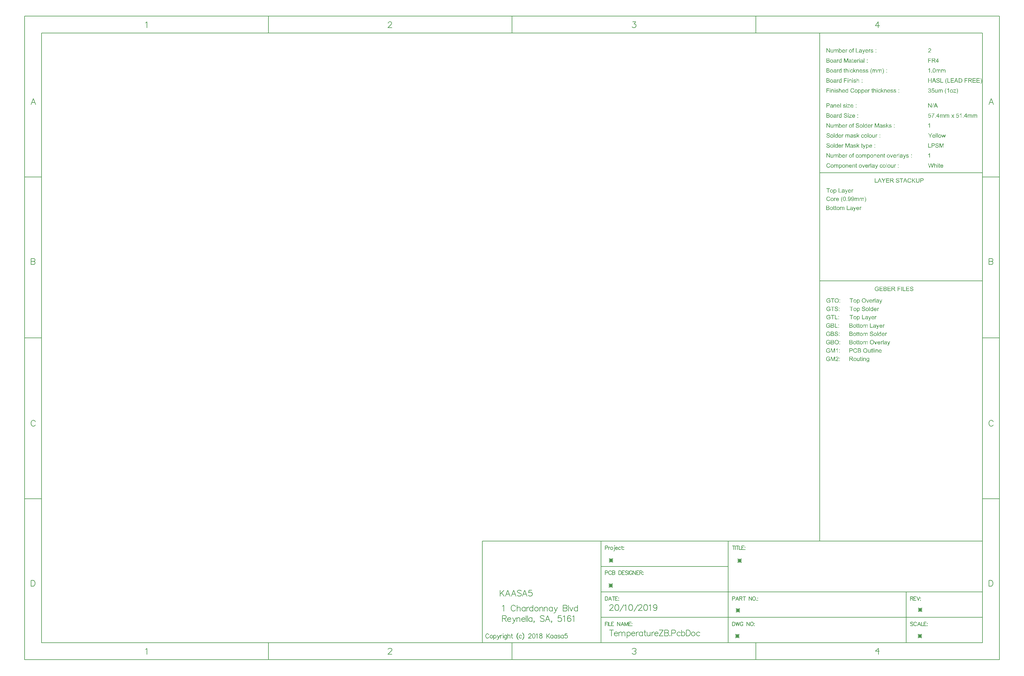
<source format=gbo>
G04*
G04 #@! TF.GenerationSoftware,Altium Limited,Altium Designer,19.1.8 (144)*
G04*
G04 Layer_Color=32896*
%FSLAX44Y44*%
%MOMM*%
G71*
G01*
G75*
%ADD12C,0.2000*%
%ADD13C,0.2540*%
%ADD15C,0.1270*%
%ADD16C,0.1778*%
G36*
X1547701Y50781D02*
X1546121D01*
Y52576D01*
X1547701D01*
Y50781D01*
D02*
G37*
G36*
X1554763Y49240D02*
X1554958Y49221D01*
X1555192Y49182D01*
X1555465Y49123D01*
X1555718Y49045D01*
X1555992Y48948D01*
X1556030Y48928D01*
X1556109Y48889D01*
X1556226Y48831D01*
X1556382Y48733D01*
X1556557Y48616D01*
X1556733Y48480D01*
X1556908Y48324D01*
X1557045Y48148D01*
X1557064Y48129D01*
X1557103Y48070D01*
X1557162Y47953D01*
X1557240Y47816D01*
X1557318Y47660D01*
X1557396Y47465D01*
X1557474Y47231D01*
X1557533Y46997D01*
Y46978D01*
X1557552Y46919D01*
X1557572Y46802D01*
X1557591Y46646D01*
Y46431D01*
X1557611Y46158D01*
X1557630Y45846D01*
Y45456D01*
Y39760D01*
X1556050D01*
Y45398D01*
Y45417D01*
Y45437D01*
Y45554D01*
Y45729D01*
X1556030Y45944D01*
X1556011Y46158D01*
X1555972Y46412D01*
X1555914Y46627D01*
X1555855Y46822D01*
Y46841D01*
X1555816Y46900D01*
X1555777Y46997D01*
X1555718Y47095D01*
X1555621Y47231D01*
X1555504Y47348D01*
X1555367Y47485D01*
X1555211Y47602D01*
X1555192Y47621D01*
X1555133Y47641D01*
X1555036Y47699D01*
X1554899Y47758D01*
X1554743Y47797D01*
X1554548Y47856D01*
X1554353Y47875D01*
X1554119Y47895D01*
X1553943D01*
X1553768Y47856D01*
X1553514Y47816D01*
X1553241Y47738D01*
X1552968Y47621D01*
X1552656Y47465D01*
X1552383Y47251D01*
X1552344Y47212D01*
X1552266Y47114D01*
X1552149Y46958D01*
X1552090Y46841D01*
X1552032Y46705D01*
X1551953Y46549D01*
X1551895Y46373D01*
X1551837Y46178D01*
X1551778Y45963D01*
X1551719Y45710D01*
X1551700Y45437D01*
X1551661Y45144D01*
Y44832D01*
Y39760D01*
X1550081D01*
Y49045D01*
X1551505D01*
Y47719D01*
X1551524Y47738D01*
X1551544Y47777D01*
X1551602Y47856D01*
X1551700Y47953D01*
X1551797Y48070D01*
X1551934Y48207D01*
X1552071Y48343D01*
X1552246Y48499D01*
X1552461Y48636D01*
X1552675Y48772D01*
X1552909Y48909D01*
X1553183Y49026D01*
X1553456Y49123D01*
X1553768Y49201D01*
X1554099Y49240D01*
X1554450Y49260D01*
X1554587D01*
X1554763Y49240D01*
D02*
G37*
G36*
X1538669Y39760D02*
X1537265D01*
Y41106D01*
X1537245Y41087D01*
X1537206Y41047D01*
X1537148Y40969D01*
X1537070Y40872D01*
X1536953Y40735D01*
X1536816Y40618D01*
X1536660Y40462D01*
X1536484Y40326D01*
X1536289Y40189D01*
X1536075Y40033D01*
X1535821Y39916D01*
X1535567Y39799D01*
X1535275Y39682D01*
X1534982Y39604D01*
X1534651Y39565D01*
X1534319Y39545D01*
X1534182D01*
X1534026Y39565D01*
X1533812Y39584D01*
X1533578Y39623D01*
X1533324Y39682D01*
X1533051Y39760D01*
X1532778Y39857D01*
X1532739Y39877D01*
X1532661Y39916D01*
X1532544Y39975D01*
X1532388Y40072D01*
X1532212Y40189D01*
X1532037Y40326D01*
X1531881Y40462D01*
X1531725Y40638D01*
X1531705Y40657D01*
X1531666Y40716D01*
X1531608Y40833D01*
X1531549Y40969D01*
X1531451Y41145D01*
X1531373Y41340D01*
X1531295Y41555D01*
X1531237Y41808D01*
Y41828D01*
X1531217Y41906D01*
Y42003D01*
X1531198Y42159D01*
X1531178Y42374D01*
Y42628D01*
X1531159Y42920D01*
Y43271D01*
Y49045D01*
X1532739D01*
Y43876D01*
Y43857D01*
Y43818D01*
Y43759D01*
Y43681D01*
Y43466D01*
X1532758Y43213D01*
Y42940D01*
X1532778Y42667D01*
X1532797Y42413D01*
X1532817Y42218D01*
Y42198D01*
X1532856Y42120D01*
X1532895Y42003D01*
X1532953Y41867D01*
X1533031Y41711D01*
X1533149Y41535D01*
X1533285Y41379D01*
X1533441Y41242D01*
X1533461Y41223D01*
X1533539Y41184D01*
X1533636Y41125D01*
X1533773Y41067D01*
X1533948Y41008D01*
X1534143Y40950D01*
X1534377Y40911D01*
X1534631Y40891D01*
X1534748D01*
X1534885Y40911D01*
X1535060Y40930D01*
X1535255Y40969D01*
X1535470Y41047D01*
X1535704Y41125D01*
X1535938Y41242D01*
X1535958Y41262D01*
X1536036Y41321D01*
X1536153Y41399D01*
X1536289Y41516D01*
X1536426Y41652D01*
X1536582Y41828D01*
X1536699Y42023D01*
X1536816Y42237D01*
X1536835Y42276D01*
X1536855Y42354D01*
X1536894Y42491D01*
X1536953Y42706D01*
X1537011Y42959D01*
X1537050Y43271D01*
X1537070Y43642D01*
X1537089Y44052D01*
Y49045D01*
X1538669D01*
Y39760D01*
D02*
G37*
G36*
X1547701D02*
X1546121D01*
Y49045D01*
X1547701D01*
Y39760D01*
D02*
G37*
G36*
X1514656Y52557D02*
X1514812D01*
X1515202Y52537D01*
X1515612Y52498D01*
X1516041Y52420D01*
X1516450Y52342D01*
X1516646Y52284D01*
X1516821Y52225D01*
X1516841D01*
X1516860Y52206D01*
X1516977Y52167D01*
X1517133Y52069D01*
X1517328Y51933D01*
X1517562Y51776D01*
X1517796Y51562D01*
X1518031Y51308D01*
X1518245Y50996D01*
X1518265Y50957D01*
X1518323Y50840D01*
X1518421Y50665D01*
X1518518Y50430D01*
X1518616Y50138D01*
X1518713Y49806D01*
X1518772Y49455D01*
X1518791Y49065D01*
Y49045D01*
Y49006D01*
Y48928D01*
X1518772Y48831D01*
Y48714D01*
X1518752Y48577D01*
X1518674Y48265D01*
X1518577Y47895D01*
X1518421Y47524D01*
X1518186Y47134D01*
X1518050Y46939D01*
X1517894Y46763D01*
X1517855Y46724D01*
X1517796Y46685D01*
X1517738Y46607D01*
X1517640Y46549D01*
X1517523Y46451D01*
X1517387Y46373D01*
X1517231Y46275D01*
X1517055Y46178D01*
X1516841Y46080D01*
X1516626Y45983D01*
X1516372Y45885D01*
X1516119Y45788D01*
X1515826Y45710D01*
X1515514Y45651D01*
X1515182Y45593D01*
X1515222Y45573D01*
X1515300Y45534D01*
X1515417Y45476D01*
X1515553Y45398D01*
X1515885Y45183D01*
X1516060Y45066D01*
X1516197Y44949D01*
X1516236Y44910D01*
X1516333Y44832D01*
X1516470Y44676D01*
X1516646Y44481D01*
X1516860Y44227D01*
X1517094Y43934D01*
X1517348Y43603D01*
X1517601Y43232D01*
X1519825Y39760D01*
X1517699D01*
X1516002Y42413D01*
Y42432D01*
X1515963Y42471D01*
X1515924Y42530D01*
X1515885Y42608D01*
X1515748Y42803D01*
X1515573Y43057D01*
X1515378Y43349D01*
X1515163Y43642D01*
X1514968Y43915D01*
X1514773Y44169D01*
X1514753Y44188D01*
X1514695Y44266D01*
X1514597Y44383D01*
X1514500Y44520D01*
X1514207Y44793D01*
X1514070Y44929D01*
X1513914Y45027D01*
X1513895Y45046D01*
X1513856Y45066D01*
X1513778Y45105D01*
X1513680Y45163D01*
X1513446Y45280D01*
X1513154Y45378D01*
X1513134D01*
X1513095Y45398D01*
X1513017D01*
X1512920Y45417D01*
X1512783Y45437D01*
X1512627D01*
X1512432Y45456D01*
X1510247D01*
Y39760D01*
X1508550D01*
Y52576D01*
X1514500D01*
X1514656Y52557D01*
D02*
G37*
G36*
X1542980Y49045D02*
X1544560D01*
Y47816D01*
X1542980D01*
Y42374D01*
Y42354D01*
Y42276D01*
Y42159D01*
X1543000Y42023D01*
X1543019Y41730D01*
X1543039Y41613D01*
X1543058Y41516D01*
X1543078Y41477D01*
X1543117Y41399D01*
X1543195Y41301D01*
X1543312Y41203D01*
X1543351Y41184D01*
X1543448Y41164D01*
X1543624Y41125D01*
X1543858Y41106D01*
X1544053D01*
X1544151Y41125D01*
X1544268D01*
X1544560Y41164D01*
X1544775Y39780D01*
X1544736D01*
X1544658Y39760D01*
X1544541Y39741D01*
X1544365Y39721D01*
X1544190Y39682D01*
X1543995Y39662D01*
X1543585Y39643D01*
X1543448D01*
X1543292Y39662D01*
X1543097Y39682D01*
X1542883Y39701D01*
X1542649Y39760D01*
X1542434Y39818D01*
X1542239Y39897D01*
X1542219Y39916D01*
X1542161Y39955D01*
X1542083Y40014D01*
X1541985Y40092D01*
X1541868Y40189D01*
X1541771Y40306D01*
X1541654Y40443D01*
X1541576Y40599D01*
Y40618D01*
X1541556Y40696D01*
X1541517Y40813D01*
X1541498Y41008D01*
X1541459Y41262D01*
X1541439Y41399D01*
X1541420Y41574D01*
Y41769D01*
X1541400Y41984D01*
Y42218D01*
Y42471D01*
Y47816D01*
X1540230D01*
Y49045D01*
X1541400D01*
Y51328D01*
X1542980Y52284D01*
Y49045D01*
D02*
G37*
G36*
X1525307Y49240D02*
X1525482Y49221D01*
X1525658Y49201D01*
X1525872Y49162D01*
X1526107Y49104D01*
X1526594Y48948D01*
X1526848Y48850D01*
X1527121Y48733D01*
X1527374Y48577D01*
X1527628Y48402D01*
X1527882Y48207D01*
X1528116Y47992D01*
X1528135Y47972D01*
X1528174Y47934D01*
X1528233Y47856D01*
X1528311Y47758D01*
X1528408Y47641D01*
X1528506Y47485D01*
X1528623Y47290D01*
X1528740Y47095D01*
X1528837Y46861D01*
X1528954Y46588D01*
X1529052Y46314D01*
X1529150Y46002D01*
X1529228Y45671D01*
X1529286Y45300D01*
X1529325Y44929D01*
X1529345Y44520D01*
Y44500D01*
Y44442D01*
Y44344D01*
Y44227D01*
X1529325Y44071D01*
Y43896D01*
X1529306Y43700D01*
X1529286Y43486D01*
X1529208Y43037D01*
X1529111Y42569D01*
X1528974Y42101D01*
X1528799Y41691D01*
Y41672D01*
X1528779Y41652D01*
X1528701Y41516D01*
X1528564Y41340D01*
X1528389Y41106D01*
X1528174Y40852D01*
X1527901Y40599D01*
X1527589Y40345D01*
X1527218Y40111D01*
X1527199D01*
X1527179Y40092D01*
X1527121Y40053D01*
X1527043Y40033D01*
X1526828Y39936D01*
X1526555Y39838D01*
X1526223Y39721D01*
X1525853Y39643D01*
X1525443Y39565D01*
X1524995Y39545D01*
X1524799D01*
X1524663Y39565D01*
X1524507Y39584D01*
X1524312Y39604D01*
X1524097Y39643D01*
X1523863Y39701D01*
X1523376Y39857D01*
X1523102Y39955D01*
X1522849Y40072D01*
X1522576Y40209D01*
X1522322Y40384D01*
X1522068Y40579D01*
X1521834Y40794D01*
X1521815Y40813D01*
X1521776Y40852D01*
X1521717Y40930D01*
X1521659Y41028D01*
X1521561Y41164D01*
X1521464Y41321D01*
X1521347Y41496D01*
X1521249Y41711D01*
X1521132Y41964D01*
X1521015Y42218D01*
X1520918Y42530D01*
X1520840Y42842D01*
X1520762Y43193D01*
X1520703Y43564D01*
X1520664Y43973D01*
X1520645Y44403D01*
Y44442D01*
Y44520D01*
X1520664Y44656D01*
Y44832D01*
X1520683Y45046D01*
X1520723Y45280D01*
X1520762Y45554D01*
X1520820Y45846D01*
X1520898Y46158D01*
X1520996Y46470D01*
X1521113Y46783D01*
X1521249Y47095D01*
X1521405Y47407D01*
X1521600Y47699D01*
X1521815Y47972D01*
X1522068Y48226D01*
X1522088Y48246D01*
X1522127Y48265D01*
X1522186Y48324D01*
X1522283Y48382D01*
X1522400Y48460D01*
X1522537Y48558D01*
X1522693Y48655D01*
X1522888Y48753D01*
X1523083Y48831D01*
X1523297Y48928D01*
X1523805Y49104D01*
X1524370Y49221D01*
X1524682Y49240D01*
X1524995Y49260D01*
X1525170D01*
X1525307Y49240D01*
D02*
G37*
G36*
X1563716D02*
X1563853Y49221D01*
X1564028Y49182D01*
X1564399Y49084D01*
X1564614Y49026D01*
X1564828Y48928D01*
X1565062Y48831D01*
X1565296Y48694D01*
X1565511Y48538D01*
X1565745Y48363D01*
X1565960Y48148D01*
X1566155Y47914D01*
Y49045D01*
X1567598D01*
Y41008D01*
Y40989D01*
Y40911D01*
Y40813D01*
Y40657D01*
X1567579Y40482D01*
Y40287D01*
X1567559Y40053D01*
X1567540Y39818D01*
X1567481Y39331D01*
X1567403Y38824D01*
X1567306Y38355D01*
X1567228Y38141D01*
X1567150Y37965D01*
Y37946D01*
X1567130Y37926D01*
X1567072Y37809D01*
X1566954Y37653D01*
X1566818Y37439D01*
X1566623Y37204D01*
X1566389Y36970D01*
X1566096Y36736D01*
X1565765Y36522D01*
X1565745D01*
X1565726Y36502D01*
X1565667Y36483D01*
X1565589Y36444D01*
X1565394Y36346D01*
X1565121Y36268D01*
X1564770Y36171D01*
X1564360Y36073D01*
X1563911Y36015D01*
X1563404Y35995D01*
X1563248D01*
X1563131Y36015D01*
X1562995D01*
X1562819Y36034D01*
X1562448Y36093D01*
X1562019Y36190D01*
X1561571Y36307D01*
X1561122Y36502D01*
X1560712Y36756D01*
X1560693D01*
X1560673Y36795D01*
X1560556Y36892D01*
X1560400Y37068D01*
X1560205Y37322D01*
X1560029Y37634D01*
X1559873Y38024D01*
X1559776Y38472D01*
X1559737Y38726D01*
Y38999D01*
X1561258Y38785D01*
Y38746D01*
X1561278Y38668D01*
X1561317Y38551D01*
X1561356Y38394D01*
X1561434Y38219D01*
X1561532Y38043D01*
X1561649Y37887D01*
X1561805Y37751D01*
X1561824Y37731D01*
X1561922Y37673D01*
X1562039Y37614D01*
X1562234Y37536D01*
X1562448Y37439D01*
X1562722Y37380D01*
X1563053Y37322D01*
X1563404Y37302D01*
X1563580D01*
X1563775Y37322D01*
X1564028Y37361D01*
X1564302Y37419D01*
X1564575Y37497D01*
X1564848Y37595D01*
X1565082Y37751D01*
X1565101Y37770D01*
X1565179Y37829D01*
X1565277Y37926D01*
X1565414Y38063D01*
X1565550Y38238D01*
X1565667Y38433D01*
X1565784Y38687D01*
X1565882Y38960D01*
Y38980D01*
X1565901Y39058D01*
X1565921Y39194D01*
X1565940Y39389D01*
X1565979Y39662D01*
Y39838D01*
X1565999Y40014D01*
Y40228D01*
Y40443D01*
Y40696D01*
Y40969D01*
X1565979Y40950D01*
X1565960Y40911D01*
X1565901Y40852D01*
X1565823Y40774D01*
X1565706Y40696D01*
X1565589Y40579D01*
X1565296Y40365D01*
X1564926Y40150D01*
X1564477Y39955D01*
X1564243Y39877D01*
X1563990Y39818D01*
X1563716Y39780D01*
X1563443Y39760D01*
X1563268D01*
X1563131Y39780D01*
X1562975Y39799D01*
X1562780Y39838D01*
X1562585Y39877D01*
X1562351Y39936D01*
X1562117Y39994D01*
X1561883Y40092D01*
X1561629Y40209D01*
X1561395Y40345D01*
X1561141Y40501D01*
X1560907Y40677D01*
X1560693Y40891D01*
X1560478Y41125D01*
X1560459Y41145D01*
X1560439Y41184D01*
X1560381Y41262D01*
X1560322Y41379D01*
X1560244Y41516D01*
X1560146Y41672D01*
X1560049Y41847D01*
X1559951Y42062D01*
X1559854Y42296D01*
X1559756Y42550D01*
X1559678Y42823D01*
X1559581Y43115D01*
X1559464Y43739D01*
X1559444Y44091D01*
X1559425Y44442D01*
Y44461D01*
Y44500D01*
Y44578D01*
Y44676D01*
X1559444Y44793D01*
Y44929D01*
X1559483Y45241D01*
X1559542Y45632D01*
X1559620Y46041D01*
X1559737Y46470D01*
X1559893Y46900D01*
Y46919D01*
X1559913Y46958D01*
X1559951Y47017D01*
X1559991Y47095D01*
X1560088Y47290D01*
X1560244Y47543D01*
X1560459Y47816D01*
X1560693Y48109D01*
X1560966Y48382D01*
X1561297Y48636D01*
X1561317D01*
X1561337Y48655D01*
X1561395Y48694D01*
X1561454Y48733D01*
X1561649Y48831D01*
X1561902Y48948D01*
X1562234Y49065D01*
X1562585Y49162D01*
X1562995Y49240D01*
X1563443Y49260D01*
X1563599D01*
X1563716Y49240D01*
D02*
G37*
G36*
X1584511Y75781D02*
X1582931D01*
Y77576D01*
X1584511D01*
Y75781D01*
D02*
G37*
G36*
X1526360Y77771D02*
X1526516Y77752D01*
X1526711Y77732D01*
X1526926Y77713D01*
X1527160Y77674D01*
X1527667Y77557D01*
X1528213Y77381D01*
X1528486Y77264D01*
X1528759Y77127D01*
X1529013Y76971D01*
X1529267Y76796D01*
X1529286Y76776D01*
X1529325Y76757D01*
X1529384Y76698D01*
X1529481Y76620D01*
X1529579Y76523D01*
X1529715Y76386D01*
X1529852Y76250D01*
X1529988Y76094D01*
X1530145Y75899D01*
X1530281Y75704D01*
X1530437Y75469D01*
X1530593Y75216D01*
X1530730Y74962D01*
X1530866Y74670D01*
X1531100Y74045D01*
X1529423Y73655D01*
Y73675D01*
X1529403Y73714D01*
X1529384Y73792D01*
X1529345Y73889D01*
X1529286Y74006D01*
X1529228Y74143D01*
X1529091Y74436D01*
X1528916Y74767D01*
X1528681Y75118D01*
X1528428Y75430D01*
X1528116Y75704D01*
X1528077Y75723D01*
X1527960Y75801D01*
X1527784Y75899D01*
X1527531Y76035D01*
X1527238Y76152D01*
X1526867Y76250D01*
X1526458Y76328D01*
X1525989Y76347D01*
X1525853D01*
X1525755Y76328D01*
X1525619D01*
X1525482Y76308D01*
X1525131Y76250D01*
X1524741Y76172D01*
X1524331Y76035D01*
X1523922Y75859D01*
X1523531Y75626D01*
X1523512D01*
X1523492Y75586D01*
X1523376Y75489D01*
X1523200Y75333D01*
X1522985Y75118D01*
X1522771Y74845D01*
X1522537Y74533D01*
X1522322Y74143D01*
X1522146Y73714D01*
Y73694D01*
X1522127Y73655D01*
X1522108Y73597D01*
X1522088Y73499D01*
X1522049Y73402D01*
X1522030Y73265D01*
X1521951Y72953D01*
X1521873Y72582D01*
X1521815Y72173D01*
X1521776Y71724D01*
X1521756Y71256D01*
Y71236D01*
Y71178D01*
Y71100D01*
Y70983D01*
X1521776Y70846D01*
Y70671D01*
X1521795Y70495D01*
X1521815Y70300D01*
X1521873Y69851D01*
X1521951Y69364D01*
X1522068Y68876D01*
X1522224Y68408D01*
Y68388D01*
X1522244Y68349D01*
X1522283Y68291D01*
X1522322Y68213D01*
X1522420Y67979D01*
X1522576Y67725D01*
X1522790Y67413D01*
X1523044Y67120D01*
X1523336Y66828D01*
X1523688Y66574D01*
X1523707D01*
X1523727Y66555D01*
X1523785Y66516D01*
X1523863Y66477D01*
X1524078Y66399D01*
X1524351Y66281D01*
X1524663Y66184D01*
X1525034Y66086D01*
X1525443Y66008D01*
X1525872Y65989D01*
X1526009D01*
X1526107Y66008D01*
X1526223D01*
X1526380Y66028D01*
X1526711Y66086D01*
X1527082Y66184D01*
X1527491Y66340D01*
X1527882Y66535D01*
X1528272Y66808D01*
X1528291Y66828D01*
X1528311Y66847D01*
X1528428Y66964D01*
X1528603Y67159D01*
X1528818Y67413D01*
X1529033Y67764D01*
X1529267Y68174D01*
X1529462Y68681D01*
X1529618Y69247D01*
X1531315Y68817D01*
Y68798D01*
X1531295Y68720D01*
X1531256Y68622D01*
X1531217Y68466D01*
X1531139Y68310D01*
X1531061Y68096D01*
X1530983Y67881D01*
X1530866Y67647D01*
X1530613Y67120D01*
X1530262Y66594D01*
X1529871Y66086D01*
X1529637Y65852D01*
X1529384Y65638D01*
X1529364Y65618D01*
X1529325Y65599D01*
X1529247Y65540D01*
X1529130Y65462D01*
X1528994Y65384D01*
X1528837Y65287D01*
X1528662Y65189D01*
X1528447Y65092D01*
X1528213Y64994D01*
X1527960Y64896D01*
X1527667Y64799D01*
X1527374Y64721D01*
X1526731Y64584D01*
X1526380Y64565D01*
X1526009Y64545D01*
X1525814D01*
X1525658Y64565D01*
X1525482D01*
X1525287Y64584D01*
X1525053Y64623D01*
X1524819Y64643D01*
X1524273Y64760D01*
X1523707Y64896D01*
X1523161Y65111D01*
X1522888Y65228D01*
X1522634Y65384D01*
X1522615Y65404D01*
X1522576Y65423D01*
X1522517Y65482D01*
X1522420Y65540D01*
X1522186Y65735D01*
X1521912Y66008D01*
X1521581Y66340D01*
X1521269Y66769D01*
X1520937Y67257D01*
X1520664Y67823D01*
Y67842D01*
X1520645Y67901D01*
X1520605Y67979D01*
X1520566Y68096D01*
X1520508Y68252D01*
X1520449Y68427D01*
X1520391Y68622D01*
X1520332Y68857D01*
X1520274Y69090D01*
X1520215Y69364D01*
X1520098Y69949D01*
X1520020Y70573D01*
X1520001Y71256D01*
Y71275D01*
Y71353D01*
Y71451D01*
X1520020Y71588D01*
Y71763D01*
X1520040Y71978D01*
X1520059Y72192D01*
X1520098Y72446D01*
X1520196Y72992D01*
X1520313Y73577D01*
X1520508Y74182D01*
X1520762Y74748D01*
Y74767D01*
X1520800Y74806D01*
X1520840Y74884D01*
X1520898Y75001D01*
X1520976Y75118D01*
X1521074Y75255D01*
X1521327Y75586D01*
X1521620Y75957D01*
X1521991Y76328D01*
X1522439Y76698D01*
X1522927Y77010D01*
X1522946D01*
X1522985Y77049D01*
X1523063Y77088D01*
X1523180Y77127D01*
X1523297Y77186D01*
X1523454Y77264D01*
X1523649Y77323D01*
X1523844Y77401D01*
X1524058Y77479D01*
X1524292Y77537D01*
X1524819Y77674D01*
X1525404Y77752D01*
X1526028Y77791D01*
X1526223D01*
X1526360Y77771D01*
D02*
G37*
G36*
X1591573Y74240D02*
X1591768Y74221D01*
X1592002Y74182D01*
X1592275Y74123D01*
X1592529Y74045D01*
X1592802Y73948D01*
X1592841Y73928D01*
X1592919Y73889D01*
X1593036Y73831D01*
X1593192Y73733D01*
X1593367Y73616D01*
X1593543Y73480D01*
X1593718Y73324D01*
X1593855Y73148D01*
X1593875Y73128D01*
X1593914Y73070D01*
X1593972Y72953D01*
X1594050Y72816D01*
X1594128Y72660D01*
X1594206Y72465D01*
X1594284Y72231D01*
X1594343Y71997D01*
Y71978D01*
X1594362Y71919D01*
X1594382Y71802D01*
X1594401Y71646D01*
Y71431D01*
X1594421Y71158D01*
X1594440Y70846D01*
Y70456D01*
Y64760D01*
X1592860D01*
Y70398D01*
Y70417D01*
Y70437D01*
Y70554D01*
Y70729D01*
X1592841Y70944D01*
X1592821Y71158D01*
X1592782Y71412D01*
X1592724Y71627D01*
X1592665Y71821D01*
Y71841D01*
X1592626Y71900D01*
X1592587Y71997D01*
X1592529Y72095D01*
X1592431Y72231D01*
X1592314Y72348D01*
X1592177Y72485D01*
X1592021Y72602D01*
X1592002Y72621D01*
X1591943Y72641D01*
X1591846Y72699D01*
X1591709Y72758D01*
X1591553Y72797D01*
X1591358Y72855D01*
X1591163Y72875D01*
X1590929Y72894D01*
X1590753D01*
X1590578Y72855D01*
X1590324Y72816D01*
X1590051Y72738D01*
X1589778Y72621D01*
X1589466Y72465D01*
X1589193Y72251D01*
X1589154Y72212D01*
X1589076Y72114D01*
X1588959Y71958D01*
X1588900Y71841D01*
X1588842Y71705D01*
X1588764Y71548D01*
X1588705Y71373D01*
X1588647Y71178D01*
X1588588Y70963D01*
X1588530Y70710D01*
X1588510Y70437D01*
X1588471Y70144D01*
Y69832D01*
Y64760D01*
X1586891D01*
Y74045D01*
X1588315D01*
Y72719D01*
X1588334Y72738D01*
X1588354Y72777D01*
X1588412Y72855D01*
X1588510Y72953D01*
X1588607Y73070D01*
X1588744Y73207D01*
X1588881Y73343D01*
X1589056Y73499D01*
X1589271Y73636D01*
X1589485Y73772D01*
X1589720Y73909D01*
X1589993Y74026D01*
X1590266Y74123D01*
X1590578Y74201D01*
X1590909Y74240D01*
X1591261Y74260D01*
X1591397D01*
X1591573Y74240D01*
D02*
G37*
G36*
X1571500Y64760D02*
X1570095D01*
Y66106D01*
X1570076Y66086D01*
X1570037Y66047D01*
X1569978Y65969D01*
X1569900Y65872D01*
X1569783Y65735D01*
X1569646Y65618D01*
X1569491Y65462D01*
X1569315Y65326D01*
X1569120Y65189D01*
X1568905Y65033D01*
X1568652Y64916D01*
X1568398Y64799D01*
X1568105Y64682D01*
X1567813Y64604D01*
X1567481Y64565D01*
X1567150Y64545D01*
X1567013D01*
X1566857Y64565D01*
X1566642Y64584D01*
X1566408Y64623D01*
X1566155Y64682D01*
X1565882Y64760D01*
X1565609Y64858D01*
X1565569Y64877D01*
X1565491Y64916D01*
X1565374Y64974D01*
X1565218Y65072D01*
X1565043Y65189D01*
X1564867Y65326D01*
X1564711Y65462D01*
X1564555Y65638D01*
X1564536Y65657D01*
X1564497Y65716D01*
X1564438Y65833D01*
X1564380Y65969D01*
X1564282Y66145D01*
X1564204Y66340D01*
X1564126Y66555D01*
X1564068Y66808D01*
Y66828D01*
X1564048Y66906D01*
Y67003D01*
X1564028Y67159D01*
X1564009Y67374D01*
Y67628D01*
X1563990Y67920D01*
Y68271D01*
Y74045D01*
X1565569D01*
Y68876D01*
Y68857D01*
Y68817D01*
Y68759D01*
Y68681D01*
Y68466D01*
X1565589Y68213D01*
Y67940D01*
X1565609Y67667D01*
X1565628Y67413D01*
X1565648Y67218D01*
Y67198D01*
X1565687Y67120D01*
X1565726Y67003D01*
X1565784Y66867D01*
X1565862Y66711D01*
X1565979Y66535D01*
X1566116Y66379D01*
X1566272Y66242D01*
X1566291Y66223D01*
X1566369Y66184D01*
X1566467Y66125D01*
X1566603Y66067D01*
X1566779Y66008D01*
X1566974Y65950D01*
X1567208Y65911D01*
X1567462Y65891D01*
X1567579D01*
X1567715Y65911D01*
X1567891Y65930D01*
X1568086Y65969D01*
X1568300Y66047D01*
X1568535Y66125D01*
X1568769Y66242D01*
X1568788Y66262D01*
X1568866Y66321D01*
X1568983Y66399D01*
X1569120Y66516D01*
X1569256Y66652D01*
X1569413Y66828D01*
X1569530Y67023D01*
X1569646Y67237D01*
X1569666Y67276D01*
X1569686Y67354D01*
X1569725Y67491D01*
X1569783Y67705D01*
X1569842Y67959D01*
X1569881Y68271D01*
X1569900Y68642D01*
X1569920Y69051D01*
Y74045D01*
X1571500D01*
Y64760D01*
D02*
G37*
G36*
X1584511D02*
X1582931D01*
Y74045D01*
X1584511D01*
Y64760D01*
D02*
G37*
G36*
X1580493D02*
X1578913D01*
Y77576D01*
X1580493D01*
Y64760D01*
D02*
G37*
G36*
X1538493Y77557D02*
X1538630D01*
X1538962Y77537D01*
X1539332Y77479D01*
X1539722Y77420D01*
X1540113Y77323D01*
X1540464Y77186D01*
X1540483D01*
X1540503Y77167D01*
X1540620Y77108D01*
X1540776Y77010D01*
X1540971Y76893D01*
X1541205Y76718D01*
X1541439Y76503D01*
X1541654Y76269D01*
X1541868Y75977D01*
X1541888Y75938D01*
X1541946Y75840D01*
X1542024Y75665D01*
X1542122Y75450D01*
X1542219Y75196D01*
X1542297Y74923D01*
X1542356Y74611D01*
X1542375Y74279D01*
Y74240D01*
Y74143D01*
X1542356Y73987D01*
X1542317Y73772D01*
X1542258Y73538D01*
X1542180Y73285D01*
X1542083Y72992D01*
X1541927Y72719D01*
X1541907Y72680D01*
X1541849Y72602D01*
X1541732Y72465D01*
X1541595Y72309D01*
X1541400Y72114D01*
X1541166Y71939D01*
X1540893Y71743D01*
X1540561Y71568D01*
X1540581D01*
X1540620Y71548D01*
X1540678Y71529D01*
X1540756Y71509D01*
X1540971Y71412D01*
X1541225Y71295D01*
X1541517Y71119D01*
X1541810Y70924D01*
X1542102Y70690D01*
X1542356Y70398D01*
X1542375Y70359D01*
X1542453Y70261D01*
X1542551Y70085D01*
X1542688Y69851D01*
X1542805Y69559D01*
X1542902Y69247D01*
X1542980Y68876D01*
X1543000Y68466D01*
Y68427D01*
Y68310D01*
X1542980Y68135D01*
X1542961Y67920D01*
X1542902Y67667D01*
X1542844Y67374D01*
X1542746Y67081D01*
X1542610Y66789D01*
X1542590Y66750D01*
X1542551Y66652D01*
X1542453Y66516D01*
X1542356Y66340D01*
X1542219Y66145D01*
X1542063Y65950D01*
X1541868Y65755D01*
X1541673Y65579D01*
X1541654Y65560D01*
X1541576Y65521D01*
X1541459Y65443D01*
X1541283Y65345D01*
X1541088Y65248D01*
X1540834Y65150D01*
X1540561Y65052D01*
X1540269Y64955D01*
X1540230D01*
X1540113Y64916D01*
X1539937Y64896D01*
X1539703Y64858D01*
X1539391Y64819D01*
X1539040Y64799D01*
X1538650Y64760D01*
X1533324D01*
Y77576D01*
X1538357D01*
X1538493Y77557D01*
D02*
G37*
G36*
X1514090D02*
X1514402Y77537D01*
X1514734Y77518D01*
X1515046Y77479D01*
X1515319Y77440D01*
X1515358D01*
X1515475Y77401D01*
X1515651Y77362D01*
X1515865Y77303D01*
X1516119Y77225D01*
X1516372Y77127D01*
X1516646Y76991D01*
X1516899Y76835D01*
X1516919Y76815D01*
X1517016Y76757D01*
X1517133Y76659D01*
X1517270Y76523D01*
X1517426Y76347D01*
X1517601Y76133D01*
X1517777Y75899D01*
X1517933Y75606D01*
X1517953Y75567D01*
X1517991Y75469D01*
X1518050Y75313D01*
X1518128Y75099D01*
X1518206Y74845D01*
X1518265Y74553D01*
X1518304Y74221D01*
X1518323Y73870D01*
Y73850D01*
Y73792D01*
Y73714D01*
X1518304Y73597D01*
X1518284Y73460D01*
X1518265Y73285D01*
X1518245Y73109D01*
X1518186Y72914D01*
X1518069Y72465D01*
X1517874Y72017D01*
X1517757Y71782D01*
X1517621Y71548D01*
X1517465Y71314D01*
X1517270Y71100D01*
X1517250Y71080D01*
X1517211Y71061D01*
X1517153Y71002D01*
X1517075Y70924D01*
X1516938Y70846D01*
X1516801Y70749D01*
X1516626Y70651D01*
X1516411Y70554D01*
X1516177Y70437D01*
X1515904Y70339D01*
X1515592Y70241D01*
X1515260Y70163D01*
X1514870Y70085D01*
X1514461Y70027D01*
X1514012Y70007D01*
X1513524Y69988D01*
X1510247D01*
Y64760D01*
X1508550D01*
Y77576D01*
X1513797D01*
X1514090Y77557D01*
D02*
G37*
G36*
X1575811Y74045D02*
X1577391D01*
Y72816D01*
X1575811D01*
Y67374D01*
Y67354D01*
Y67276D01*
Y67159D01*
X1575830Y67023D01*
X1575850Y66730D01*
X1575869Y66613D01*
X1575889Y66516D01*
X1575908Y66477D01*
X1575947Y66399D01*
X1576025Y66301D01*
X1576142Y66203D01*
X1576181Y66184D01*
X1576279Y66164D01*
X1576455Y66125D01*
X1576689Y66106D01*
X1576884D01*
X1576981Y66125D01*
X1577098D01*
X1577391Y66164D01*
X1577605Y64779D01*
X1577567D01*
X1577488Y64760D01*
X1577371Y64740D01*
X1577196Y64721D01*
X1577020Y64682D01*
X1576825Y64662D01*
X1576416Y64643D01*
X1576279D01*
X1576123Y64662D01*
X1575928Y64682D01*
X1575713Y64701D01*
X1575479Y64760D01*
X1575265Y64819D01*
X1575069Y64896D01*
X1575050Y64916D01*
X1574991Y64955D01*
X1574913Y65013D01*
X1574816Y65092D01*
X1574699Y65189D01*
X1574601Y65306D01*
X1574484Y65443D01*
X1574406Y65599D01*
Y65618D01*
X1574387Y65696D01*
X1574348Y65813D01*
X1574328Y66008D01*
X1574289Y66262D01*
X1574270Y66399D01*
X1574250Y66574D01*
Y66769D01*
X1574231Y66984D01*
Y67218D01*
Y67471D01*
Y72816D01*
X1573060D01*
Y74045D01*
X1574231D01*
Y76328D01*
X1575811Y77284D01*
Y74045D01*
D02*
G37*
G36*
X1600956Y74240D02*
X1601112Y74221D01*
X1601307Y74201D01*
X1601502Y74162D01*
X1601736Y74104D01*
X1602204Y73948D01*
X1602458Y73850D01*
X1602711Y73714D01*
X1602965Y73577D01*
X1603218Y73402D01*
X1603452Y73207D01*
X1603687Y72972D01*
X1603706Y72953D01*
X1603745Y72914D01*
X1603804Y72836D01*
X1603882Y72738D01*
X1603960Y72602D01*
X1604057Y72446D01*
X1604174Y72270D01*
X1604291Y72056D01*
X1604389Y71802D01*
X1604506Y71548D01*
X1604603Y71256D01*
X1604701Y70924D01*
X1604760Y70593D01*
X1604818Y70222D01*
X1604857Y69832D01*
X1604877Y69403D01*
Y69383D01*
Y69305D01*
Y69169D01*
X1604857Y68993D01*
X1597952D01*
Y68973D01*
Y68934D01*
X1597971Y68837D01*
Y68739D01*
X1597991Y68603D01*
X1598010Y68466D01*
X1598088Y68115D01*
X1598205Y67744D01*
X1598342Y67354D01*
X1598556Y66964D01*
X1598810Y66633D01*
X1598849Y66594D01*
X1598946Y66516D01*
X1599122Y66379D01*
X1599337Y66242D01*
X1599629Y66086D01*
X1599961Y65950D01*
X1600331Y65872D01*
X1600741Y65833D01*
X1600897D01*
X1601053Y65852D01*
X1601248Y65891D01*
X1601482Y65950D01*
X1601736Y66028D01*
X1601989Y66125D01*
X1602224Y66281D01*
X1602243Y66301D01*
X1602321Y66379D01*
X1602438Y66477D01*
X1602575Y66652D01*
X1602731Y66847D01*
X1602887Y67101D01*
X1603043Y67413D01*
X1603199Y67764D01*
X1604818Y67550D01*
Y67530D01*
X1604798Y67491D01*
X1604779Y67413D01*
X1604740Y67315D01*
X1604701Y67198D01*
X1604642Y67062D01*
X1604486Y66730D01*
X1604291Y66379D01*
X1604057Y66008D01*
X1603745Y65638D01*
X1603394Y65326D01*
X1603374D01*
X1603355Y65287D01*
X1603297Y65248D01*
X1603199Y65209D01*
X1603101Y65150D01*
X1602984Y65072D01*
X1602848Y65013D01*
X1602672Y64935D01*
X1602302Y64799D01*
X1601833Y64662D01*
X1601326Y64584D01*
X1600741Y64545D01*
X1600546D01*
X1600409Y64565D01*
X1600234Y64584D01*
X1600039Y64604D01*
X1599824Y64643D01*
X1599571Y64701D01*
X1599063Y64858D01*
X1598790Y64955D01*
X1598537Y65072D01*
X1598264Y65209D01*
X1598010Y65384D01*
X1597756Y65579D01*
X1597522Y65794D01*
X1597503Y65813D01*
X1597464Y65852D01*
X1597405Y65930D01*
X1597347Y66028D01*
X1597249Y66145D01*
X1597152Y66301D01*
X1597035Y66496D01*
X1596937Y66711D01*
X1596820Y66945D01*
X1596703Y67198D01*
X1596606Y67491D01*
X1596528Y67803D01*
X1596449Y68135D01*
X1596391Y68505D01*
X1596352Y68896D01*
X1596332Y69305D01*
Y69325D01*
Y69403D01*
Y69539D01*
X1596352Y69695D01*
X1596371Y69890D01*
X1596391Y70124D01*
X1596430Y70378D01*
X1596488Y70651D01*
X1596625Y71236D01*
X1596723Y71529D01*
X1596840Y71841D01*
X1596976Y72134D01*
X1597132Y72426D01*
X1597308Y72699D01*
X1597522Y72953D01*
X1597542Y72972D01*
X1597581Y73011D01*
X1597639Y73070D01*
X1597737Y73168D01*
X1597854Y73265D01*
X1598010Y73363D01*
X1598166Y73480D01*
X1598361Y73616D01*
X1598576Y73733D01*
X1598810Y73850D01*
X1599063Y73948D01*
X1599356Y74065D01*
X1599649Y74143D01*
X1599961Y74201D01*
X1600292Y74240D01*
X1600643Y74260D01*
X1600819D01*
X1600956Y74240D01*
D02*
G37*
G36*
X1556206Y77771D02*
X1556362D01*
X1556557Y77752D01*
X1556752Y77713D01*
X1556986Y77693D01*
X1557474Y77576D01*
X1558020Y77420D01*
X1558566Y77225D01*
X1558840Y77088D01*
X1559113Y76932D01*
X1559132D01*
X1559171Y76893D01*
X1559249Y76854D01*
X1559347Y76776D01*
X1559464Y76698D01*
X1559600Y76581D01*
X1559913Y76328D01*
X1560264Y75996D01*
X1560634Y75586D01*
X1560966Y75118D01*
X1561278Y74572D01*
Y74553D01*
X1561317Y74494D01*
X1561356Y74416D01*
X1561395Y74299D01*
X1561454Y74162D01*
X1561512Y73987D01*
X1561590Y73792D01*
X1561668Y73577D01*
X1561727Y73324D01*
X1561805Y73070D01*
X1561922Y72485D01*
X1562000Y71841D01*
X1562039Y71139D01*
Y71119D01*
Y71061D01*
Y70944D01*
X1562019Y70807D01*
Y70632D01*
X1562000Y70437D01*
X1561980Y70222D01*
X1561941Y69968D01*
X1561844Y69422D01*
X1561707Y68837D01*
X1561512Y68232D01*
X1561239Y67647D01*
Y67628D01*
X1561200Y67589D01*
X1561161Y67510D01*
X1561102Y67393D01*
X1561005Y67276D01*
X1560907Y67120D01*
X1560673Y66789D01*
X1560361Y66418D01*
X1559971Y66028D01*
X1559522Y65657D01*
X1559015Y65326D01*
X1558996D01*
X1558957Y65287D01*
X1558879Y65248D01*
X1558761Y65209D01*
X1558625Y65150D01*
X1558469Y65072D01*
X1558293Y65013D01*
X1558079Y64935D01*
X1557630Y64799D01*
X1557103Y64662D01*
X1556518Y64584D01*
X1555914Y64545D01*
X1555738D01*
X1555601Y64565D01*
X1555445D01*
X1555270Y64584D01*
X1555055Y64623D01*
X1554821Y64662D01*
X1554333Y64760D01*
X1553787Y64916D01*
X1553221Y65131D01*
X1552948Y65248D01*
X1552675Y65404D01*
X1552656Y65423D01*
X1552617Y65443D01*
X1552539Y65501D01*
X1552441Y65560D01*
X1552324Y65657D01*
X1552188Y65755D01*
X1551875Y66028D01*
X1551524Y66379D01*
X1551154Y66769D01*
X1550822Y67257D01*
X1550510Y67784D01*
Y67803D01*
X1550471Y67862D01*
X1550452Y67940D01*
X1550393Y68057D01*
X1550334Y68193D01*
X1550276Y68349D01*
X1550217Y68544D01*
X1550159Y68759D01*
X1550081Y68993D01*
X1550022Y69227D01*
X1549905Y69773D01*
X1549827Y70359D01*
X1549788Y70983D01*
Y71022D01*
Y71119D01*
X1549808Y71295D01*
Y71509D01*
X1549847Y71782D01*
X1549886Y72095D01*
X1549925Y72426D01*
X1550003Y72816D01*
X1550100Y73207D01*
X1550198Y73616D01*
X1550334Y74026D01*
X1550510Y74436D01*
X1550705Y74845D01*
X1550920Y75255D01*
X1551193Y75626D01*
X1551485Y75977D01*
X1551505Y75996D01*
X1551563Y76055D01*
X1551661Y76152D01*
X1551797Y76269D01*
X1551973Y76406D01*
X1552168Y76542D01*
X1552402Y76718D01*
X1552675Y76893D01*
X1552987Y77049D01*
X1553319Y77225D01*
X1553690Y77362D01*
X1554080Y77518D01*
X1554489Y77615D01*
X1554938Y77713D01*
X1555426Y77771D01*
X1555914Y77791D01*
X1556089D01*
X1556206Y77771D01*
D02*
G37*
G36*
X1445300Y52771D02*
X1445456D01*
X1445787Y52732D01*
X1446158Y52674D01*
X1446587Y52596D01*
X1447016Y52479D01*
X1447445Y52323D01*
X1447465D01*
X1447504Y52303D01*
X1447562Y52284D01*
X1447640Y52245D01*
X1447835Y52147D01*
X1448089Y51991D01*
X1448382Y51815D01*
X1448674Y51601D01*
X1448967Y51367D01*
X1449220Y51074D01*
X1449240Y51035D01*
X1449318Y50938D01*
X1449435Y50762D01*
X1449591Y50508D01*
X1449747Y50216D01*
X1449903Y49865D01*
X1450059Y49455D01*
X1450196Y48987D01*
X1448655Y48558D01*
Y48577D01*
X1448635Y48597D01*
X1448616Y48714D01*
X1448538Y48889D01*
X1448460Y49123D01*
X1448362Y49358D01*
X1448245Y49611D01*
X1448109Y49865D01*
X1447953Y50099D01*
X1447933Y50118D01*
X1447874Y50196D01*
X1447777Y50294D01*
X1447640Y50430D01*
X1447465Y50567D01*
X1447250Y50723D01*
X1447016Y50859D01*
X1446723Y50996D01*
X1446685Y51016D01*
X1446587Y51055D01*
X1446411Y51113D01*
X1446197Y51172D01*
X1445943Y51230D01*
X1445651Y51289D01*
X1445319Y51328D01*
X1444968Y51347D01*
X1444773D01*
X1444558Y51328D01*
X1444285Y51308D01*
X1443973Y51250D01*
X1443622Y51191D01*
X1443290Y51094D01*
X1442959Y50977D01*
X1442920Y50957D01*
X1442822Y50918D01*
X1442666Y50840D01*
X1442471Y50723D01*
X1442256Y50586D01*
X1442022Y50430D01*
X1441808Y50255D01*
X1441593Y50040D01*
X1441574Y50021D01*
X1441515Y49943D01*
X1441418Y49826D01*
X1441301Y49670D01*
X1441164Y49475D01*
X1441027Y49260D01*
X1440910Y49026D01*
X1440793Y48772D01*
Y48753D01*
X1440774Y48714D01*
X1440754Y48655D01*
X1440715Y48558D01*
X1440676Y48460D01*
X1440637Y48324D01*
X1440559Y48011D01*
X1440462Y47621D01*
X1440384Y47192D01*
X1440325Y46705D01*
X1440306Y46197D01*
Y46178D01*
Y46119D01*
Y46041D01*
X1440325Y45905D01*
Y45768D01*
X1440345Y45593D01*
X1440364Y45398D01*
X1440384Y45202D01*
X1440442Y44734D01*
X1440559Y44247D01*
X1440696Y43778D01*
X1440891Y43310D01*
Y43291D01*
X1440910Y43252D01*
X1440949Y43193D01*
X1441008Y43115D01*
X1441145Y42920D01*
X1441320Y42667D01*
X1441554Y42393D01*
X1441847Y42101D01*
X1442198Y41828D01*
X1442588Y41594D01*
X1442608D01*
X1442646Y41574D01*
X1442705Y41535D01*
X1442783Y41516D01*
X1442881Y41477D01*
X1443017Y41418D01*
X1443310Y41321D01*
X1443680Y41223D01*
X1444070Y41125D01*
X1444519Y41067D01*
X1444987Y41047D01*
X1445182D01*
X1445397Y41067D01*
X1445670Y41106D01*
X1445982Y41145D01*
X1446353Y41223D01*
X1446743Y41321D01*
X1447133Y41457D01*
X1447153D01*
X1447172Y41477D01*
X1447231Y41496D01*
X1447309Y41535D01*
X1447504Y41613D01*
X1447738Y41730D01*
X1447991Y41867D01*
X1448245Y42023D01*
X1448499Y42198D01*
X1448733Y42374D01*
Y44793D01*
X1444968D01*
Y46295D01*
X1450391D01*
Y41535D01*
X1450371Y41516D01*
X1450332Y41496D01*
X1450274Y41438D01*
X1450176Y41379D01*
X1450059Y41281D01*
X1449923Y41203D01*
X1449591Y40969D01*
X1449201Y40735D01*
X1448772Y40482D01*
X1448284Y40248D01*
X1447796Y40033D01*
X1447777D01*
X1447738Y40013D01*
X1447660Y39994D01*
X1447562Y39955D01*
X1447445Y39916D01*
X1447309Y39877D01*
X1447133Y39838D01*
X1446958Y39799D01*
X1446548Y39701D01*
X1446099Y39623D01*
X1445592Y39565D01*
X1445085Y39545D01*
X1444909D01*
X1444773Y39565D01*
X1444597D01*
X1444402Y39584D01*
X1444188Y39604D01*
X1443954Y39643D01*
X1443407Y39740D01*
X1442842Y39877D01*
X1442237Y40072D01*
X1441652Y40345D01*
X1441632Y40365D01*
X1441593Y40384D01*
X1441496Y40423D01*
X1441398Y40501D01*
X1441261Y40579D01*
X1441125Y40677D01*
X1440793Y40930D01*
X1440403Y41262D01*
X1440033Y41672D01*
X1439662Y42140D01*
X1439330Y42667D01*
Y42686D01*
X1439291Y42744D01*
X1439252Y42823D01*
X1439213Y42940D01*
X1439155Y43076D01*
X1439077Y43252D01*
X1439018Y43447D01*
X1438940Y43681D01*
X1438862Y43915D01*
X1438804Y44188D01*
X1438667Y44773D01*
X1438589Y45417D01*
X1438550Y46100D01*
Y46119D01*
Y46178D01*
Y46275D01*
X1438569Y46412D01*
Y46588D01*
X1438589Y46782D01*
X1438609Y46997D01*
X1438647Y47231D01*
X1438745Y47777D01*
X1438882Y48363D01*
X1439077Y48987D01*
X1439330Y49592D01*
Y49611D01*
X1439369Y49670D01*
X1439408Y49748D01*
X1439467Y49865D01*
X1439564Y50001D01*
X1439662Y50138D01*
X1439896Y50508D01*
X1440228Y50899D01*
X1440598Y51289D01*
X1441066Y51659D01*
X1441301Y51835D01*
X1441574Y51991D01*
X1441593D01*
X1441632Y52030D01*
X1441730Y52069D01*
X1441827Y52108D01*
X1441964Y52186D01*
X1442139Y52245D01*
X1442334Y52323D01*
X1442549Y52401D01*
X1442783Y52459D01*
X1443037Y52537D01*
X1443622Y52674D01*
X1444246Y52752D01*
X1444948Y52791D01*
X1445182D01*
X1445300Y52771D01*
D02*
G37*
G36*
X1479769Y47251D02*
X1477974D01*
Y49045D01*
X1479769D01*
Y47251D01*
D02*
G37*
G36*
X1465060Y39760D02*
X1463422D01*
Y50489D01*
X1459676Y39760D01*
X1458155D01*
X1454468Y50665D01*
Y39760D01*
X1452829D01*
Y52576D01*
X1455365D01*
X1458408Y43505D01*
Y43486D01*
X1458428Y43447D01*
X1458447Y43388D01*
X1458467Y43291D01*
X1458545Y43076D01*
X1458642Y42803D01*
X1458740Y42491D01*
X1458837Y42179D01*
X1458935Y41867D01*
X1459013Y41613D01*
X1459033Y41652D01*
X1459052Y41750D01*
X1459111Y41906D01*
X1459189Y42120D01*
X1459267Y42413D01*
X1459384Y42764D01*
X1459540Y43174D01*
X1459696Y43661D01*
X1462758Y52576D01*
X1465060D01*
Y39760D01*
D02*
G37*
G36*
X1479769D02*
X1477974D01*
Y41555D01*
X1479769D01*
Y39760D01*
D02*
G37*
G36*
X1471693Y52615D02*
X1471849Y52596D01*
X1472024Y52576D01*
X1472219Y52557D01*
X1472434Y52498D01*
X1472902Y52381D01*
X1473390Y52206D01*
X1473643Y52088D01*
X1473878Y51952D01*
X1474092Y51776D01*
X1474307Y51601D01*
X1474326Y51581D01*
X1474346Y51562D01*
X1474404Y51503D01*
X1474482Y51425D01*
X1474560Y51308D01*
X1474658Y51191D01*
X1474853Y50899D01*
X1475048Y50528D01*
X1475224Y50099D01*
X1475360Y49611D01*
X1475380Y49338D01*
X1475399Y49065D01*
Y49026D01*
Y48928D01*
X1475380Y48772D01*
X1475360Y48577D01*
X1475321Y48343D01*
X1475263Y48089D01*
X1475184Y47816D01*
X1475067Y47543D01*
X1475048Y47504D01*
X1475009Y47407D01*
X1474931Y47270D01*
X1474814Y47075D01*
X1474677Y46841D01*
X1474502Y46568D01*
X1474268Y46295D01*
X1474014Y45983D01*
X1473975Y45944D01*
X1473878Y45827D01*
X1473702Y45651D01*
X1473585Y45534D01*
X1473448Y45398D01*
X1473292Y45241D01*
X1473097Y45066D01*
X1472902Y44890D01*
X1472688Y44676D01*
X1472453Y44461D01*
X1472180Y44227D01*
X1471907Y43993D01*
X1471595Y43720D01*
X1471576Y43700D01*
X1471537Y43661D01*
X1471459Y43603D01*
X1471361Y43525D01*
X1471127Y43330D01*
X1470834Y43076D01*
X1470542Y42803D01*
X1470230Y42530D01*
X1469976Y42296D01*
X1469879Y42198D01*
X1469781Y42101D01*
X1469762Y42081D01*
X1469722Y42023D01*
X1469644Y41945D01*
X1469547Y41828D01*
X1469332Y41574D01*
X1469118Y41262D01*
X1475419D01*
Y39760D01*
X1466933D01*
Y39779D01*
Y39857D01*
Y39975D01*
X1466953Y40111D01*
X1466972Y40267D01*
X1466991Y40443D01*
X1467050Y40638D01*
X1467108Y40833D01*
Y40852D01*
X1467128Y40872D01*
X1467167Y40989D01*
X1467245Y41145D01*
X1467362Y41379D01*
X1467499Y41633D01*
X1467694Y41925D01*
X1467889Y42218D01*
X1468142Y42530D01*
Y42550D01*
X1468181Y42569D01*
X1468279Y42686D01*
X1468435Y42862D01*
X1468669Y43096D01*
X1468962Y43369D01*
X1469313Y43700D01*
X1469742Y44071D01*
X1470210Y44481D01*
X1470230Y44500D01*
X1470308Y44559D01*
X1470405Y44637D01*
X1470542Y44773D01*
X1470717Y44910D01*
X1470912Y45085D01*
X1471342Y45456D01*
X1471810Y45905D01*
X1472278Y46353D01*
X1472512Y46568D01*
X1472707Y46782D01*
X1472883Y46997D01*
X1473039Y47192D01*
Y47212D01*
X1473078Y47231D01*
X1473117Y47290D01*
X1473156Y47368D01*
X1473273Y47563D01*
X1473409Y47816D01*
X1473546Y48109D01*
X1473663Y48421D01*
X1473741Y48772D01*
X1473780Y49104D01*
Y49123D01*
Y49143D01*
X1473761Y49260D01*
X1473741Y49436D01*
X1473702Y49650D01*
X1473604Y49904D01*
X1473487Y50157D01*
X1473331Y50430D01*
X1473097Y50684D01*
X1473058Y50704D01*
X1472980Y50781D01*
X1472824Y50879D01*
X1472629Y51016D01*
X1472375Y51133D01*
X1472083Y51230D01*
X1471732Y51308D01*
X1471342Y51328D01*
X1471225D01*
X1471147Y51308D01*
X1470952Y51289D01*
X1470698Y51250D01*
X1470405Y51152D01*
X1470093Y51035D01*
X1469801Y50859D01*
X1469527Y50626D01*
X1469508Y50586D01*
X1469430Y50508D01*
X1469313Y50352D01*
X1469196Y50138D01*
X1469059Y49865D01*
X1468962Y49553D01*
X1468884Y49182D01*
X1468845Y48753D01*
X1467226Y48928D01*
Y48948D01*
Y49006D01*
X1467245Y49104D01*
X1467265Y49221D01*
X1467304Y49377D01*
X1467323Y49553D01*
X1467440Y49943D01*
X1467596Y50391D01*
X1467811Y50840D01*
X1468103Y51289D01*
X1468259Y51484D01*
X1468454Y51679D01*
X1468474Y51698D01*
X1468513Y51718D01*
X1468572Y51776D01*
X1468650Y51835D01*
X1468767Y51893D01*
X1468903Y51991D01*
X1469059Y52069D01*
X1469235Y52167D01*
X1469430Y52245D01*
X1469644Y52342D01*
X1469898Y52420D01*
X1470152Y52479D01*
X1470737Y52596D01*
X1471049Y52615D01*
X1471381Y52635D01*
X1471556D01*
X1471693Y52615D01*
D02*
G37*
G36*
X1445300Y77771D02*
X1445456D01*
X1445787Y77732D01*
X1446158Y77674D01*
X1446587Y77596D01*
X1447016Y77479D01*
X1447445Y77323D01*
X1447465D01*
X1447504Y77303D01*
X1447562Y77284D01*
X1447640Y77245D01*
X1447835Y77147D01*
X1448089Y76991D01*
X1448382Y76815D01*
X1448674Y76601D01*
X1448967Y76367D01*
X1449220Y76074D01*
X1449240Y76035D01*
X1449318Y75938D01*
X1449435Y75762D01*
X1449591Y75508D01*
X1449747Y75216D01*
X1449903Y74865D01*
X1450059Y74455D01*
X1450196Y73987D01*
X1448655Y73558D01*
Y73577D01*
X1448635Y73597D01*
X1448616Y73714D01*
X1448538Y73889D01*
X1448460Y74123D01*
X1448362Y74358D01*
X1448245Y74611D01*
X1448109Y74865D01*
X1447953Y75099D01*
X1447933Y75118D01*
X1447874Y75196D01*
X1447777Y75294D01*
X1447640Y75430D01*
X1447465Y75567D01*
X1447250Y75723D01*
X1447016Y75859D01*
X1446723Y75996D01*
X1446685Y76016D01*
X1446587Y76055D01*
X1446411Y76113D01*
X1446197Y76172D01*
X1445943Y76230D01*
X1445651Y76289D01*
X1445319Y76328D01*
X1444968Y76347D01*
X1444773D01*
X1444558Y76328D01*
X1444285Y76308D01*
X1443973Y76250D01*
X1443622Y76191D01*
X1443290Y76094D01*
X1442959Y75977D01*
X1442920Y75957D01*
X1442822Y75918D01*
X1442666Y75840D01*
X1442471Y75723D01*
X1442256Y75586D01*
X1442022Y75430D01*
X1441808Y75255D01*
X1441593Y75040D01*
X1441574Y75021D01*
X1441515Y74943D01*
X1441418Y74826D01*
X1441301Y74670D01*
X1441164Y74475D01*
X1441027Y74260D01*
X1440910Y74026D01*
X1440793Y73772D01*
Y73753D01*
X1440774Y73714D01*
X1440754Y73655D01*
X1440715Y73558D01*
X1440676Y73460D01*
X1440637Y73324D01*
X1440559Y73011D01*
X1440462Y72621D01*
X1440384Y72192D01*
X1440325Y71705D01*
X1440306Y71197D01*
Y71178D01*
Y71119D01*
Y71041D01*
X1440325Y70905D01*
Y70768D01*
X1440345Y70593D01*
X1440364Y70398D01*
X1440384Y70202D01*
X1440442Y69734D01*
X1440559Y69247D01*
X1440696Y68778D01*
X1440891Y68310D01*
Y68291D01*
X1440910Y68252D01*
X1440949Y68193D01*
X1441008Y68115D01*
X1441145Y67920D01*
X1441320Y67667D01*
X1441554Y67393D01*
X1441847Y67101D01*
X1442198Y66828D01*
X1442588Y66594D01*
X1442608D01*
X1442646Y66574D01*
X1442705Y66535D01*
X1442783Y66516D01*
X1442881Y66477D01*
X1443017Y66418D01*
X1443310Y66321D01*
X1443680Y66223D01*
X1444070Y66125D01*
X1444519Y66067D01*
X1444987Y66047D01*
X1445182D01*
X1445397Y66067D01*
X1445670Y66106D01*
X1445982Y66145D01*
X1446353Y66223D01*
X1446743Y66321D01*
X1447133Y66457D01*
X1447153D01*
X1447172Y66477D01*
X1447231Y66496D01*
X1447309Y66535D01*
X1447504Y66613D01*
X1447738Y66730D01*
X1447991Y66867D01*
X1448245Y67023D01*
X1448499Y67198D01*
X1448733Y67374D01*
Y69793D01*
X1444968D01*
Y71295D01*
X1450391D01*
Y66535D01*
X1450371Y66516D01*
X1450332Y66496D01*
X1450274Y66438D01*
X1450176Y66379D01*
X1450059Y66281D01*
X1449923Y66203D01*
X1449591Y65969D01*
X1449201Y65735D01*
X1448772Y65482D01*
X1448284Y65248D01*
X1447796Y65033D01*
X1447777D01*
X1447738Y65013D01*
X1447660Y64994D01*
X1447562Y64955D01*
X1447445Y64916D01*
X1447309Y64877D01*
X1447133Y64838D01*
X1446958Y64799D01*
X1446548Y64701D01*
X1446099Y64623D01*
X1445592Y64565D01*
X1445085Y64545D01*
X1444909D01*
X1444773Y64565D01*
X1444597D01*
X1444402Y64584D01*
X1444188Y64604D01*
X1443954Y64643D01*
X1443407Y64740D01*
X1442842Y64877D01*
X1442237Y65072D01*
X1441652Y65345D01*
X1441632Y65365D01*
X1441593Y65384D01*
X1441496Y65423D01*
X1441398Y65501D01*
X1441261Y65579D01*
X1441125Y65677D01*
X1440793Y65930D01*
X1440403Y66262D01*
X1440033Y66672D01*
X1439662Y67140D01*
X1439330Y67667D01*
Y67686D01*
X1439291Y67744D01*
X1439252Y67823D01*
X1439213Y67940D01*
X1439155Y68076D01*
X1439077Y68252D01*
X1439018Y68447D01*
X1438940Y68681D01*
X1438862Y68915D01*
X1438804Y69188D01*
X1438667Y69773D01*
X1438589Y70417D01*
X1438550Y71100D01*
Y71119D01*
Y71178D01*
Y71275D01*
X1438569Y71412D01*
Y71588D01*
X1438589Y71782D01*
X1438609Y71997D01*
X1438647Y72231D01*
X1438745Y72777D01*
X1438882Y73363D01*
X1439077Y73987D01*
X1439330Y74592D01*
Y74611D01*
X1439369Y74670D01*
X1439408Y74748D01*
X1439467Y74865D01*
X1439564Y75001D01*
X1439662Y75138D01*
X1439896Y75508D01*
X1440228Y75899D01*
X1440598Y76289D01*
X1441066Y76659D01*
X1441301Y76835D01*
X1441574Y76991D01*
X1441593D01*
X1441632Y77030D01*
X1441730Y77069D01*
X1441827Y77108D01*
X1441964Y77186D01*
X1442139Y77245D01*
X1442334Y77323D01*
X1442549Y77401D01*
X1442783Y77459D01*
X1443037Y77537D01*
X1443622Y77674D01*
X1444246Y77752D01*
X1444948Y77791D01*
X1445182D01*
X1445300Y77771D01*
D02*
G37*
G36*
X1479769Y72251D02*
X1477974D01*
Y74045D01*
X1479769D01*
Y72251D01*
D02*
G37*
G36*
X1465060Y64760D02*
X1463422D01*
Y75489D01*
X1459676Y64760D01*
X1458155D01*
X1454468Y75665D01*
Y64760D01*
X1452829D01*
Y77576D01*
X1455365D01*
X1458408Y68505D01*
Y68486D01*
X1458428Y68447D01*
X1458447Y68388D01*
X1458467Y68291D01*
X1458545Y68076D01*
X1458642Y67803D01*
X1458740Y67491D01*
X1458837Y67179D01*
X1458935Y66867D01*
X1459013Y66613D01*
X1459033Y66652D01*
X1459052Y66750D01*
X1459111Y66906D01*
X1459189Y67120D01*
X1459267Y67413D01*
X1459384Y67764D01*
X1459540Y68174D01*
X1459696Y68661D01*
X1462758Y77576D01*
X1465060D01*
Y64760D01*
D02*
G37*
G36*
X1479769D02*
X1477974D01*
Y66555D01*
X1479769D01*
Y64760D01*
D02*
G37*
G36*
X1473078D02*
X1471498D01*
Y74787D01*
X1471478Y74767D01*
X1471400Y74689D01*
X1471264Y74592D01*
X1471088Y74455D01*
X1470873Y74279D01*
X1470620Y74104D01*
X1470327Y73889D01*
X1469996Y73694D01*
X1469976D01*
X1469957Y73675D01*
X1469840Y73597D01*
X1469664Y73499D01*
X1469449Y73382D01*
X1469196Y73246D01*
X1468923Y73128D01*
X1468630Y72992D01*
X1468357Y72875D01*
Y74416D01*
X1468376D01*
X1468416Y74436D01*
X1468494Y74475D01*
X1468572Y74533D01*
X1468689Y74592D01*
X1468825Y74650D01*
X1469137Y74826D01*
X1469488Y75040D01*
X1469879Y75294D01*
X1470269Y75586D01*
X1470639Y75899D01*
X1470659Y75918D01*
X1470678Y75938D01*
X1470795Y76055D01*
X1470971Y76230D01*
X1471186Y76445D01*
X1471420Y76718D01*
X1471654Y77010D01*
X1471868Y77323D01*
X1472044Y77635D01*
X1473078D01*
Y64760D01*
D02*
G37*
G36*
X1606593Y99240D02*
X1606808Y99201D01*
X1607042Y99123D01*
X1607315Y99045D01*
X1607608Y98909D01*
X1607920Y98733D01*
X1607354Y97290D01*
X1607334Y97309D01*
X1607256Y97348D01*
X1607139Y97407D01*
X1607003Y97465D01*
X1606827Y97524D01*
X1606632Y97582D01*
X1606418Y97621D01*
X1606203Y97641D01*
X1606125D01*
X1606028Y97621D01*
X1605891Y97602D01*
X1605754Y97563D01*
X1605598Y97504D01*
X1605442Y97426D01*
X1605286Y97329D01*
X1605267Y97309D01*
X1605228Y97270D01*
X1605150Y97192D01*
X1605072Y97095D01*
X1604974Y96978D01*
X1604877Y96821D01*
X1604798Y96646D01*
X1604720Y96451D01*
X1604701Y96412D01*
X1604682Y96314D01*
X1604642Y96139D01*
X1604603Y95905D01*
X1604545Y95632D01*
X1604506Y95319D01*
X1604486Y94988D01*
X1604467Y94617D01*
Y89760D01*
X1602887D01*
Y99045D01*
X1604311D01*
Y97660D01*
X1604330Y97680D01*
X1604408Y97797D01*
X1604506Y97972D01*
X1604623Y98167D01*
X1604779Y98382D01*
X1604955Y98597D01*
X1605111Y98792D01*
X1605286Y98928D01*
X1605306Y98948D01*
X1605364Y98987D01*
X1605462Y99026D01*
X1605598Y99104D01*
X1605735Y99162D01*
X1605910Y99201D01*
X1606105Y99240D01*
X1606301Y99260D01*
X1606437D01*
X1606593Y99240D01*
D02*
G37*
G36*
X1560166D02*
X1560283D01*
X1560420Y99221D01*
X1560712Y99162D01*
X1561063Y99065D01*
X1561414Y98928D01*
X1561746Y98733D01*
X1562058Y98480D01*
X1562097Y98441D01*
X1562175Y98343D01*
X1562292Y98148D01*
X1562448Y97894D01*
X1562585Y97563D01*
X1562702Y97173D01*
X1562780Y96685D01*
X1562819Y96412D01*
Y96119D01*
Y89760D01*
X1561239D01*
Y95593D01*
Y95612D01*
Y95632D01*
Y95749D01*
Y95924D01*
X1561219Y96119D01*
X1561180Y96568D01*
X1561141Y96783D01*
X1561083Y96958D01*
Y96978D01*
X1561044Y97036D01*
X1561005Y97114D01*
X1560946Y97212D01*
X1560868Y97309D01*
X1560771Y97426D01*
X1560654Y97543D01*
X1560517Y97641D01*
X1560498Y97660D01*
X1560439Y97680D01*
X1560361Y97719D01*
X1560264Y97777D01*
X1560127Y97816D01*
X1559951Y97855D01*
X1559776Y97875D01*
X1559581Y97894D01*
X1559425D01*
X1559230Y97855D01*
X1559015Y97816D01*
X1558761Y97738D01*
X1558488Y97621D01*
X1558196Y97446D01*
X1557942Y97231D01*
X1557923Y97192D01*
X1557845Y97114D01*
X1557747Y96958D01*
X1557630Y96724D01*
X1557494Y96431D01*
X1557396Y96080D01*
X1557318Y95651D01*
X1557298Y95144D01*
Y89760D01*
X1555718D01*
Y95788D01*
Y95807D01*
Y95827D01*
Y95885D01*
Y95963D01*
X1555699Y96158D01*
X1555679Y96373D01*
X1555621Y96646D01*
X1555562Y96900D01*
X1555465Y97153D01*
X1555328Y97368D01*
X1555309Y97387D01*
X1555250Y97446D01*
X1555172Y97543D01*
X1555036Y97641D01*
X1554860Y97719D01*
X1554646Y97816D01*
X1554392Y97875D01*
X1554080Y97894D01*
X1553963D01*
X1553846Y97875D01*
X1553670Y97855D01*
X1553495Y97816D01*
X1553280Y97738D01*
X1553065Y97660D01*
X1552851Y97543D01*
X1552831Y97524D01*
X1552753Y97485D01*
X1552656Y97387D01*
X1552539Y97290D01*
X1552402Y97134D01*
X1552266Y96958D01*
X1552149Y96743D01*
X1552032Y96509D01*
X1552012Y96470D01*
X1551992Y96392D01*
X1551953Y96236D01*
X1551915Y96022D01*
X1551856Y95749D01*
X1551817Y95417D01*
X1551797Y95027D01*
X1551778Y94578D01*
Y89760D01*
X1550198D01*
Y99045D01*
X1551602D01*
Y97738D01*
X1551622Y97777D01*
X1551680Y97855D01*
X1551778Y97972D01*
X1551915Y98128D01*
X1552071Y98304D01*
X1552266Y98480D01*
X1552500Y98675D01*
X1552753Y98831D01*
X1552792Y98850D01*
X1552890Y98889D01*
X1553046Y98967D01*
X1553241Y99045D01*
X1553495Y99123D01*
X1553768Y99201D01*
X1554099Y99240D01*
X1554431Y99260D01*
X1554606D01*
X1554802Y99240D01*
X1555036Y99201D01*
X1555289Y99162D01*
X1555582Y99084D01*
X1555855Y98967D01*
X1556109Y98831D01*
X1556148Y98811D01*
X1556226Y98753D01*
X1556343Y98655D01*
X1556479Y98519D01*
X1556635Y98343D01*
X1556791Y98148D01*
X1556928Y97894D01*
X1557045Y97621D01*
X1557064Y97641D01*
X1557103Y97699D01*
X1557162Y97777D01*
X1557240Y97875D01*
X1557357Y98012D01*
X1557494Y98148D01*
X1557650Y98285D01*
X1557825Y98441D01*
X1558020Y98597D01*
X1558235Y98733D01*
X1558742Y99006D01*
X1559015Y99104D01*
X1559308Y99182D01*
X1559600Y99240D01*
X1559932Y99260D01*
X1560069D01*
X1560166Y99240D01*
D02*
G37*
G36*
X1588042Y89760D02*
X1586559D01*
X1583029Y99045D01*
X1584687D01*
X1586676Y93466D01*
X1586696Y93427D01*
X1586735Y93310D01*
X1586793Y93135D01*
X1586871Y92901D01*
X1586969Y92627D01*
X1587066Y92315D01*
X1587184Y91964D01*
X1587281Y91613D01*
X1587301Y91652D01*
X1587320Y91750D01*
X1587379Y91906D01*
X1587437Y92101D01*
X1587515Y92354D01*
X1587613Y92667D01*
X1587730Y92998D01*
X1587866Y93369D01*
X1589934Y99045D01*
X1591553D01*
X1588042Y89760D01*
D02*
G37*
G36*
X1626861Y89604D02*
Y89584D01*
X1626842Y89545D01*
X1626803Y89467D01*
X1626764Y89350D01*
X1626725Y89233D01*
X1626666Y89097D01*
X1626549Y88765D01*
X1626393Y88414D01*
X1626256Y88082D01*
X1626120Y87751D01*
X1626042Y87614D01*
X1625983Y87497D01*
X1625964Y87458D01*
X1625905Y87380D01*
X1625827Y87243D01*
X1625710Y87068D01*
X1625554Y86892D01*
X1625398Y86697D01*
X1625203Y86522D01*
X1625008Y86366D01*
X1624989Y86346D01*
X1624910Y86307D01*
X1624793Y86249D01*
X1624637Y86190D01*
X1624462Y86112D01*
X1624228Y86054D01*
X1623994Y86015D01*
X1623721Y85995D01*
X1623642D01*
X1623545Y86015D01*
X1623428D01*
X1623272Y86034D01*
X1623096Y86073D01*
X1622706Y86190D01*
X1622531Y87653D01*
X1622550D01*
X1622609Y87634D01*
X1622706Y87614D01*
X1622843Y87575D01*
X1623116Y87517D01*
X1623428Y87497D01*
X1623525D01*
X1623604Y87517D01*
X1623740D01*
X1624013Y87575D01*
X1624150Y87614D01*
X1624267Y87673D01*
X1624286D01*
X1624325Y87712D01*
X1624384Y87751D01*
X1624442Y87809D01*
X1624618Y87965D01*
X1624793Y88180D01*
Y88199D01*
X1624813Y88238D01*
X1624852Y88297D01*
X1624910Y88414D01*
X1624969Y88570D01*
X1625047Y88765D01*
X1625145Y89038D01*
X1625262Y89350D01*
X1625281Y89370D01*
X1625301Y89448D01*
X1625359Y89565D01*
X1625418Y89740D01*
X1621887Y99045D01*
X1623564D01*
X1625496Y93700D01*
Y93681D01*
X1625515Y93661D01*
X1625535Y93603D01*
X1625554Y93525D01*
X1625632Y93310D01*
X1625730Y93037D01*
X1625827Y92725D01*
X1625944Y92354D01*
X1626061Y91964D01*
X1626178Y91555D01*
Y91574D01*
X1626198Y91594D01*
Y91652D01*
X1626237Y91730D01*
X1626276Y91945D01*
X1626354Y92198D01*
X1626452Y92510D01*
X1626569Y92862D01*
X1626686Y93232D01*
X1626822Y93622D01*
X1628812Y99045D01*
X1630372D01*
X1626861Y89604D01*
D02*
G37*
G36*
X1617147Y99240D02*
X1617420Y99221D01*
X1617732Y99182D01*
X1618063Y99143D01*
X1618376Y99065D01*
X1618668Y98967D01*
X1618707Y98948D01*
X1618785Y98928D01*
X1618922Y98850D01*
X1619078Y98772D01*
X1619253Y98675D01*
X1619448Y98558D01*
X1619604Y98421D01*
X1619760Y98265D01*
X1619780Y98246D01*
X1619819Y98187D01*
X1619878Y98109D01*
X1619956Y97972D01*
X1620034Y97816D01*
X1620112Y97641D01*
X1620190Y97426D01*
X1620248Y97192D01*
Y97173D01*
X1620268Y97114D01*
X1620287Y97017D01*
X1620307Y96861D01*
Y96665D01*
X1620326Y96412D01*
X1620346Y96119D01*
Y95749D01*
Y93642D01*
Y93622D01*
Y93544D01*
Y93427D01*
Y93291D01*
Y93115D01*
Y92920D01*
X1620365Y92471D01*
Y91984D01*
X1620385Y91535D01*
X1620404Y91320D01*
Y91145D01*
X1620424Y90989D01*
X1620443Y90852D01*
Y90833D01*
X1620463Y90755D01*
X1620482Y90638D01*
X1620521Y90501D01*
X1620580Y90345D01*
X1620658Y90150D01*
X1620833Y89760D01*
X1619195D01*
X1619175Y89779D01*
X1619156Y89838D01*
X1619117Y89955D01*
X1619058Y90092D01*
X1619000Y90267D01*
X1618961Y90462D01*
X1618922Y90677D01*
X1618883Y90930D01*
X1618844Y90891D01*
X1618727Y90813D01*
X1618571Y90677D01*
X1618336Y90521D01*
X1618083Y90326D01*
X1617790Y90150D01*
X1617498Y89994D01*
X1617186Y89858D01*
X1617147Y89838D01*
X1617049Y89818D01*
X1616893Y89760D01*
X1616678Y89701D01*
X1616405Y89643D01*
X1616113Y89604D01*
X1615801Y89565D01*
X1615449Y89545D01*
X1615313D01*
X1615196Y89565D01*
X1615079D01*
X1614923Y89584D01*
X1614591Y89643D01*
X1614201Y89721D01*
X1613830Y89858D01*
X1613440Y90033D01*
X1613109Y90287D01*
X1613070Y90326D01*
X1612972Y90423D01*
X1612855Y90579D01*
X1612699Y90813D01*
X1612543Y91086D01*
X1612426Y91398D01*
X1612328Y91789D01*
X1612289Y92198D01*
Y92237D01*
Y92315D01*
X1612309Y92452D01*
X1612328Y92608D01*
X1612367Y92803D01*
X1612406Y93018D01*
X1612484Y93232D01*
X1612582Y93447D01*
X1612601Y93466D01*
X1612640Y93544D01*
X1612699Y93642D01*
X1612796Y93778D01*
X1612914Y93915D01*
X1613070Y94071D01*
X1613226Y94208D01*
X1613401Y94344D01*
X1613421Y94364D01*
X1613499Y94403D01*
X1613596Y94461D01*
X1613733Y94539D01*
X1613908Y94637D01*
X1614084Y94715D01*
X1614299Y94793D01*
X1614533Y94871D01*
X1614552D01*
X1614630Y94890D01*
X1614728Y94910D01*
X1614884Y94949D01*
X1615079Y94988D01*
X1615332Y95027D01*
X1615605Y95066D01*
X1615937Y95105D01*
X1615957D01*
X1616015Y95124D01*
X1616113D01*
X1616249Y95144D01*
X1616405Y95163D01*
X1616581Y95183D01*
X1617010Y95261D01*
X1617459Y95339D01*
X1617927Y95417D01*
X1618376Y95534D01*
X1618571Y95593D01*
X1618746Y95651D01*
Y95671D01*
Y95710D01*
X1618766Y95827D01*
Y95963D01*
Y96022D01*
Y96061D01*
Y96080D01*
Y96100D01*
Y96217D01*
X1618746Y96392D01*
X1618707Y96587D01*
X1618649Y96802D01*
X1618571Y97036D01*
X1618473Y97231D01*
X1618317Y97407D01*
X1618297Y97426D01*
X1618200Y97485D01*
X1618063Y97582D01*
X1617868Y97680D01*
X1617615Y97777D01*
X1617303Y97875D01*
X1616932Y97934D01*
X1616522Y97953D01*
X1616347D01*
X1616152Y97934D01*
X1615898Y97914D01*
X1615625Y97855D01*
X1615371Y97797D01*
X1615098Y97699D01*
X1614884Y97563D01*
X1614864Y97543D01*
X1614806Y97485D01*
X1614708Y97387D01*
X1614591Y97251D01*
X1614455Y97056D01*
X1614337Y96821D01*
X1614201Y96529D01*
X1614104Y96197D01*
X1612562Y96412D01*
Y96431D01*
X1612582Y96451D01*
X1612601Y96568D01*
X1612660Y96743D01*
X1612718Y96978D01*
X1612816Y97231D01*
X1612933Y97485D01*
X1613070Y97758D01*
X1613245Y97992D01*
X1613265Y98012D01*
X1613343Y98090D01*
X1613440Y98207D01*
X1613596Y98343D01*
X1613791Y98480D01*
X1614045Y98636D01*
X1614318Y98792D01*
X1614630Y98928D01*
X1614650D01*
X1614669Y98948D01*
X1614728Y98967D01*
X1614786Y98987D01*
X1614981Y99026D01*
X1615235Y99104D01*
X1615547Y99162D01*
X1615898Y99201D01*
X1616308Y99240D01*
X1616737Y99260D01*
X1616932D01*
X1617147Y99240D01*
D02*
G37*
G36*
X1610397Y89760D02*
X1608817D01*
Y102576D01*
X1610397D01*
Y89760D01*
D02*
G37*
G36*
X1513719Y102557D02*
X1513856D01*
X1514188Y102537D01*
X1514558Y102479D01*
X1514948Y102420D01*
X1515338Y102323D01*
X1515690Y102186D01*
X1515709D01*
X1515729Y102167D01*
X1515846Y102108D01*
X1516002Y102010D01*
X1516197Y101893D01*
X1516431Y101718D01*
X1516665Y101503D01*
X1516880Y101269D01*
X1517094Y100977D01*
X1517114Y100938D01*
X1517172Y100840D01*
X1517250Y100665D01*
X1517348Y100450D01*
X1517445Y100196D01*
X1517523Y99923D01*
X1517582Y99611D01*
X1517601Y99279D01*
Y99240D01*
Y99143D01*
X1517582Y98987D01*
X1517543Y98772D01*
X1517484Y98538D01*
X1517406Y98285D01*
X1517309Y97992D01*
X1517153Y97719D01*
X1517133Y97680D01*
X1517075Y97602D01*
X1516958Y97465D01*
X1516821Y97309D01*
X1516626Y97114D01*
X1516392Y96939D01*
X1516119Y96743D01*
X1515787Y96568D01*
X1515807D01*
X1515846Y96548D01*
X1515904Y96529D01*
X1515982Y96509D01*
X1516197Y96412D01*
X1516450Y96295D01*
X1516743Y96119D01*
X1517036Y95924D01*
X1517328Y95690D01*
X1517582Y95398D01*
X1517601Y95358D01*
X1517679Y95261D01*
X1517777Y95085D01*
X1517913Y94851D01*
X1518031Y94559D01*
X1518128Y94247D01*
X1518206Y93876D01*
X1518226Y93466D01*
Y93427D01*
Y93310D01*
X1518206Y93135D01*
X1518186Y92920D01*
X1518128Y92667D01*
X1518069Y92374D01*
X1517972Y92081D01*
X1517835Y91789D01*
X1517816Y91750D01*
X1517777Y91652D01*
X1517679Y91516D01*
X1517582Y91340D01*
X1517445Y91145D01*
X1517289Y90950D01*
X1517094Y90755D01*
X1516899Y90579D01*
X1516880Y90560D01*
X1516801Y90521D01*
X1516685Y90443D01*
X1516509Y90345D01*
X1516314Y90248D01*
X1516060Y90150D01*
X1515787Y90053D01*
X1515495Y89955D01*
X1515455D01*
X1515338Y89916D01*
X1515163Y89896D01*
X1514929Y89858D01*
X1514617Y89818D01*
X1514266Y89799D01*
X1513875Y89760D01*
X1508550D01*
Y102576D01*
X1513583D01*
X1513719Y102557D01*
D02*
G37*
G36*
X1537128Y99045D02*
X1538708D01*
Y97816D01*
X1537128D01*
Y92374D01*
Y92354D01*
Y92276D01*
Y92159D01*
X1537148Y92023D01*
X1537167Y91730D01*
X1537187Y91613D01*
X1537206Y91516D01*
X1537226Y91477D01*
X1537265Y91398D01*
X1537343Y91301D01*
X1537460Y91203D01*
X1537499Y91184D01*
X1537596Y91165D01*
X1537772Y91125D01*
X1538006Y91106D01*
X1538201D01*
X1538298Y91125D01*
X1538416D01*
X1538708Y91165D01*
X1538923Y89779D01*
X1538884D01*
X1538806Y89760D01*
X1538689Y89740D01*
X1538513Y89721D01*
X1538338Y89682D01*
X1538142Y89662D01*
X1537733Y89643D01*
X1537596D01*
X1537440Y89662D01*
X1537245Y89682D01*
X1537030Y89701D01*
X1536796Y89760D01*
X1536582Y89818D01*
X1536387Y89896D01*
X1536367Y89916D01*
X1536309Y89955D01*
X1536231Y90014D01*
X1536133Y90092D01*
X1536016Y90189D01*
X1535919Y90306D01*
X1535802Y90443D01*
X1535724Y90599D01*
Y90618D01*
X1535704Y90696D01*
X1535665Y90813D01*
X1535645Y91008D01*
X1535607Y91262D01*
X1535587Y91398D01*
X1535567Y91574D01*
Y91769D01*
X1535548Y91984D01*
Y92218D01*
Y92471D01*
Y97816D01*
X1534377D01*
Y99045D01*
X1535548D01*
Y101328D01*
X1537128Y102284D01*
Y99045D01*
D02*
G37*
G36*
X1532154D02*
X1533734D01*
Y97816D01*
X1532154D01*
Y92374D01*
Y92354D01*
Y92276D01*
Y92159D01*
X1532173Y92023D01*
X1532193Y91730D01*
X1532212Y91613D01*
X1532232Y91516D01*
X1532251Y91477D01*
X1532290Y91398D01*
X1532368Y91301D01*
X1532485Y91203D01*
X1532524Y91184D01*
X1532622Y91165D01*
X1532797Y91125D01*
X1533031Y91106D01*
X1533227D01*
X1533324Y91125D01*
X1533441D01*
X1533734Y91165D01*
X1533948Y89779D01*
X1533909D01*
X1533831Y89760D01*
X1533714Y89740D01*
X1533539Y89721D01*
X1533363Y89682D01*
X1533168Y89662D01*
X1532758Y89643D01*
X1532622D01*
X1532466Y89662D01*
X1532271Y89682D01*
X1532056Y89701D01*
X1531822Y89760D01*
X1531608Y89818D01*
X1531412Y89896D01*
X1531393Y89916D01*
X1531334Y89955D01*
X1531256Y90014D01*
X1531159Y90092D01*
X1531042Y90189D01*
X1530944Y90306D01*
X1530827Y90443D01*
X1530749Y90599D01*
Y90618D01*
X1530730Y90696D01*
X1530691Y90813D01*
X1530671Y91008D01*
X1530632Y91262D01*
X1530613Y91398D01*
X1530593Y91574D01*
Y91769D01*
X1530574Y91984D01*
Y92218D01*
Y92471D01*
Y97816D01*
X1529403D01*
Y99045D01*
X1530574D01*
Y101328D01*
X1532154Y102284D01*
Y99045D01*
D02*
G37*
G36*
X1597054Y99240D02*
X1597210Y99221D01*
X1597405Y99201D01*
X1597600Y99162D01*
X1597834Y99104D01*
X1598303Y98948D01*
X1598556Y98850D01*
X1598810Y98714D01*
X1599063Y98577D01*
X1599317Y98402D01*
X1599551Y98207D01*
X1599785Y97972D01*
X1599805Y97953D01*
X1599844Y97914D01*
X1599902Y97836D01*
X1599980Y97738D01*
X1600058Y97602D01*
X1600156Y97446D01*
X1600273Y97270D01*
X1600390Y97056D01*
X1600487Y96802D01*
X1600605Y96548D01*
X1600702Y96256D01*
X1600800Y95924D01*
X1600858Y95593D01*
X1600917Y95222D01*
X1600956Y94832D01*
X1600975Y94403D01*
Y94383D01*
Y94305D01*
Y94169D01*
X1600956Y93993D01*
X1594050D01*
Y93974D01*
Y93934D01*
X1594070Y93837D01*
Y93739D01*
X1594089Y93603D01*
X1594109Y93466D01*
X1594187Y93115D01*
X1594304Y92745D01*
X1594440Y92354D01*
X1594655Y91964D01*
X1594908Y91633D01*
X1594947Y91594D01*
X1595045Y91516D01*
X1595220Y91379D01*
X1595435Y91243D01*
X1595728Y91086D01*
X1596059Y90950D01*
X1596430Y90872D01*
X1596840Y90833D01*
X1596996D01*
X1597152Y90852D01*
X1597347Y90891D01*
X1597581Y90950D01*
X1597834Y91028D01*
X1598088Y91125D01*
X1598322Y91281D01*
X1598342Y91301D01*
X1598420Y91379D01*
X1598537Y91477D01*
X1598673Y91652D01*
X1598829Y91847D01*
X1598985Y92101D01*
X1599141Y92413D01*
X1599297Y92764D01*
X1600917Y92549D01*
Y92530D01*
X1600897Y92491D01*
X1600878Y92413D01*
X1600839Y92315D01*
X1600800Y92198D01*
X1600741Y92062D01*
X1600585Y91730D01*
X1600390Y91379D01*
X1600156Y91008D01*
X1599844Y90638D01*
X1599493Y90326D01*
X1599473D01*
X1599453Y90287D01*
X1599395Y90248D01*
X1599297Y90209D01*
X1599200Y90150D01*
X1599083Y90072D01*
X1598946Y90014D01*
X1598771Y89936D01*
X1598400Y89799D01*
X1597932Y89662D01*
X1597425Y89584D01*
X1596840Y89545D01*
X1596644D01*
X1596508Y89565D01*
X1596332Y89584D01*
X1596137Y89604D01*
X1595923Y89643D01*
X1595669Y89701D01*
X1595162Y89858D01*
X1594889Y89955D01*
X1594635Y90072D01*
X1594362Y90209D01*
X1594109Y90384D01*
X1593855Y90579D01*
X1593621Y90794D01*
X1593601Y90813D01*
X1593562Y90852D01*
X1593504Y90930D01*
X1593445Y91028D01*
X1593348Y91145D01*
X1593250Y91301D01*
X1593133Y91496D01*
X1593036Y91711D01*
X1592919Y91945D01*
X1592802Y92198D01*
X1592704Y92491D01*
X1592626Y92803D01*
X1592548Y93135D01*
X1592489Y93505D01*
X1592451Y93896D01*
X1592431Y94305D01*
Y94325D01*
Y94403D01*
Y94539D01*
X1592451Y94695D01*
X1592470Y94890D01*
X1592489Y95124D01*
X1592529Y95378D01*
X1592587Y95651D01*
X1592724Y96236D01*
X1592821Y96529D01*
X1592938Y96841D01*
X1593075Y97134D01*
X1593231Y97426D01*
X1593406Y97699D01*
X1593621Y97953D01*
X1593640Y97972D01*
X1593679Y98012D01*
X1593738Y98070D01*
X1593835Y98167D01*
X1593952Y98265D01*
X1594109Y98363D01*
X1594265Y98480D01*
X1594460Y98616D01*
X1594674Y98733D01*
X1594908Y98850D01*
X1595162Y98948D01*
X1595455Y99065D01*
X1595747Y99143D01*
X1596059Y99201D01*
X1596391Y99240D01*
X1596742Y99260D01*
X1596918D01*
X1597054Y99240D01*
D02*
G37*
G36*
X1576181Y102771D02*
X1576337D01*
X1576533Y102752D01*
X1576728Y102713D01*
X1576962Y102693D01*
X1577449Y102576D01*
X1577996Y102420D01*
X1578542Y102225D01*
X1578815Y102088D01*
X1579088Y101932D01*
X1579108D01*
X1579147Y101893D01*
X1579225Y101854D01*
X1579322Y101776D01*
X1579439Y101698D01*
X1579576Y101581D01*
X1579888Y101328D01*
X1580239Y100996D01*
X1580610Y100586D01*
X1580941Y100118D01*
X1581253Y99572D01*
Y99553D01*
X1581292Y99494D01*
X1581331Y99416D01*
X1581370Y99299D01*
X1581429Y99162D01*
X1581487Y98987D01*
X1581565Y98792D01*
X1581644Y98577D01*
X1581702Y98324D01*
X1581780Y98070D01*
X1581897Y97485D01*
X1581975Y96841D01*
X1582014Y96139D01*
Y96119D01*
Y96061D01*
Y95944D01*
X1581995Y95807D01*
Y95632D01*
X1581975Y95436D01*
X1581956Y95222D01*
X1581917Y94968D01*
X1581819Y94422D01*
X1581682Y93837D01*
X1581487Y93232D01*
X1581214Y92647D01*
Y92627D01*
X1581175Y92589D01*
X1581136Y92510D01*
X1581078Y92393D01*
X1580980Y92276D01*
X1580883Y92120D01*
X1580649Y91789D01*
X1580336Y91418D01*
X1579946Y91028D01*
X1579498Y90657D01*
X1578990Y90326D01*
X1578971D01*
X1578932Y90287D01*
X1578854Y90248D01*
X1578737Y90209D01*
X1578600Y90150D01*
X1578444Y90072D01*
X1578269Y90014D01*
X1578054Y89936D01*
X1577605Y89799D01*
X1577079Y89662D01*
X1576494Y89584D01*
X1575889Y89545D01*
X1575713D01*
X1575577Y89565D01*
X1575421D01*
X1575245Y89584D01*
X1575031Y89623D01*
X1574796Y89662D01*
X1574309Y89760D01*
X1573763Y89916D01*
X1573197Y90131D01*
X1572924Y90248D01*
X1572651Y90404D01*
X1572631Y90423D01*
X1572592Y90443D01*
X1572514Y90501D01*
X1572417Y90560D01*
X1572299Y90657D01*
X1572163Y90755D01*
X1571851Y91028D01*
X1571500Y91379D01*
X1571129Y91769D01*
X1570797Y92257D01*
X1570485Y92784D01*
Y92803D01*
X1570446Y92862D01*
X1570427Y92940D01*
X1570368Y93057D01*
X1570310Y93193D01*
X1570251Y93349D01*
X1570193Y93544D01*
X1570134Y93759D01*
X1570056Y93993D01*
X1569998Y94227D01*
X1569881Y94773D01*
X1569803Y95358D01*
X1569764Y95983D01*
Y96022D01*
Y96119D01*
X1569783Y96295D01*
Y96509D01*
X1569822Y96783D01*
X1569861Y97095D01*
X1569900Y97426D01*
X1569978Y97816D01*
X1570076Y98207D01*
X1570173Y98616D01*
X1570310Y99026D01*
X1570485Y99436D01*
X1570680Y99845D01*
X1570895Y100255D01*
X1571168Y100625D01*
X1571461Y100977D01*
X1571480Y100996D01*
X1571539Y101055D01*
X1571636Y101152D01*
X1571773Y101269D01*
X1571948Y101406D01*
X1572144Y101542D01*
X1572378Y101718D01*
X1572651Y101893D01*
X1572963Y102050D01*
X1573294Y102225D01*
X1573665Y102362D01*
X1574055Y102518D01*
X1574465Y102615D01*
X1574913Y102713D01*
X1575401Y102771D01*
X1575889Y102791D01*
X1576064D01*
X1576181Y102771D01*
D02*
G37*
G36*
X1544326Y99240D02*
X1544502Y99221D01*
X1544677Y99201D01*
X1544892Y99162D01*
X1545126Y99104D01*
X1545614Y98948D01*
X1545867Y98850D01*
X1546140Y98733D01*
X1546394Y98577D01*
X1546648Y98402D01*
X1546901Y98207D01*
X1547135Y97992D01*
X1547155Y97972D01*
X1547194Y97934D01*
X1547252Y97855D01*
X1547330Y97758D01*
X1547428Y97641D01*
X1547525Y97485D01*
X1547642Y97290D01*
X1547760Y97095D01*
X1547857Y96861D01*
X1547974Y96587D01*
X1548072Y96314D01*
X1548169Y96002D01*
X1548247Y95671D01*
X1548306Y95300D01*
X1548345Y94929D01*
X1548364Y94520D01*
Y94500D01*
Y94442D01*
Y94344D01*
Y94227D01*
X1548345Y94071D01*
Y93896D01*
X1548325Y93700D01*
X1548306Y93486D01*
X1548228Y93037D01*
X1548130Y92569D01*
X1547994Y92101D01*
X1547818Y91691D01*
Y91672D01*
X1547798Y91652D01*
X1547720Y91516D01*
X1547584Y91340D01*
X1547408Y91106D01*
X1547194Y90852D01*
X1546921Y90599D01*
X1546608Y90345D01*
X1546238Y90111D01*
X1546218D01*
X1546199Y90092D01*
X1546140Y90053D01*
X1546062Y90033D01*
X1545848Y89936D01*
X1545575Y89838D01*
X1545243Y89721D01*
X1544872Y89643D01*
X1544463Y89565D01*
X1544014Y89545D01*
X1543819D01*
X1543683Y89565D01*
X1543526Y89584D01*
X1543331Y89604D01*
X1543117Y89643D01*
X1542883Y89701D01*
X1542395Y89858D01*
X1542122Y89955D01*
X1541868Y90072D01*
X1541595Y90209D01*
X1541342Y90384D01*
X1541088Y90579D01*
X1540854Y90794D01*
X1540834Y90813D01*
X1540795Y90852D01*
X1540737Y90930D01*
X1540678Y91028D01*
X1540581Y91165D01*
X1540483Y91320D01*
X1540366Y91496D01*
X1540269Y91711D01*
X1540152Y91964D01*
X1540035Y92218D01*
X1539937Y92530D01*
X1539859Y92842D01*
X1539781Y93193D01*
X1539722Y93564D01*
X1539684Y93974D01*
X1539664Y94403D01*
Y94442D01*
Y94520D01*
X1539684Y94656D01*
Y94832D01*
X1539703Y95046D01*
X1539742Y95281D01*
X1539781Y95554D01*
X1539839Y95846D01*
X1539918Y96158D01*
X1540015Y96470D01*
X1540132Y96783D01*
X1540269Y97095D01*
X1540425Y97407D01*
X1540620Y97699D01*
X1540834Y97972D01*
X1541088Y98226D01*
X1541107Y98246D01*
X1541147Y98265D01*
X1541205Y98324D01*
X1541303Y98382D01*
X1541420Y98460D01*
X1541556Y98558D01*
X1541712Y98655D01*
X1541907Y98753D01*
X1542102Y98831D01*
X1542317Y98928D01*
X1542824Y99104D01*
X1543390Y99221D01*
X1543702Y99240D01*
X1544014Y99260D01*
X1544190D01*
X1544326Y99240D01*
D02*
G37*
G36*
X1524429D02*
X1524604Y99221D01*
X1524780Y99201D01*
X1524995Y99162D01*
X1525229Y99104D01*
X1525716Y98948D01*
X1525970Y98850D01*
X1526243Y98733D01*
X1526497Y98577D01*
X1526750Y98402D01*
X1527004Y98207D01*
X1527238Y97992D01*
X1527257Y97972D01*
X1527296Y97934D01*
X1527355Y97855D01*
X1527433Y97758D01*
X1527531Y97641D01*
X1527628Y97485D01*
X1527745Y97290D01*
X1527862Y97095D01*
X1527960Y96861D01*
X1528077Y96587D01*
X1528174Y96314D01*
X1528272Y96002D01*
X1528350Y95671D01*
X1528408Y95300D01*
X1528447Y94929D01*
X1528467Y94520D01*
Y94500D01*
Y94442D01*
Y94344D01*
Y94227D01*
X1528447Y94071D01*
Y93896D01*
X1528428Y93700D01*
X1528408Y93486D01*
X1528330Y93037D01*
X1528233Y92569D01*
X1528096Y92101D01*
X1527921Y91691D01*
Y91672D01*
X1527901Y91652D01*
X1527823Y91516D01*
X1527687Y91340D01*
X1527511Y91106D01*
X1527296Y90852D01*
X1527023Y90599D01*
X1526711Y90345D01*
X1526341Y90111D01*
X1526321D01*
X1526302Y90092D01*
X1526243Y90053D01*
X1526165Y90033D01*
X1525950Y89936D01*
X1525677Y89838D01*
X1525346Y89721D01*
X1524975Y89643D01*
X1524565Y89565D01*
X1524117Y89545D01*
X1523922D01*
X1523785Y89565D01*
X1523629Y89584D01*
X1523434Y89604D01*
X1523219Y89643D01*
X1522985Y89701D01*
X1522498Y89858D01*
X1522224Y89955D01*
X1521971Y90072D01*
X1521698Y90209D01*
X1521444Y90384D01*
X1521191Y90579D01*
X1520957Y90794D01*
X1520937Y90813D01*
X1520898Y90852D01*
X1520840Y90930D01*
X1520781Y91028D01*
X1520683Y91165D01*
X1520586Y91320D01*
X1520469Y91496D01*
X1520371Y91711D01*
X1520254Y91964D01*
X1520137Y92218D01*
X1520040Y92530D01*
X1519962Y92842D01*
X1519884Y93193D01*
X1519825Y93564D01*
X1519786Y93974D01*
X1519767Y94403D01*
Y94442D01*
Y94520D01*
X1519786Y94656D01*
Y94832D01*
X1519806Y95046D01*
X1519845Y95281D01*
X1519884Y95554D01*
X1519942Y95846D01*
X1520020Y96158D01*
X1520118Y96470D01*
X1520235Y96783D01*
X1520371Y97095D01*
X1520527Y97407D01*
X1520723Y97699D01*
X1520937Y97972D01*
X1521191Y98226D01*
X1521210Y98246D01*
X1521249Y98265D01*
X1521308Y98324D01*
X1521405Y98382D01*
X1521522Y98460D01*
X1521659Y98558D01*
X1521815Y98655D01*
X1522010Y98753D01*
X1522205Y98831D01*
X1522420Y98928D01*
X1522927Y99104D01*
X1523492Y99221D01*
X1523805Y99240D01*
X1524117Y99260D01*
X1524292D01*
X1524429Y99240D01*
D02*
G37*
G36*
X1575069Y127771D02*
X1575206D01*
X1575538Y127732D01*
X1575928Y127674D01*
X1576357Y127596D01*
X1576786Y127479D01*
X1577196Y127323D01*
X1577215D01*
X1577235Y127303D01*
X1577293Y127284D01*
X1577371Y127245D01*
X1577567Y127128D01*
X1577820Y126991D01*
X1578093Y126796D01*
X1578366Y126562D01*
X1578639Y126289D01*
X1578873Y125977D01*
X1578893Y125938D01*
X1578971Y125821D01*
X1579068Y125625D01*
X1579166Y125391D01*
X1579283Y125099D01*
X1579400Y124748D01*
X1579478Y124377D01*
X1579517Y123967D01*
X1577898Y123850D01*
Y123870D01*
Y123909D01*
X1577879Y123967D01*
X1577859Y124045D01*
X1577820Y124260D01*
X1577742Y124533D01*
X1577625Y124826D01*
X1577469Y125118D01*
X1577254Y125411D01*
X1577001Y125665D01*
X1576962Y125684D01*
X1576864Y125762D01*
X1576689Y125859D01*
X1576455Y125977D01*
X1576142Y126094D01*
X1575752Y126191D01*
X1575304Y126269D01*
X1574777Y126289D01*
X1574523D01*
X1574406Y126269D01*
X1574250D01*
X1573919Y126211D01*
X1573548Y126152D01*
X1573177Y126055D01*
X1572826Y125918D01*
X1572670Y125821D01*
X1572534Y125723D01*
X1572514Y125703D01*
X1572436Y125625D01*
X1572319Y125508D01*
X1572202Y125333D01*
X1572065Y125138D01*
X1571968Y124904D01*
X1571890Y124650D01*
X1571851Y124358D01*
Y124319D01*
Y124240D01*
X1571870Y124104D01*
X1571909Y123948D01*
X1571968Y123772D01*
X1572065Y123577D01*
X1572182Y123402D01*
X1572339Y123226D01*
X1572358Y123207D01*
X1572456Y123148D01*
X1572514Y123109D01*
X1572592Y123050D01*
X1572709Y123012D01*
X1572846Y122953D01*
X1573002Y122875D01*
X1573177Y122797D01*
X1573372Y122738D01*
X1573607Y122660D01*
X1573880Y122563D01*
X1574172Y122485D01*
X1574504Y122407D01*
X1574875Y122309D01*
X1574894D01*
X1574972Y122290D01*
X1575069Y122270D01*
X1575206Y122231D01*
X1575382Y122192D01*
X1575577Y122134D01*
X1576006Y122036D01*
X1576474Y121900D01*
X1576942Y121763D01*
X1577176Y121705D01*
X1577371Y121627D01*
X1577567Y121548D01*
X1577722Y121490D01*
X1577742D01*
X1577781Y121470D01*
X1577820Y121431D01*
X1577898Y121392D01*
X1578093Y121275D01*
X1578347Y121139D01*
X1578620Y120944D01*
X1578893Y120710D01*
X1579147Y120456D01*
X1579361Y120183D01*
X1579381Y120144D01*
X1579439Y120046D01*
X1579537Y119890D01*
X1579634Y119656D01*
X1579732Y119403D01*
X1579829Y119090D01*
X1579888Y118739D01*
X1579907Y118369D01*
Y118349D01*
Y118330D01*
Y118271D01*
Y118193D01*
X1579868Y117998D01*
X1579829Y117745D01*
X1579771Y117452D01*
X1579654Y117120D01*
X1579517Y116769D01*
X1579322Y116438D01*
X1579303Y116398D01*
X1579205Y116281D01*
X1579088Y116125D01*
X1578893Y115930D01*
X1578659Y115696D01*
X1578366Y115462D01*
X1578015Y115248D01*
X1577625Y115033D01*
X1577605D01*
X1577567Y115014D01*
X1577508Y114994D01*
X1577430Y114955D01*
X1577332Y114916D01*
X1577215Y114877D01*
X1576903Y114799D01*
X1576552Y114701D01*
X1576123Y114623D01*
X1575674Y114565D01*
X1575167Y114545D01*
X1574875D01*
X1574738Y114565D01*
X1574562D01*
X1574367Y114584D01*
X1574153Y114604D01*
X1573704Y114662D01*
X1573216Y114760D01*
X1572729Y114877D01*
X1572260Y115033D01*
X1572241D01*
X1572202Y115053D01*
X1572144Y115092D01*
X1572065Y115131D01*
X1571851Y115248D01*
X1571597Y115423D01*
X1571285Y115638D01*
X1570992Y115891D01*
X1570680Y116203D01*
X1570407Y116555D01*
Y116574D01*
X1570388Y116594D01*
X1570349Y116652D01*
X1570310Y116730D01*
X1570251Y116828D01*
X1570193Y116945D01*
X1570076Y117237D01*
X1569959Y117569D01*
X1569842Y117979D01*
X1569764Y118408D01*
X1569725Y118876D01*
X1571324Y119012D01*
Y118993D01*
Y118974D01*
X1571344Y118856D01*
X1571383Y118681D01*
X1571422Y118447D01*
X1571500Y118193D01*
X1571578Y117920D01*
X1571695Y117667D01*
X1571831Y117413D01*
X1571851Y117393D01*
X1571909Y117315D01*
X1572007Y117198D01*
X1572163Y117062D01*
X1572339Y116906D01*
X1572553Y116730D01*
X1572826Y116574D01*
X1573119Y116418D01*
X1573138D01*
X1573158Y116398D01*
X1573275Y116360D01*
X1573450Y116301D01*
X1573704Y116243D01*
X1573977Y116165D01*
X1574328Y116106D01*
X1574699Y116067D01*
X1575089Y116047D01*
X1575245D01*
X1575440Y116067D01*
X1575655Y116086D01*
X1575928Y116106D01*
X1576201Y116165D01*
X1576494Y116223D01*
X1576786Y116320D01*
X1576825Y116340D01*
X1576903Y116379D01*
X1577040Y116438D01*
X1577196Y116535D01*
X1577391Y116652D01*
X1577567Y116789D01*
X1577742Y116945D01*
X1577898Y117120D01*
X1577918Y117140D01*
X1577957Y117218D01*
X1578015Y117315D01*
X1578093Y117452D01*
X1578152Y117608D01*
X1578210Y117803D01*
X1578249Y117998D01*
X1578269Y118213D01*
Y118232D01*
Y118310D01*
X1578249Y118427D01*
X1578230Y118564D01*
X1578191Y118739D01*
X1578113Y118915D01*
X1578035Y119090D01*
X1577918Y119266D01*
X1577898Y119286D01*
X1577859Y119344D01*
X1577762Y119422D01*
X1577645Y119539D01*
X1577488Y119656D01*
X1577293Y119773D01*
X1577040Y119910D01*
X1576767Y120027D01*
X1576747Y120046D01*
X1576669Y120066D01*
X1576513Y120105D01*
X1576416Y120144D01*
X1576299Y120183D01*
X1576142Y120222D01*
X1575986Y120261D01*
X1575791Y120319D01*
X1575596Y120378D01*
X1575362Y120436D01*
X1575089Y120495D01*
X1574796Y120573D01*
X1574484Y120651D01*
X1574465D01*
X1574406Y120671D01*
X1574309Y120690D01*
X1574192Y120729D01*
X1574055Y120768D01*
X1573899Y120807D01*
X1573528Y120905D01*
X1573119Y121041D01*
X1572709Y121178D01*
X1572339Y121314D01*
X1572163Y121373D01*
X1572026Y121451D01*
X1572007D01*
X1571987Y121470D01*
X1571870Y121548D01*
X1571714Y121646D01*
X1571519Y121783D01*
X1571285Y121958D01*
X1571071Y122153D01*
X1570856Y122387D01*
X1570661Y122641D01*
X1570641Y122680D01*
X1570583Y122777D01*
X1570524Y122914D01*
X1570446Y123109D01*
X1570349Y123343D01*
X1570290Y123616D01*
X1570232Y123928D01*
X1570212Y124240D01*
Y124260D01*
Y124279D01*
Y124338D01*
Y124416D01*
X1570251Y124592D01*
X1570290Y124826D01*
X1570349Y125118D01*
X1570446Y125411D01*
X1570583Y125743D01*
X1570759Y126055D01*
Y126074D01*
X1570778Y126094D01*
X1570856Y126191D01*
X1570992Y126347D01*
X1571168Y126542D01*
X1571383Y126737D01*
X1571656Y126952D01*
X1571987Y127167D01*
X1572358Y127342D01*
X1572378D01*
X1572397Y127362D01*
X1572456Y127381D01*
X1572553Y127420D01*
X1572651Y127440D01*
X1572768Y127479D01*
X1573041Y127576D01*
X1573392Y127654D01*
X1573782Y127713D01*
X1574231Y127771D01*
X1574699Y127791D01*
X1574933D01*
X1575069Y127771D01*
D02*
G37*
G36*
X1603414Y114760D02*
X1601951D01*
Y115911D01*
X1601931Y115891D01*
X1601911Y115852D01*
X1601853Y115794D01*
X1601775Y115696D01*
X1601697Y115599D01*
X1601580Y115482D01*
X1601443Y115365D01*
X1601287Y115228D01*
X1601112Y115111D01*
X1600917Y114974D01*
X1600702Y114858D01*
X1600487Y114760D01*
X1600234Y114662D01*
X1599961Y114604D01*
X1599668Y114565D01*
X1599356Y114545D01*
X1599239D01*
X1599161Y114565D01*
X1598946Y114584D01*
X1598693Y114623D01*
X1598361Y114701D01*
X1598029Y114799D01*
X1597659Y114955D01*
X1597308Y115150D01*
X1597288D01*
X1597269Y115170D01*
X1597152Y115267D01*
X1596996Y115404D01*
X1596781Y115599D01*
X1596566Y115833D01*
X1596313Y116125D01*
X1596098Y116457D01*
X1595884Y116847D01*
Y116867D01*
X1595864Y116906D01*
X1595845Y116964D01*
X1595806Y117042D01*
X1595767Y117140D01*
X1595728Y117276D01*
X1595630Y117589D01*
X1595533Y117959D01*
X1595455Y118388D01*
X1595396Y118856D01*
X1595376Y119383D01*
Y119403D01*
Y119442D01*
Y119520D01*
Y119617D01*
X1595396Y119734D01*
Y119890D01*
X1595435Y120222D01*
X1595494Y120612D01*
X1595572Y121022D01*
X1595669Y121470D01*
X1595825Y121900D01*
Y121919D01*
X1595845Y121958D01*
X1595884Y122017D01*
X1595923Y122095D01*
X1596020Y122290D01*
X1596176Y122543D01*
X1596371Y122836D01*
X1596606Y123128D01*
X1596879Y123402D01*
X1597210Y123655D01*
X1597230D01*
X1597249Y123675D01*
X1597366Y123753D01*
X1597561Y123850D01*
X1597815Y123967D01*
X1598127Y124065D01*
X1598478Y124162D01*
X1598868Y124240D01*
X1599278Y124260D01*
X1599415D01*
X1599571Y124240D01*
X1599785Y124221D01*
X1600000Y124162D01*
X1600253Y124104D01*
X1600507Y124006D01*
X1600760Y123889D01*
X1600800Y123870D01*
X1600878Y123831D01*
X1600995Y123753D01*
X1601151Y123636D01*
X1601307Y123519D01*
X1601502Y123363D01*
X1601677Y123167D01*
X1601833Y122972D01*
Y127576D01*
X1603414D01*
Y114760D01*
D02*
G37*
G36*
X1619546Y124240D02*
X1619760Y124201D01*
X1619995Y124123D01*
X1620268Y124045D01*
X1620560Y123909D01*
X1620872Y123733D01*
X1620307Y122290D01*
X1620287Y122309D01*
X1620209Y122348D01*
X1620092Y122407D01*
X1619956Y122465D01*
X1619780Y122524D01*
X1619585Y122582D01*
X1619370Y122621D01*
X1619156Y122641D01*
X1619078D01*
X1618980Y122621D01*
X1618844Y122602D01*
X1618707Y122563D01*
X1618551Y122504D01*
X1618395Y122426D01*
X1618239Y122329D01*
X1618219Y122309D01*
X1618181Y122270D01*
X1618102Y122192D01*
X1618024Y122095D01*
X1617927Y121978D01*
X1617829Y121821D01*
X1617751Y121646D01*
X1617673Y121451D01*
X1617654Y121412D01*
X1617634Y121314D01*
X1617595Y121139D01*
X1617556Y120905D01*
X1617498Y120632D01*
X1617459Y120319D01*
X1617439Y119988D01*
X1617420Y119617D01*
Y114760D01*
X1615840D01*
Y124045D01*
X1617264D01*
Y122660D01*
X1617283Y122680D01*
X1617361Y122797D01*
X1617459Y122972D01*
X1617576Y123167D01*
X1617732Y123382D01*
X1617907Y123597D01*
X1618063Y123792D01*
X1618239Y123928D01*
X1618259Y123948D01*
X1618317Y123987D01*
X1618414Y124026D01*
X1618551Y124104D01*
X1618688Y124162D01*
X1618863Y124201D01*
X1619058Y124240D01*
X1619253Y124260D01*
X1619390D01*
X1619546Y124240D01*
D02*
G37*
G36*
X1560166D02*
X1560283D01*
X1560420Y124221D01*
X1560712Y124162D01*
X1561063Y124065D01*
X1561414Y123928D01*
X1561746Y123733D01*
X1562058Y123480D01*
X1562097Y123441D01*
X1562175Y123343D01*
X1562292Y123148D01*
X1562448Y122894D01*
X1562585Y122563D01*
X1562702Y122173D01*
X1562780Y121685D01*
X1562819Y121412D01*
Y121119D01*
Y114760D01*
X1561239D01*
Y120593D01*
Y120612D01*
Y120632D01*
Y120749D01*
Y120924D01*
X1561219Y121119D01*
X1561180Y121568D01*
X1561141Y121783D01*
X1561083Y121958D01*
Y121978D01*
X1561044Y122036D01*
X1561005Y122114D01*
X1560946Y122212D01*
X1560868Y122309D01*
X1560771Y122426D01*
X1560654Y122543D01*
X1560517Y122641D01*
X1560498Y122660D01*
X1560439Y122680D01*
X1560361Y122719D01*
X1560264Y122777D01*
X1560127Y122816D01*
X1559951Y122855D01*
X1559776Y122875D01*
X1559581Y122894D01*
X1559425D01*
X1559230Y122855D01*
X1559015Y122816D01*
X1558761Y122738D01*
X1558488Y122621D01*
X1558196Y122446D01*
X1557942Y122231D01*
X1557923Y122192D01*
X1557845Y122114D01*
X1557747Y121958D01*
X1557630Y121724D01*
X1557494Y121431D01*
X1557396Y121080D01*
X1557318Y120651D01*
X1557298Y120144D01*
Y114760D01*
X1555718D01*
Y120788D01*
Y120807D01*
Y120827D01*
Y120885D01*
Y120963D01*
X1555699Y121158D01*
X1555679Y121373D01*
X1555621Y121646D01*
X1555562Y121900D01*
X1555465Y122153D01*
X1555328Y122368D01*
X1555309Y122387D01*
X1555250Y122446D01*
X1555172Y122543D01*
X1555036Y122641D01*
X1554860Y122719D01*
X1554646Y122816D01*
X1554392Y122875D01*
X1554080Y122894D01*
X1553963D01*
X1553846Y122875D01*
X1553670Y122855D01*
X1553495Y122816D01*
X1553280Y122738D01*
X1553065Y122660D01*
X1552851Y122543D01*
X1552831Y122524D01*
X1552753Y122485D01*
X1552656Y122387D01*
X1552539Y122290D01*
X1552402Y122134D01*
X1552266Y121958D01*
X1552149Y121743D01*
X1552032Y121509D01*
X1552012Y121470D01*
X1551992Y121392D01*
X1551953Y121236D01*
X1551915Y121022D01*
X1551856Y120749D01*
X1551817Y120417D01*
X1551797Y120027D01*
X1551778Y119578D01*
Y114760D01*
X1550198D01*
Y124045D01*
X1551602D01*
Y122738D01*
X1551622Y122777D01*
X1551680Y122855D01*
X1551778Y122972D01*
X1551915Y123128D01*
X1552071Y123304D01*
X1552266Y123480D01*
X1552500Y123675D01*
X1552753Y123831D01*
X1552792Y123850D01*
X1552890Y123889D01*
X1553046Y123967D01*
X1553241Y124045D01*
X1553495Y124123D01*
X1553768Y124201D01*
X1554099Y124240D01*
X1554431Y124260D01*
X1554606D01*
X1554802Y124240D01*
X1555036Y124201D01*
X1555289Y124162D01*
X1555582Y124084D01*
X1555855Y123967D01*
X1556109Y123831D01*
X1556148Y123811D01*
X1556226Y123753D01*
X1556343Y123655D01*
X1556479Y123519D01*
X1556635Y123343D01*
X1556791Y123148D01*
X1556928Y122894D01*
X1557045Y122621D01*
X1557064Y122641D01*
X1557103Y122699D01*
X1557162Y122777D01*
X1557240Y122875D01*
X1557357Y123012D01*
X1557494Y123148D01*
X1557650Y123285D01*
X1557825Y123441D01*
X1558020Y123597D01*
X1558235Y123733D01*
X1558742Y124006D01*
X1559015Y124104D01*
X1559308Y124182D01*
X1559600Y124240D01*
X1559932Y124260D01*
X1560069D01*
X1560166Y124240D01*
D02*
G37*
G36*
X1593523Y114760D02*
X1591943D01*
Y127576D01*
X1593523D01*
Y114760D01*
D02*
G37*
G36*
X1513719Y127557D02*
X1513856D01*
X1514188Y127537D01*
X1514558Y127479D01*
X1514948Y127420D01*
X1515338Y127323D01*
X1515690Y127186D01*
X1515709D01*
X1515729Y127167D01*
X1515846Y127108D01*
X1516002Y127010D01*
X1516197Y126893D01*
X1516431Y126718D01*
X1516665Y126503D01*
X1516880Y126269D01*
X1517094Y125977D01*
X1517114Y125938D01*
X1517172Y125840D01*
X1517250Y125665D01*
X1517348Y125450D01*
X1517445Y125196D01*
X1517523Y124923D01*
X1517582Y124611D01*
X1517601Y124279D01*
Y124240D01*
Y124143D01*
X1517582Y123987D01*
X1517543Y123772D01*
X1517484Y123538D01*
X1517406Y123285D01*
X1517309Y122992D01*
X1517153Y122719D01*
X1517133Y122680D01*
X1517075Y122602D01*
X1516958Y122465D01*
X1516821Y122309D01*
X1516626Y122114D01*
X1516392Y121939D01*
X1516119Y121743D01*
X1515787Y121568D01*
X1515807D01*
X1515846Y121548D01*
X1515904Y121529D01*
X1515982Y121509D01*
X1516197Y121412D01*
X1516450Y121295D01*
X1516743Y121119D01*
X1517036Y120924D01*
X1517328Y120690D01*
X1517582Y120398D01*
X1517601Y120358D01*
X1517679Y120261D01*
X1517777Y120085D01*
X1517913Y119851D01*
X1518031Y119559D01*
X1518128Y119247D01*
X1518206Y118876D01*
X1518226Y118466D01*
Y118427D01*
Y118310D01*
X1518206Y118135D01*
X1518186Y117920D01*
X1518128Y117667D01*
X1518069Y117374D01*
X1517972Y117081D01*
X1517835Y116789D01*
X1517816Y116750D01*
X1517777Y116652D01*
X1517679Y116516D01*
X1517582Y116340D01*
X1517445Y116145D01*
X1517289Y115950D01*
X1517094Y115755D01*
X1516899Y115579D01*
X1516880Y115560D01*
X1516801Y115521D01*
X1516685Y115443D01*
X1516509Y115345D01*
X1516314Y115248D01*
X1516060Y115150D01*
X1515787Y115053D01*
X1515495Y114955D01*
X1515455D01*
X1515338Y114916D01*
X1515163Y114896D01*
X1514929Y114858D01*
X1514617Y114818D01*
X1514266Y114799D01*
X1513875Y114760D01*
X1508550D01*
Y127576D01*
X1513583D01*
X1513719Y127557D01*
D02*
G37*
G36*
X1537128Y124045D02*
X1538708D01*
Y122816D01*
X1537128D01*
Y117374D01*
Y117354D01*
Y117276D01*
Y117159D01*
X1537148Y117023D01*
X1537167Y116730D01*
X1537187Y116613D01*
X1537206Y116516D01*
X1537226Y116477D01*
X1537265Y116398D01*
X1537343Y116301D01*
X1537460Y116203D01*
X1537499Y116184D01*
X1537596Y116165D01*
X1537772Y116125D01*
X1538006Y116106D01*
X1538201D01*
X1538298Y116125D01*
X1538416D01*
X1538708Y116165D01*
X1538923Y114780D01*
X1538884D01*
X1538806Y114760D01*
X1538689Y114740D01*
X1538513Y114721D01*
X1538338Y114682D01*
X1538142Y114662D01*
X1537733Y114643D01*
X1537596D01*
X1537440Y114662D01*
X1537245Y114682D01*
X1537030Y114701D01*
X1536796Y114760D01*
X1536582Y114818D01*
X1536387Y114896D01*
X1536367Y114916D01*
X1536309Y114955D01*
X1536231Y115014D01*
X1536133Y115092D01*
X1536016Y115189D01*
X1535919Y115306D01*
X1535802Y115443D01*
X1535724Y115599D01*
Y115618D01*
X1535704Y115696D01*
X1535665Y115813D01*
X1535645Y116008D01*
X1535607Y116262D01*
X1535587Y116398D01*
X1535567Y116574D01*
Y116769D01*
X1535548Y116984D01*
Y117218D01*
Y117471D01*
Y122816D01*
X1534377D01*
Y124045D01*
X1535548D01*
Y126328D01*
X1537128Y127284D01*
Y124045D01*
D02*
G37*
G36*
X1532154D02*
X1533734D01*
Y122816D01*
X1532154D01*
Y117374D01*
Y117354D01*
Y117276D01*
Y117159D01*
X1532173Y117023D01*
X1532193Y116730D01*
X1532212Y116613D01*
X1532232Y116516D01*
X1532251Y116477D01*
X1532290Y116398D01*
X1532368Y116301D01*
X1532485Y116203D01*
X1532524Y116184D01*
X1532622Y116165D01*
X1532797Y116125D01*
X1533031Y116106D01*
X1533227D01*
X1533324Y116125D01*
X1533441D01*
X1533734Y116165D01*
X1533948Y114780D01*
X1533909D01*
X1533831Y114760D01*
X1533714Y114740D01*
X1533539Y114721D01*
X1533363Y114682D01*
X1533168Y114662D01*
X1532758Y114643D01*
X1532622D01*
X1532466Y114662D01*
X1532271Y114682D01*
X1532056Y114701D01*
X1531822Y114760D01*
X1531608Y114818D01*
X1531412Y114896D01*
X1531393Y114916D01*
X1531334Y114955D01*
X1531256Y115014D01*
X1531159Y115092D01*
X1531042Y115189D01*
X1530944Y115306D01*
X1530827Y115443D01*
X1530749Y115599D01*
Y115618D01*
X1530730Y115696D01*
X1530691Y115813D01*
X1530671Y116008D01*
X1530632Y116262D01*
X1530613Y116398D01*
X1530593Y116574D01*
Y116769D01*
X1530574Y116984D01*
Y117218D01*
Y117471D01*
Y122816D01*
X1529403D01*
Y124045D01*
X1530574D01*
Y126328D01*
X1532154Y127284D01*
Y124045D01*
D02*
G37*
G36*
X1610007Y124240D02*
X1610163Y124221D01*
X1610358Y124201D01*
X1610553Y124162D01*
X1610787Y124104D01*
X1611255Y123948D01*
X1611509Y123850D01*
X1611763Y123714D01*
X1612016Y123577D01*
X1612270Y123402D01*
X1612504Y123207D01*
X1612738Y122972D01*
X1612758Y122953D01*
X1612796Y122914D01*
X1612855Y122836D01*
X1612933Y122738D01*
X1613011Y122602D01*
X1613109Y122446D01*
X1613226Y122270D01*
X1613343Y122056D01*
X1613440Y121802D01*
X1613557Y121548D01*
X1613655Y121256D01*
X1613752Y120924D01*
X1613811Y120593D01*
X1613869Y120222D01*
X1613908Y119832D01*
X1613928Y119403D01*
Y119383D01*
Y119305D01*
Y119169D01*
X1613908Y118993D01*
X1607003D01*
Y118974D01*
Y118934D01*
X1607022Y118837D01*
Y118739D01*
X1607042Y118603D01*
X1607061Y118466D01*
X1607139Y118115D01*
X1607256Y117745D01*
X1607393Y117354D01*
X1607608Y116964D01*
X1607861Y116633D01*
X1607900Y116594D01*
X1607998Y116516D01*
X1608173Y116379D01*
X1608388Y116243D01*
X1608681Y116086D01*
X1609012Y115950D01*
X1609383Y115872D01*
X1609792Y115833D01*
X1609948D01*
X1610105Y115852D01*
X1610300Y115891D01*
X1610534Y115950D01*
X1610787Y116028D01*
X1611041Y116125D01*
X1611275Y116281D01*
X1611294Y116301D01*
X1611372Y116379D01*
X1611490Y116477D01*
X1611626Y116652D01*
X1611782Y116847D01*
X1611938Y117101D01*
X1612094Y117413D01*
X1612250Y117764D01*
X1613869Y117549D01*
Y117530D01*
X1613850Y117491D01*
X1613830Y117413D01*
X1613791Y117315D01*
X1613752Y117198D01*
X1613694Y117062D01*
X1613538Y116730D01*
X1613343Y116379D01*
X1613109Y116008D01*
X1612796Y115638D01*
X1612445Y115326D01*
X1612426D01*
X1612406Y115287D01*
X1612348Y115248D01*
X1612250Y115209D01*
X1612153Y115150D01*
X1612036Y115072D01*
X1611899Y115014D01*
X1611724Y114936D01*
X1611353Y114799D01*
X1610885Y114662D01*
X1610378Y114584D01*
X1609792Y114545D01*
X1609597D01*
X1609461Y114565D01*
X1609285Y114584D01*
X1609090Y114604D01*
X1608875Y114643D01*
X1608622Y114701D01*
X1608115Y114858D01*
X1607842Y114955D01*
X1607588Y115072D01*
X1607315Y115209D01*
X1607061Y115384D01*
X1606808Y115579D01*
X1606574Y115794D01*
X1606554Y115813D01*
X1606515Y115852D01*
X1606457Y115930D01*
X1606398Y116028D01*
X1606301Y116145D01*
X1606203Y116301D01*
X1606086Y116496D01*
X1605988Y116711D01*
X1605871Y116945D01*
X1605754Y117198D01*
X1605657Y117491D01*
X1605579Y117803D01*
X1605501Y118135D01*
X1605442Y118505D01*
X1605403Y118896D01*
X1605384Y119305D01*
Y119325D01*
Y119403D01*
Y119539D01*
X1605403Y119695D01*
X1605423Y119890D01*
X1605442Y120124D01*
X1605481Y120378D01*
X1605540Y120651D01*
X1605676Y121236D01*
X1605774Y121529D01*
X1605891Y121841D01*
X1606028Y122134D01*
X1606183Y122426D01*
X1606359Y122699D01*
X1606574Y122953D01*
X1606593Y122972D01*
X1606632Y123012D01*
X1606691Y123070D01*
X1606788Y123167D01*
X1606905Y123265D01*
X1607061Y123363D01*
X1607217Y123480D01*
X1607413Y123616D01*
X1607627Y123733D01*
X1607861Y123850D01*
X1608115Y123948D01*
X1608407Y124065D01*
X1608700Y124143D01*
X1609012Y124201D01*
X1609344Y124240D01*
X1609695Y124260D01*
X1609870D01*
X1610007Y124240D01*
D02*
G37*
G36*
X1586091D02*
X1586267Y124221D01*
X1586442Y124201D01*
X1586657Y124162D01*
X1586891Y124104D01*
X1587379Y123948D01*
X1587632Y123850D01*
X1587905Y123733D01*
X1588159Y123577D01*
X1588412Y123402D01*
X1588666Y123207D01*
X1588900Y122992D01*
X1588920Y122972D01*
X1588959Y122934D01*
X1589017Y122855D01*
X1589095Y122758D01*
X1589193Y122641D01*
X1589290Y122485D01*
X1589407Y122290D01*
X1589524Y122095D01*
X1589622Y121861D01*
X1589739Y121587D01*
X1589836Y121314D01*
X1589934Y121002D01*
X1590012Y120671D01*
X1590071Y120300D01*
X1590110Y119929D01*
X1590129Y119520D01*
Y119500D01*
Y119442D01*
Y119344D01*
Y119227D01*
X1590110Y119071D01*
Y118896D01*
X1590090Y118700D01*
X1590071Y118486D01*
X1589993Y118037D01*
X1589895Y117569D01*
X1589758Y117101D01*
X1589583Y116691D01*
Y116672D01*
X1589563Y116652D01*
X1589485Y116516D01*
X1589349Y116340D01*
X1589173Y116106D01*
X1588959Y115852D01*
X1588686Y115599D01*
X1588374Y115345D01*
X1588003Y115111D01*
X1587983D01*
X1587964Y115092D01*
X1587905Y115053D01*
X1587827Y115033D01*
X1587613Y114936D01*
X1587340Y114838D01*
X1587008Y114721D01*
X1586637Y114643D01*
X1586228Y114565D01*
X1585779Y114545D01*
X1585584D01*
X1585447Y114565D01*
X1585291Y114584D01*
X1585096Y114604D01*
X1584882Y114643D01*
X1584648Y114701D01*
X1584160Y114858D01*
X1583887Y114955D01*
X1583633Y115072D01*
X1583360Y115209D01*
X1583107Y115384D01*
X1582853Y115579D01*
X1582619Y115794D01*
X1582599Y115813D01*
X1582560Y115852D01*
X1582502Y115930D01*
X1582443Y116028D01*
X1582346Y116165D01*
X1582248Y116320D01*
X1582131Y116496D01*
X1582034Y116711D01*
X1581917Y116964D01*
X1581799Y117218D01*
X1581702Y117530D01*
X1581624Y117842D01*
X1581546Y118193D01*
X1581487Y118564D01*
X1581448Y118974D01*
X1581429Y119403D01*
Y119442D01*
Y119520D01*
X1581448Y119656D01*
Y119832D01*
X1581468Y120046D01*
X1581507Y120281D01*
X1581546Y120554D01*
X1581604Y120846D01*
X1581682Y121158D01*
X1581780Y121470D01*
X1581897Y121783D01*
X1582034Y122095D01*
X1582190Y122407D01*
X1582385Y122699D01*
X1582599Y122972D01*
X1582853Y123226D01*
X1582872Y123246D01*
X1582911Y123265D01*
X1582970Y123324D01*
X1583067Y123382D01*
X1583185Y123460D01*
X1583321Y123558D01*
X1583477Y123655D01*
X1583672Y123753D01*
X1583867Y123831D01*
X1584082Y123928D01*
X1584589Y124104D01*
X1585155Y124221D01*
X1585467Y124240D01*
X1585779Y124260D01*
X1585955D01*
X1586091Y124240D01*
D02*
G37*
G36*
X1544326D02*
X1544502Y124221D01*
X1544677Y124201D01*
X1544892Y124162D01*
X1545126Y124104D01*
X1545614Y123948D01*
X1545867Y123850D01*
X1546140Y123733D01*
X1546394Y123577D01*
X1546648Y123402D01*
X1546901Y123207D01*
X1547135Y122992D01*
X1547155Y122972D01*
X1547194Y122934D01*
X1547252Y122855D01*
X1547330Y122758D01*
X1547428Y122641D01*
X1547525Y122485D01*
X1547642Y122290D01*
X1547760Y122095D01*
X1547857Y121861D01*
X1547974Y121587D01*
X1548072Y121314D01*
X1548169Y121002D01*
X1548247Y120671D01*
X1548306Y120300D01*
X1548345Y119929D01*
X1548364Y119520D01*
Y119500D01*
Y119442D01*
Y119344D01*
Y119227D01*
X1548345Y119071D01*
Y118896D01*
X1548325Y118700D01*
X1548306Y118486D01*
X1548228Y118037D01*
X1548130Y117569D01*
X1547994Y117101D01*
X1547818Y116691D01*
Y116672D01*
X1547798Y116652D01*
X1547720Y116516D01*
X1547584Y116340D01*
X1547408Y116106D01*
X1547194Y115852D01*
X1546921Y115599D01*
X1546608Y115345D01*
X1546238Y115111D01*
X1546218D01*
X1546199Y115092D01*
X1546140Y115053D01*
X1546062Y115033D01*
X1545848Y114936D01*
X1545575Y114838D01*
X1545243Y114721D01*
X1544872Y114643D01*
X1544463Y114565D01*
X1544014Y114545D01*
X1543819D01*
X1543683Y114565D01*
X1543526Y114584D01*
X1543331Y114604D01*
X1543117Y114643D01*
X1542883Y114701D01*
X1542395Y114858D01*
X1542122Y114955D01*
X1541868Y115072D01*
X1541595Y115209D01*
X1541342Y115384D01*
X1541088Y115579D01*
X1540854Y115794D01*
X1540834Y115813D01*
X1540795Y115852D01*
X1540737Y115930D01*
X1540678Y116028D01*
X1540581Y116165D01*
X1540483Y116320D01*
X1540366Y116496D01*
X1540269Y116711D01*
X1540152Y116964D01*
X1540035Y117218D01*
X1539937Y117530D01*
X1539859Y117842D01*
X1539781Y118193D01*
X1539722Y118564D01*
X1539684Y118974D01*
X1539664Y119403D01*
Y119442D01*
Y119520D01*
X1539684Y119656D01*
Y119832D01*
X1539703Y120046D01*
X1539742Y120281D01*
X1539781Y120554D01*
X1539839Y120846D01*
X1539918Y121158D01*
X1540015Y121470D01*
X1540132Y121783D01*
X1540269Y122095D01*
X1540425Y122407D01*
X1540620Y122699D01*
X1540834Y122972D01*
X1541088Y123226D01*
X1541107Y123246D01*
X1541147Y123265D01*
X1541205Y123324D01*
X1541303Y123382D01*
X1541420Y123460D01*
X1541556Y123558D01*
X1541712Y123655D01*
X1541907Y123753D01*
X1542102Y123831D01*
X1542317Y123928D01*
X1542824Y124104D01*
X1543390Y124221D01*
X1543702Y124240D01*
X1544014Y124260D01*
X1544190D01*
X1544326Y124240D01*
D02*
G37*
G36*
X1524429D02*
X1524604Y124221D01*
X1524780Y124201D01*
X1524995Y124162D01*
X1525229Y124104D01*
X1525716Y123948D01*
X1525970Y123850D01*
X1526243Y123733D01*
X1526497Y123577D01*
X1526750Y123402D01*
X1527004Y123207D01*
X1527238Y122992D01*
X1527257Y122972D01*
X1527296Y122934D01*
X1527355Y122855D01*
X1527433Y122758D01*
X1527531Y122641D01*
X1527628Y122485D01*
X1527745Y122290D01*
X1527862Y122095D01*
X1527960Y121861D01*
X1528077Y121587D01*
X1528174Y121314D01*
X1528272Y121002D01*
X1528350Y120671D01*
X1528408Y120300D01*
X1528447Y119929D01*
X1528467Y119520D01*
Y119500D01*
Y119442D01*
Y119344D01*
Y119227D01*
X1528447Y119071D01*
Y118896D01*
X1528428Y118700D01*
X1528408Y118486D01*
X1528330Y118037D01*
X1528233Y117569D01*
X1528096Y117101D01*
X1527921Y116691D01*
Y116672D01*
X1527901Y116652D01*
X1527823Y116516D01*
X1527687Y116340D01*
X1527511Y116106D01*
X1527296Y115852D01*
X1527023Y115599D01*
X1526711Y115345D01*
X1526341Y115111D01*
X1526321D01*
X1526302Y115092D01*
X1526243Y115053D01*
X1526165Y115033D01*
X1525950Y114936D01*
X1525677Y114838D01*
X1525346Y114721D01*
X1524975Y114643D01*
X1524565Y114565D01*
X1524117Y114545D01*
X1523922D01*
X1523785Y114565D01*
X1523629Y114584D01*
X1523434Y114604D01*
X1523219Y114643D01*
X1522985Y114701D01*
X1522498Y114858D01*
X1522224Y114955D01*
X1521971Y115072D01*
X1521698Y115209D01*
X1521444Y115384D01*
X1521191Y115579D01*
X1520957Y115794D01*
X1520937Y115813D01*
X1520898Y115852D01*
X1520840Y115930D01*
X1520781Y116028D01*
X1520683Y116165D01*
X1520586Y116320D01*
X1520469Y116496D01*
X1520371Y116711D01*
X1520254Y116964D01*
X1520137Y117218D01*
X1520040Y117530D01*
X1519962Y117842D01*
X1519884Y118193D01*
X1519825Y118564D01*
X1519786Y118974D01*
X1519767Y119403D01*
Y119442D01*
Y119520D01*
X1519786Y119656D01*
Y119832D01*
X1519806Y120046D01*
X1519845Y120281D01*
X1519884Y120554D01*
X1519942Y120846D01*
X1520020Y121158D01*
X1520118Y121470D01*
X1520235Y121783D01*
X1520371Y122095D01*
X1520527Y122407D01*
X1520723Y122699D01*
X1520937Y122972D01*
X1521191Y123226D01*
X1521210Y123246D01*
X1521249Y123265D01*
X1521308Y123324D01*
X1521405Y123382D01*
X1521522Y123460D01*
X1521659Y123558D01*
X1521815Y123655D01*
X1522010Y123753D01*
X1522205Y123831D01*
X1522420Y123928D01*
X1522927Y124104D01*
X1523492Y124221D01*
X1523805Y124240D01*
X1524117Y124260D01*
X1524292D01*
X1524429Y124240D01*
D02*
G37*
G36*
X1612582Y149240D02*
X1612796Y149201D01*
X1613031Y149123D01*
X1613304Y149045D01*
X1613596Y148909D01*
X1613908Y148733D01*
X1613343Y147290D01*
X1613323Y147309D01*
X1613245Y147348D01*
X1613128Y147407D01*
X1612991Y147465D01*
X1612816Y147524D01*
X1612621Y147582D01*
X1612406Y147621D01*
X1612192Y147641D01*
X1612114D01*
X1612016Y147621D01*
X1611880Y147602D01*
X1611743Y147563D01*
X1611587Y147504D01*
X1611431Y147426D01*
X1611275Y147329D01*
X1611255Y147309D01*
X1611216Y147270D01*
X1611138Y147192D01*
X1611060Y147095D01*
X1610963Y146978D01*
X1610865Y146822D01*
X1610787Y146646D01*
X1610709Y146451D01*
X1610690Y146412D01*
X1610670Y146314D01*
X1610631Y146139D01*
X1610592Y145905D01*
X1610534Y145632D01*
X1610495Y145319D01*
X1610475Y144988D01*
X1610456Y144617D01*
Y139760D01*
X1608875D01*
Y149045D01*
X1610300D01*
Y147660D01*
X1610319Y147680D01*
X1610397Y147797D01*
X1610495Y147972D01*
X1610612Y148167D01*
X1610768Y148382D01*
X1610943Y148597D01*
X1611099Y148792D01*
X1611275Y148928D01*
X1611294Y148948D01*
X1611353Y148987D01*
X1611451Y149026D01*
X1611587Y149104D01*
X1611724Y149162D01*
X1611899Y149201D01*
X1612094Y149240D01*
X1612289Y149260D01*
X1612426D01*
X1612582Y149240D01*
D02*
G37*
G36*
X1560166D02*
X1560283D01*
X1560420Y149221D01*
X1560712Y149162D01*
X1561063Y149065D01*
X1561414Y148928D01*
X1561746Y148733D01*
X1562058Y148480D01*
X1562097Y148441D01*
X1562175Y148343D01*
X1562292Y148148D01*
X1562448Y147894D01*
X1562585Y147563D01*
X1562702Y147173D01*
X1562780Y146685D01*
X1562819Y146412D01*
Y146119D01*
Y139760D01*
X1561239D01*
Y145593D01*
Y145612D01*
Y145632D01*
Y145749D01*
Y145924D01*
X1561219Y146119D01*
X1561180Y146568D01*
X1561141Y146783D01*
X1561083Y146958D01*
Y146978D01*
X1561044Y147036D01*
X1561005Y147114D01*
X1560946Y147212D01*
X1560868Y147309D01*
X1560771Y147426D01*
X1560654Y147543D01*
X1560517Y147641D01*
X1560498Y147660D01*
X1560439Y147680D01*
X1560361Y147719D01*
X1560264Y147777D01*
X1560127Y147816D01*
X1559951Y147855D01*
X1559776Y147875D01*
X1559581Y147894D01*
X1559425D01*
X1559230Y147855D01*
X1559015Y147816D01*
X1558761Y147738D01*
X1558488Y147621D01*
X1558196Y147446D01*
X1557942Y147231D01*
X1557923Y147192D01*
X1557845Y147114D01*
X1557747Y146958D01*
X1557630Y146724D01*
X1557494Y146431D01*
X1557396Y146080D01*
X1557318Y145651D01*
X1557298Y145144D01*
Y139760D01*
X1555718D01*
Y145788D01*
Y145807D01*
Y145827D01*
Y145885D01*
Y145963D01*
X1555699Y146158D01*
X1555679Y146373D01*
X1555621Y146646D01*
X1555562Y146900D01*
X1555465Y147153D01*
X1555328Y147368D01*
X1555309Y147387D01*
X1555250Y147446D01*
X1555172Y147543D01*
X1555036Y147641D01*
X1554860Y147719D01*
X1554646Y147816D01*
X1554392Y147875D01*
X1554080Y147894D01*
X1553963D01*
X1553846Y147875D01*
X1553670Y147855D01*
X1553495Y147816D01*
X1553280Y147738D01*
X1553065Y147660D01*
X1552851Y147543D01*
X1552831Y147524D01*
X1552753Y147485D01*
X1552656Y147387D01*
X1552539Y147290D01*
X1552402Y147134D01*
X1552266Y146958D01*
X1552149Y146743D01*
X1552032Y146509D01*
X1552012Y146470D01*
X1551992Y146392D01*
X1551953Y146236D01*
X1551915Y146022D01*
X1551856Y145749D01*
X1551817Y145417D01*
X1551797Y145027D01*
X1551778Y144578D01*
Y139760D01*
X1550198D01*
Y149045D01*
X1551602D01*
Y147738D01*
X1551622Y147777D01*
X1551680Y147855D01*
X1551778Y147972D01*
X1551915Y148128D01*
X1552071Y148304D01*
X1552266Y148480D01*
X1552500Y148675D01*
X1552753Y148831D01*
X1552792Y148850D01*
X1552890Y148889D01*
X1553046Y148967D01*
X1553241Y149045D01*
X1553495Y149123D01*
X1553768Y149201D01*
X1554099Y149240D01*
X1554431Y149260D01*
X1554606D01*
X1554802Y149240D01*
X1555036Y149201D01*
X1555289Y149162D01*
X1555582Y149084D01*
X1555855Y148967D01*
X1556109Y148831D01*
X1556148Y148811D01*
X1556226Y148753D01*
X1556343Y148655D01*
X1556479Y148519D01*
X1556635Y148343D01*
X1556791Y148148D01*
X1556928Y147894D01*
X1557045Y147621D01*
X1557064Y147641D01*
X1557103Y147699D01*
X1557162Y147777D01*
X1557240Y147875D01*
X1557357Y148012D01*
X1557494Y148148D01*
X1557650Y148285D01*
X1557825Y148441D01*
X1558020Y148597D01*
X1558235Y148733D01*
X1558742Y149006D01*
X1559015Y149104D01*
X1559308Y149182D01*
X1559600Y149240D01*
X1559932Y149260D01*
X1560069D01*
X1560166Y149240D01*
D02*
G37*
G36*
X1594070Y139604D02*
Y139584D01*
X1594050Y139545D01*
X1594011Y139467D01*
X1593972Y139350D01*
X1593933Y139233D01*
X1593875Y139097D01*
X1593757Y138765D01*
X1593601Y138414D01*
X1593465Y138082D01*
X1593328Y137751D01*
X1593250Y137614D01*
X1593192Y137497D01*
X1593172Y137458D01*
X1593114Y137380D01*
X1593036Y137243D01*
X1592919Y137068D01*
X1592763Y136892D01*
X1592607Y136697D01*
X1592411Y136522D01*
X1592216Y136366D01*
X1592197Y136346D01*
X1592119Y136307D01*
X1592002Y136249D01*
X1591846Y136190D01*
X1591670Y136112D01*
X1591436Y136054D01*
X1591202Y136015D01*
X1590929Y135995D01*
X1590851D01*
X1590753Y136015D01*
X1590636D01*
X1590480Y136034D01*
X1590305Y136073D01*
X1589915Y136190D01*
X1589739Y137653D01*
X1589758D01*
X1589817Y137634D01*
X1589915Y137614D01*
X1590051Y137575D01*
X1590324Y137517D01*
X1590636Y137497D01*
X1590734D01*
X1590812Y137517D01*
X1590948D01*
X1591221Y137575D01*
X1591358Y137614D01*
X1591475Y137673D01*
X1591495D01*
X1591534Y137712D01*
X1591592Y137751D01*
X1591651Y137809D01*
X1591826Y137965D01*
X1592002Y138180D01*
Y138199D01*
X1592021Y138238D01*
X1592060Y138297D01*
X1592119Y138414D01*
X1592177Y138570D01*
X1592255Y138765D01*
X1592353Y139038D01*
X1592470Y139350D01*
X1592489Y139370D01*
X1592509Y139448D01*
X1592567Y139565D01*
X1592626Y139740D01*
X1589095Y149045D01*
X1590773D01*
X1592704Y143700D01*
Y143681D01*
X1592724Y143661D01*
X1592743Y143603D01*
X1592763Y143525D01*
X1592841Y143310D01*
X1592938Y143037D01*
X1593036Y142725D01*
X1593153Y142354D01*
X1593270Y141964D01*
X1593387Y141555D01*
Y141574D01*
X1593406Y141594D01*
Y141652D01*
X1593445Y141730D01*
X1593484Y141945D01*
X1593562Y142198D01*
X1593660Y142510D01*
X1593777Y142862D01*
X1593894Y143232D01*
X1594030Y143622D01*
X1596020Y149045D01*
X1597581D01*
X1594070Y139604D01*
D02*
G37*
G36*
X1584355Y149240D02*
X1584628Y149221D01*
X1584940Y149182D01*
X1585272Y149143D01*
X1585584Y149065D01*
X1585876Y148967D01*
X1585916Y148948D01*
X1585994Y148928D01*
X1586130Y148850D01*
X1586286Y148772D01*
X1586462Y148675D01*
X1586657Y148558D01*
X1586813Y148421D01*
X1586969Y148265D01*
X1586988Y148246D01*
X1587027Y148187D01*
X1587086Y148109D01*
X1587164Y147972D01*
X1587242Y147816D01*
X1587320Y147641D01*
X1587398Y147426D01*
X1587457Y147192D01*
Y147173D01*
X1587476Y147114D01*
X1587496Y147017D01*
X1587515Y146861D01*
Y146665D01*
X1587535Y146412D01*
X1587554Y146119D01*
Y145749D01*
Y143642D01*
Y143622D01*
Y143544D01*
Y143427D01*
Y143291D01*
Y143115D01*
Y142920D01*
X1587574Y142471D01*
Y141984D01*
X1587593Y141535D01*
X1587613Y141320D01*
Y141145D01*
X1587632Y140989D01*
X1587652Y140852D01*
Y140833D01*
X1587671Y140755D01*
X1587691Y140638D01*
X1587730Y140501D01*
X1587788Y140345D01*
X1587866Y140150D01*
X1588042Y139760D01*
X1586403D01*
X1586384Y139780D01*
X1586364Y139838D01*
X1586325Y139955D01*
X1586267Y140092D01*
X1586208Y140267D01*
X1586169Y140462D01*
X1586130Y140677D01*
X1586091Y140930D01*
X1586052Y140891D01*
X1585935Y140813D01*
X1585779Y140677D01*
X1585545Y140521D01*
X1585291Y140326D01*
X1584999Y140150D01*
X1584706Y139994D01*
X1584394Y139858D01*
X1584355Y139838D01*
X1584257Y139818D01*
X1584101Y139760D01*
X1583887Y139701D01*
X1583614Y139643D01*
X1583321Y139604D01*
X1583009Y139565D01*
X1582658Y139545D01*
X1582521D01*
X1582404Y139565D01*
X1582287D01*
X1582131Y139584D01*
X1581799Y139643D01*
X1581409Y139721D01*
X1581039Y139858D01*
X1580649Y140033D01*
X1580317Y140287D01*
X1580278Y140326D01*
X1580180Y140423D01*
X1580063Y140579D01*
X1579907Y140813D01*
X1579751Y141086D01*
X1579634Y141398D01*
X1579537Y141789D01*
X1579498Y142198D01*
Y142237D01*
Y142315D01*
X1579517Y142452D01*
X1579537Y142608D01*
X1579576Y142803D01*
X1579615Y143018D01*
X1579693Y143232D01*
X1579790Y143447D01*
X1579810Y143466D01*
X1579849Y143544D01*
X1579907Y143642D01*
X1580005Y143778D01*
X1580122Y143915D01*
X1580278Y144071D01*
X1580434Y144208D01*
X1580610Y144344D01*
X1580629Y144364D01*
X1580707Y144403D01*
X1580805Y144461D01*
X1580941Y144539D01*
X1581117Y144637D01*
X1581292Y144715D01*
X1581507Y144793D01*
X1581741Y144871D01*
X1581761D01*
X1581839Y144890D01*
X1581936Y144910D01*
X1582092Y144949D01*
X1582287Y144988D01*
X1582541Y145027D01*
X1582814Y145066D01*
X1583145Y145105D01*
X1583165D01*
X1583224Y145124D01*
X1583321D01*
X1583458Y145144D01*
X1583614Y145163D01*
X1583789Y145183D01*
X1584218Y145261D01*
X1584667Y145339D01*
X1585135Y145417D01*
X1585584Y145534D01*
X1585779Y145593D01*
X1585955Y145651D01*
Y145671D01*
Y145710D01*
X1585974Y145827D01*
Y145963D01*
Y146022D01*
Y146061D01*
Y146080D01*
Y146100D01*
Y146217D01*
X1585955Y146392D01*
X1585916Y146587D01*
X1585857Y146802D01*
X1585779Y147036D01*
X1585681Y147231D01*
X1585525Y147407D01*
X1585506Y147426D01*
X1585408Y147485D01*
X1585272Y147582D01*
X1585077Y147680D01*
X1584823Y147777D01*
X1584511Y147875D01*
X1584140Y147934D01*
X1583731Y147953D01*
X1583555D01*
X1583360Y147934D01*
X1583107Y147914D01*
X1582833Y147855D01*
X1582580Y147797D01*
X1582307Y147699D01*
X1582092Y147563D01*
X1582073Y147543D01*
X1582014Y147485D01*
X1581917Y147387D01*
X1581799Y147251D01*
X1581663Y147056D01*
X1581546Y146822D01*
X1581409Y146529D01*
X1581312Y146197D01*
X1579771Y146412D01*
Y146431D01*
X1579790Y146451D01*
X1579810Y146568D01*
X1579868Y146743D01*
X1579927Y146978D01*
X1580024Y147231D01*
X1580141Y147485D01*
X1580278Y147758D01*
X1580453Y147992D01*
X1580473Y148012D01*
X1580551Y148090D01*
X1580649Y148207D01*
X1580805Y148343D01*
X1581000Y148480D01*
X1581253Y148636D01*
X1581526Y148792D01*
X1581839Y148928D01*
X1581858D01*
X1581878Y148948D01*
X1581936Y148967D01*
X1581995Y148987D01*
X1582190Y149026D01*
X1582443Y149104D01*
X1582755Y149162D01*
X1583107Y149201D01*
X1583516Y149240D01*
X1583945Y149260D01*
X1584140D01*
X1584355Y149240D01*
D02*
G37*
G36*
X1571909Y141262D02*
X1578210D01*
Y139760D01*
X1570212D01*
Y152576D01*
X1571909D01*
Y141262D01*
D02*
G37*
G36*
X1513719Y152557D02*
X1513856D01*
X1514188Y152537D01*
X1514558Y152479D01*
X1514948Y152420D01*
X1515338Y152323D01*
X1515690Y152186D01*
X1515709D01*
X1515729Y152167D01*
X1515846Y152108D01*
X1516002Y152010D01*
X1516197Y151893D01*
X1516431Y151718D01*
X1516665Y151503D01*
X1516880Y151269D01*
X1517094Y150977D01*
X1517114Y150938D01*
X1517172Y150840D01*
X1517250Y150665D01*
X1517348Y150450D01*
X1517445Y150196D01*
X1517523Y149923D01*
X1517582Y149611D01*
X1517601Y149279D01*
Y149240D01*
Y149143D01*
X1517582Y148987D01*
X1517543Y148772D01*
X1517484Y148538D01*
X1517406Y148285D01*
X1517309Y147992D01*
X1517153Y147719D01*
X1517133Y147680D01*
X1517075Y147602D01*
X1516958Y147465D01*
X1516821Y147309D01*
X1516626Y147114D01*
X1516392Y146939D01*
X1516119Y146743D01*
X1515787Y146568D01*
X1515807D01*
X1515846Y146548D01*
X1515904Y146529D01*
X1515982Y146509D01*
X1516197Y146412D01*
X1516450Y146295D01*
X1516743Y146119D01*
X1517036Y145924D01*
X1517328Y145690D01*
X1517582Y145398D01*
X1517601Y145358D01*
X1517679Y145261D01*
X1517777Y145085D01*
X1517913Y144851D01*
X1518031Y144559D01*
X1518128Y144247D01*
X1518206Y143876D01*
X1518226Y143466D01*
Y143427D01*
Y143310D01*
X1518206Y143135D01*
X1518186Y142920D01*
X1518128Y142667D01*
X1518069Y142374D01*
X1517972Y142081D01*
X1517835Y141789D01*
X1517816Y141750D01*
X1517777Y141652D01*
X1517679Y141516D01*
X1517582Y141340D01*
X1517445Y141145D01*
X1517289Y140950D01*
X1517094Y140755D01*
X1516899Y140579D01*
X1516880Y140560D01*
X1516801Y140521D01*
X1516685Y140443D01*
X1516509Y140345D01*
X1516314Y140248D01*
X1516060Y140150D01*
X1515787Y140053D01*
X1515495Y139955D01*
X1515455D01*
X1515338Y139916D01*
X1515163Y139896D01*
X1514929Y139858D01*
X1514617Y139818D01*
X1514266Y139799D01*
X1513875Y139760D01*
X1508550D01*
Y152576D01*
X1513583D01*
X1513719Y152557D01*
D02*
G37*
G36*
X1537128Y149045D02*
X1538708D01*
Y147816D01*
X1537128D01*
Y142374D01*
Y142354D01*
Y142276D01*
Y142159D01*
X1537148Y142023D01*
X1537167Y141730D01*
X1537187Y141613D01*
X1537206Y141516D01*
X1537226Y141477D01*
X1537265Y141398D01*
X1537343Y141301D01*
X1537460Y141203D01*
X1537499Y141184D01*
X1537596Y141165D01*
X1537772Y141125D01*
X1538006Y141106D01*
X1538201D01*
X1538298Y141125D01*
X1538416D01*
X1538708Y141165D01*
X1538923Y139780D01*
X1538884D01*
X1538806Y139760D01*
X1538689Y139740D01*
X1538513Y139721D01*
X1538338Y139682D01*
X1538142Y139662D01*
X1537733Y139643D01*
X1537596D01*
X1537440Y139662D01*
X1537245Y139682D01*
X1537030Y139701D01*
X1536796Y139760D01*
X1536582Y139818D01*
X1536387Y139896D01*
X1536367Y139916D01*
X1536309Y139955D01*
X1536231Y140014D01*
X1536133Y140092D01*
X1536016Y140189D01*
X1535919Y140306D01*
X1535802Y140443D01*
X1535724Y140599D01*
Y140618D01*
X1535704Y140696D01*
X1535665Y140813D01*
X1535645Y141008D01*
X1535607Y141262D01*
X1535587Y141398D01*
X1535567Y141574D01*
Y141769D01*
X1535548Y141984D01*
Y142218D01*
Y142471D01*
Y147816D01*
X1534377D01*
Y149045D01*
X1535548D01*
Y151328D01*
X1537128Y152284D01*
Y149045D01*
D02*
G37*
G36*
X1532154D02*
X1533734D01*
Y147816D01*
X1532154D01*
Y142374D01*
Y142354D01*
Y142276D01*
Y142159D01*
X1532173Y142023D01*
X1532193Y141730D01*
X1532212Y141613D01*
X1532232Y141516D01*
X1532251Y141477D01*
X1532290Y141398D01*
X1532368Y141301D01*
X1532485Y141203D01*
X1532524Y141184D01*
X1532622Y141165D01*
X1532797Y141125D01*
X1533031Y141106D01*
X1533227D01*
X1533324Y141125D01*
X1533441D01*
X1533734Y141165D01*
X1533948Y139780D01*
X1533909D01*
X1533831Y139760D01*
X1533714Y139740D01*
X1533539Y139721D01*
X1533363Y139682D01*
X1533168Y139662D01*
X1532758Y139643D01*
X1532622D01*
X1532466Y139662D01*
X1532271Y139682D01*
X1532056Y139701D01*
X1531822Y139760D01*
X1531608Y139818D01*
X1531412Y139896D01*
X1531393Y139916D01*
X1531334Y139955D01*
X1531256Y140014D01*
X1531159Y140092D01*
X1531042Y140189D01*
X1530944Y140306D01*
X1530827Y140443D01*
X1530749Y140599D01*
Y140618D01*
X1530730Y140696D01*
X1530691Y140813D01*
X1530671Y141008D01*
X1530632Y141262D01*
X1530613Y141398D01*
X1530593Y141574D01*
Y141769D01*
X1530574Y141984D01*
Y142218D01*
Y142471D01*
Y147816D01*
X1529403D01*
Y149045D01*
X1530574D01*
Y151328D01*
X1532154Y152284D01*
Y149045D01*
D02*
G37*
G36*
X1603043Y149240D02*
X1603199Y149221D01*
X1603394Y149201D01*
X1603589Y149162D01*
X1603823Y149104D01*
X1604291Y148948D01*
X1604545Y148850D01*
X1604798Y148714D01*
X1605052Y148577D01*
X1605306Y148402D01*
X1605540Y148207D01*
X1605774Y147972D01*
X1605793Y147953D01*
X1605832Y147914D01*
X1605891Y147836D01*
X1605969Y147738D01*
X1606047Y147602D01*
X1606145Y147446D01*
X1606262Y147270D01*
X1606379Y147056D01*
X1606476Y146802D01*
X1606593Y146548D01*
X1606691Y146256D01*
X1606788Y145924D01*
X1606847Y145593D01*
X1606905Y145222D01*
X1606944Y144832D01*
X1606964Y144403D01*
Y144383D01*
Y144305D01*
Y144169D01*
X1606944Y143993D01*
X1600039D01*
Y143974D01*
Y143934D01*
X1600058Y143837D01*
Y143739D01*
X1600078Y143603D01*
X1600097Y143466D01*
X1600175Y143115D01*
X1600292Y142745D01*
X1600429Y142354D01*
X1600643Y141964D01*
X1600897Y141633D01*
X1600936Y141594D01*
X1601034Y141516D01*
X1601209Y141379D01*
X1601424Y141243D01*
X1601716Y141086D01*
X1602048Y140950D01*
X1602419Y140872D01*
X1602828Y140833D01*
X1602984D01*
X1603140Y140852D01*
X1603336Y140891D01*
X1603570Y140950D01*
X1603823Y141028D01*
X1604077Y141125D01*
X1604311Y141281D01*
X1604330Y141301D01*
X1604408Y141379D01*
X1604525Y141477D01*
X1604662Y141652D01*
X1604818Y141847D01*
X1604974Y142101D01*
X1605130Y142413D01*
X1605286Y142764D01*
X1606905Y142549D01*
Y142530D01*
X1606886Y142491D01*
X1606866Y142413D01*
X1606827Y142315D01*
X1606788Y142198D01*
X1606730Y142062D01*
X1606574Y141730D01*
X1606379Y141379D01*
X1606145Y141008D01*
X1605832Y140638D01*
X1605481Y140326D01*
X1605462D01*
X1605442Y140287D01*
X1605384Y140248D01*
X1605286Y140209D01*
X1605189Y140150D01*
X1605072Y140072D01*
X1604935Y140014D01*
X1604760Y139936D01*
X1604389Y139799D01*
X1603921Y139662D01*
X1603414Y139584D01*
X1602828Y139545D01*
X1602633D01*
X1602497Y139565D01*
X1602321Y139584D01*
X1602126Y139604D01*
X1601911Y139643D01*
X1601658Y139701D01*
X1601151Y139858D01*
X1600878Y139955D01*
X1600624Y140072D01*
X1600351Y140209D01*
X1600097Y140384D01*
X1599844Y140579D01*
X1599610Y140794D01*
X1599590Y140813D01*
X1599551Y140852D01*
X1599493Y140930D01*
X1599434Y141028D01*
X1599337Y141145D01*
X1599239Y141301D01*
X1599122Y141496D01*
X1599024Y141711D01*
X1598907Y141945D01*
X1598790Y142198D01*
X1598693Y142491D01*
X1598615Y142803D01*
X1598537Y143135D01*
X1598478Y143505D01*
X1598439Y143896D01*
X1598420Y144305D01*
Y144325D01*
Y144403D01*
Y144539D01*
X1598439Y144695D01*
X1598459Y144890D01*
X1598478Y145124D01*
X1598517Y145378D01*
X1598576Y145651D01*
X1598712Y146236D01*
X1598810Y146529D01*
X1598927Y146841D01*
X1599063Y147134D01*
X1599220Y147426D01*
X1599395Y147699D01*
X1599610Y147953D01*
X1599629Y147972D01*
X1599668Y148012D01*
X1599727Y148070D01*
X1599824Y148167D01*
X1599941Y148265D01*
X1600097Y148363D01*
X1600253Y148480D01*
X1600448Y148616D01*
X1600663Y148733D01*
X1600897Y148850D01*
X1601151Y148948D01*
X1601443Y149065D01*
X1601736Y149143D01*
X1602048Y149201D01*
X1602380Y149240D01*
X1602731Y149260D01*
X1602906D01*
X1603043Y149240D01*
D02*
G37*
G36*
X1544326D02*
X1544502Y149221D01*
X1544677Y149201D01*
X1544892Y149162D01*
X1545126Y149104D01*
X1545614Y148948D01*
X1545867Y148850D01*
X1546140Y148733D01*
X1546394Y148577D01*
X1546648Y148402D01*
X1546901Y148207D01*
X1547135Y147992D01*
X1547155Y147972D01*
X1547194Y147934D01*
X1547252Y147855D01*
X1547330Y147758D01*
X1547428Y147641D01*
X1547525Y147485D01*
X1547642Y147290D01*
X1547760Y147095D01*
X1547857Y146861D01*
X1547974Y146587D01*
X1548072Y146314D01*
X1548169Y146002D01*
X1548247Y145671D01*
X1548306Y145300D01*
X1548345Y144929D01*
X1548364Y144520D01*
Y144500D01*
Y144442D01*
Y144344D01*
Y144227D01*
X1548345Y144071D01*
Y143896D01*
X1548325Y143700D01*
X1548306Y143486D01*
X1548228Y143037D01*
X1548130Y142569D01*
X1547994Y142101D01*
X1547818Y141691D01*
Y141672D01*
X1547798Y141652D01*
X1547720Y141516D01*
X1547584Y141340D01*
X1547408Y141106D01*
X1547194Y140852D01*
X1546921Y140599D01*
X1546608Y140345D01*
X1546238Y140111D01*
X1546218D01*
X1546199Y140092D01*
X1546140Y140053D01*
X1546062Y140033D01*
X1545848Y139936D01*
X1545575Y139838D01*
X1545243Y139721D01*
X1544872Y139643D01*
X1544463Y139565D01*
X1544014Y139545D01*
X1543819D01*
X1543683Y139565D01*
X1543526Y139584D01*
X1543331Y139604D01*
X1543117Y139643D01*
X1542883Y139701D01*
X1542395Y139858D01*
X1542122Y139955D01*
X1541868Y140072D01*
X1541595Y140209D01*
X1541342Y140384D01*
X1541088Y140579D01*
X1540854Y140794D01*
X1540834Y140813D01*
X1540795Y140852D01*
X1540737Y140930D01*
X1540678Y141028D01*
X1540581Y141165D01*
X1540483Y141320D01*
X1540366Y141496D01*
X1540269Y141711D01*
X1540152Y141964D01*
X1540035Y142218D01*
X1539937Y142530D01*
X1539859Y142842D01*
X1539781Y143193D01*
X1539722Y143564D01*
X1539684Y143974D01*
X1539664Y144403D01*
Y144442D01*
Y144520D01*
X1539684Y144656D01*
Y144832D01*
X1539703Y145046D01*
X1539742Y145281D01*
X1539781Y145554D01*
X1539839Y145846D01*
X1539918Y146158D01*
X1540015Y146470D01*
X1540132Y146783D01*
X1540269Y147095D01*
X1540425Y147407D01*
X1540620Y147699D01*
X1540834Y147972D01*
X1541088Y148226D01*
X1541107Y148246D01*
X1541147Y148265D01*
X1541205Y148324D01*
X1541303Y148382D01*
X1541420Y148460D01*
X1541556Y148558D01*
X1541712Y148655D01*
X1541907Y148753D01*
X1542102Y148831D01*
X1542317Y148928D01*
X1542824Y149104D01*
X1543390Y149221D01*
X1543702Y149240D01*
X1544014Y149260D01*
X1544190D01*
X1544326Y149240D01*
D02*
G37*
G36*
X1524429D02*
X1524604Y149221D01*
X1524780Y149201D01*
X1524995Y149162D01*
X1525229Y149104D01*
X1525716Y148948D01*
X1525970Y148850D01*
X1526243Y148733D01*
X1526497Y148577D01*
X1526750Y148402D01*
X1527004Y148207D01*
X1527238Y147992D01*
X1527257Y147972D01*
X1527296Y147934D01*
X1527355Y147855D01*
X1527433Y147758D01*
X1527531Y147641D01*
X1527628Y147485D01*
X1527745Y147290D01*
X1527862Y147095D01*
X1527960Y146861D01*
X1528077Y146587D01*
X1528174Y146314D01*
X1528272Y146002D01*
X1528350Y145671D01*
X1528408Y145300D01*
X1528447Y144929D01*
X1528467Y144520D01*
Y144500D01*
Y144442D01*
Y144344D01*
Y144227D01*
X1528447Y144071D01*
Y143896D01*
X1528428Y143700D01*
X1528408Y143486D01*
X1528330Y143037D01*
X1528233Y142569D01*
X1528096Y142101D01*
X1527921Y141691D01*
Y141672D01*
X1527901Y141652D01*
X1527823Y141516D01*
X1527687Y141340D01*
X1527511Y141106D01*
X1527296Y140852D01*
X1527023Y140599D01*
X1526711Y140345D01*
X1526341Y140111D01*
X1526321D01*
X1526302Y140092D01*
X1526243Y140053D01*
X1526165Y140033D01*
X1525950Y139936D01*
X1525677Y139838D01*
X1525346Y139721D01*
X1524975Y139643D01*
X1524565Y139565D01*
X1524117Y139545D01*
X1523922D01*
X1523785Y139565D01*
X1523629Y139584D01*
X1523434Y139604D01*
X1523219Y139643D01*
X1522985Y139701D01*
X1522498Y139858D01*
X1522224Y139955D01*
X1521971Y140072D01*
X1521698Y140209D01*
X1521444Y140384D01*
X1521191Y140579D01*
X1520957Y140794D01*
X1520937Y140813D01*
X1520898Y140852D01*
X1520840Y140930D01*
X1520781Y141028D01*
X1520683Y141165D01*
X1520586Y141320D01*
X1520469Y141496D01*
X1520371Y141711D01*
X1520254Y141964D01*
X1520137Y142218D01*
X1520040Y142530D01*
X1519962Y142842D01*
X1519884Y143193D01*
X1519825Y143564D01*
X1519786Y143974D01*
X1519767Y144403D01*
Y144442D01*
Y144520D01*
X1519786Y144656D01*
Y144832D01*
X1519806Y145046D01*
X1519845Y145281D01*
X1519884Y145554D01*
X1519942Y145846D01*
X1520020Y146158D01*
X1520118Y146470D01*
X1520235Y146783D01*
X1520371Y147095D01*
X1520527Y147407D01*
X1520723Y147699D01*
X1520937Y147972D01*
X1521191Y148226D01*
X1521210Y148246D01*
X1521249Y148265D01*
X1521308Y148324D01*
X1521405Y148382D01*
X1521522Y148460D01*
X1521659Y148558D01*
X1521815Y148655D01*
X1522010Y148753D01*
X1522205Y148831D01*
X1522420Y148928D01*
X1522927Y149104D01*
X1523492Y149221D01*
X1523805Y149240D01*
X1524117Y149260D01*
X1524292D01*
X1524429Y149240D01*
D02*
G37*
G36*
X1445300Y102771D02*
X1445456D01*
X1445787Y102732D01*
X1446158Y102674D01*
X1446587Y102596D01*
X1447016Y102479D01*
X1447445Y102323D01*
X1447465D01*
X1447504Y102303D01*
X1447562Y102284D01*
X1447640Y102245D01*
X1447835Y102147D01*
X1448089Y101991D01*
X1448382Y101815D01*
X1448674Y101601D01*
X1448967Y101367D01*
X1449220Y101074D01*
X1449240Y101035D01*
X1449318Y100938D01*
X1449435Y100762D01*
X1449591Y100508D01*
X1449747Y100216D01*
X1449903Y99865D01*
X1450059Y99455D01*
X1450196Y98987D01*
X1448655Y98558D01*
Y98577D01*
X1448635Y98597D01*
X1448616Y98714D01*
X1448538Y98889D01*
X1448460Y99123D01*
X1448362Y99358D01*
X1448245Y99611D01*
X1448109Y99865D01*
X1447953Y100099D01*
X1447933Y100118D01*
X1447874Y100196D01*
X1447777Y100294D01*
X1447640Y100430D01*
X1447465Y100567D01*
X1447250Y100723D01*
X1447016Y100859D01*
X1446723Y100996D01*
X1446685Y101016D01*
X1446587Y101055D01*
X1446411Y101113D01*
X1446197Y101172D01*
X1445943Y101230D01*
X1445651Y101289D01*
X1445319Y101328D01*
X1444968Y101347D01*
X1444773D01*
X1444558Y101328D01*
X1444285Y101308D01*
X1443973Y101250D01*
X1443622Y101191D01*
X1443290Y101094D01*
X1442959Y100977D01*
X1442920Y100957D01*
X1442822Y100918D01*
X1442666Y100840D01*
X1442471Y100723D01*
X1442256Y100586D01*
X1442022Y100430D01*
X1441808Y100255D01*
X1441593Y100040D01*
X1441574Y100021D01*
X1441515Y99943D01*
X1441418Y99826D01*
X1441301Y99670D01*
X1441164Y99474D01*
X1441027Y99260D01*
X1440910Y99026D01*
X1440793Y98772D01*
Y98753D01*
X1440774Y98714D01*
X1440754Y98655D01*
X1440715Y98558D01*
X1440676Y98460D01*
X1440637Y98324D01*
X1440559Y98012D01*
X1440462Y97621D01*
X1440384Y97192D01*
X1440325Y96705D01*
X1440306Y96197D01*
Y96178D01*
Y96119D01*
Y96041D01*
X1440325Y95905D01*
Y95768D01*
X1440345Y95593D01*
X1440364Y95398D01*
X1440384Y95203D01*
X1440442Y94734D01*
X1440559Y94247D01*
X1440696Y93778D01*
X1440891Y93310D01*
Y93291D01*
X1440910Y93252D01*
X1440949Y93193D01*
X1441008Y93115D01*
X1441145Y92920D01*
X1441320Y92667D01*
X1441554Y92393D01*
X1441847Y92101D01*
X1442198Y91828D01*
X1442588Y91594D01*
X1442608D01*
X1442646Y91574D01*
X1442705Y91535D01*
X1442783Y91516D01*
X1442881Y91477D01*
X1443017Y91418D01*
X1443310Y91320D01*
X1443680Y91223D01*
X1444070Y91125D01*
X1444519Y91067D01*
X1444987Y91047D01*
X1445182D01*
X1445397Y91067D01*
X1445670Y91106D01*
X1445982Y91145D01*
X1446353Y91223D01*
X1446743Y91320D01*
X1447133Y91457D01*
X1447153D01*
X1447172Y91477D01*
X1447231Y91496D01*
X1447309Y91535D01*
X1447504Y91613D01*
X1447738Y91730D01*
X1447991Y91867D01*
X1448245Y92023D01*
X1448499Y92198D01*
X1448733Y92374D01*
Y94793D01*
X1444968D01*
Y96295D01*
X1450391D01*
Y91535D01*
X1450371Y91516D01*
X1450332Y91496D01*
X1450274Y91438D01*
X1450176Y91379D01*
X1450059Y91281D01*
X1449923Y91203D01*
X1449591Y90969D01*
X1449201Y90735D01*
X1448772Y90482D01*
X1448284Y90248D01*
X1447796Y90033D01*
X1447777D01*
X1447738Y90014D01*
X1447660Y89994D01*
X1447562Y89955D01*
X1447445Y89916D01*
X1447309Y89877D01*
X1447133Y89838D01*
X1446958Y89799D01*
X1446548Y89701D01*
X1446099Y89623D01*
X1445592Y89565D01*
X1445085Y89545D01*
X1444909D01*
X1444773Y89565D01*
X1444597D01*
X1444402Y89584D01*
X1444188Y89604D01*
X1443954Y89643D01*
X1443407Y89740D01*
X1442842Y89877D01*
X1442237Y90072D01*
X1441652Y90345D01*
X1441632Y90365D01*
X1441593Y90384D01*
X1441496Y90423D01*
X1441398Y90501D01*
X1441261Y90579D01*
X1441125Y90677D01*
X1440793Y90930D01*
X1440403Y91262D01*
X1440033Y91672D01*
X1439662Y92140D01*
X1439330Y92667D01*
Y92686D01*
X1439291Y92745D01*
X1439252Y92823D01*
X1439213Y92940D01*
X1439155Y93076D01*
X1439077Y93252D01*
X1439018Y93447D01*
X1438940Y93681D01*
X1438862Y93915D01*
X1438804Y94188D01*
X1438667Y94773D01*
X1438589Y95417D01*
X1438550Y96100D01*
Y96119D01*
Y96178D01*
Y96275D01*
X1438569Y96412D01*
Y96587D01*
X1438589Y96783D01*
X1438609Y96997D01*
X1438647Y97231D01*
X1438745Y97777D01*
X1438882Y98363D01*
X1439077Y98987D01*
X1439330Y99592D01*
Y99611D01*
X1439369Y99670D01*
X1439408Y99748D01*
X1439467Y99865D01*
X1439564Y100001D01*
X1439662Y100138D01*
X1439896Y100508D01*
X1440228Y100899D01*
X1440598Y101289D01*
X1441066Y101659D01*
X1441301Y101835D01*
X1441574Y101991D01*
X1441593D01*
X1441632Y102030D01*
X1441730Y102069D01*
X1441827Y102108D01*
X1441964Y102186D01*
X1442139Y102245D01*
X1442334Y102323D01*
X1442549Y102401D01*
X1442783Y102459D01*
X1443037Y102537D01*
X1443622Y102674D01*
X1444246Y102752D01*
X1444948Y102791D01*
X1445182D01*
X1445300Y102771D01*
D02*
G37*
G36*
X1480764Y97251D02*
X1478969D01*
Y99045D01*
X1480764D01*
Y97251D01*
D02*
G37*
G36*
Y89760D02*
X1478969D01*
Y91555D01*
X1480764D01*
Y89760D01*
D02*
G37*
G36*
X1457979Y102557D02*
X1458116D01*
X1458447Y102537D01*
X1458818Y102479D01*
X1459208Y102420D01*
X1459598Y102323D01*
X1459949Y102186D01*
X1459969D01*
X1459988Y102167D01*
X1460105Y102108D01*
X1460262Y102010D01*
X1460457Y101893D01*
X1460691Y101718D01*
X1460925Y101503D01*
X1461139Y101269D01*
X1461354Y100977D01*
X1461373Y100938D01*
X1461432Y100840D01*
X1461510Y100665D01*
X1461608Y100450D01*
X1461705Y100196D01*
X1461783Y99923D01*
X1461842Y99611D01*
X1461861Y99279D01*
Y99240D01*
Y99143D01*
X1461842Y98987D01*
X1461803Y98772D01*
X1461744Y98538D01*
X1461666Y98285D01*
X1461568Y97992D01*
X1461412Y97719D01*
X1461393Y97680D01*
X1461334Y97602D01*
X1461217Y97465D01*
X1461081Y97309D01*
X1460886Y97114D01*
X1460652Y96939D01*
X1460379Y96743D01*
X1460047Y96568D01*
X1460066D01*
X1460105Y96548D01*
X1460164Y96529D01*
X1460242Y96509D01*
X1460457Y96412D01*
X1460710Y96295D01*
X1461003Y96119D01*
X1461295Y95924D01*
X1461588Y95690D01*
X1461842Y95398D01*
X1461861Y95358D01*
X1461939Y95261D01*
X1462037Y95085D01*
X1462173Y94851D01*
X1462290Y94559D01*
X1462388Y94247D01*
X1462466Y93876D01*
X1462485Y93466D01*
Y93427D01*
Y93310D01*
X1462466Y93135D01*
X1462446Y92920D01*
X1462388Y92667D01*
X1462329Y92374D01*
X1462232Y92081D01*
X1462095Y91789D01*
X1462076Y91750D01*
X1462037Y91652D01*
X1461939Y91516D01*
X1461842Y91340D01*
X1461705Y91145D01*
X1461549Y90950D01*
X1461354Y90755D01*
X1461159Y90579D01*
X1461139Y90560D01*
X1461061Y90521D01*
X1460944Y90443D01*
X1460769Y90345D01*
X1460574Y90248D01*
X1460320Y90150D01*
X1460047Y90053D01*
X1459754Y89955D01*
X1459715D01*
X1459598Y89916D01*
X1459423Y89896D01*
X1459189Y89858D01*
X1458876Y89818D01*
X1458525Y89799D01*
X1458135Y89760D01*
X1452810D01*
Y102576D01*
X1457843D01*
X1457979Y102557D01*
D02*
G37*
G36*
X1470717Y102771D02*
X1470873D01*
X1471069Y102752D01*
X1471264Y102713D01*
X1471498Y102693D01*
X1471985Y102576D01*
X1472531Y102420D01*
X1473078Y102225D01*
X1473351Y102088D01*
X1473624Y101932D01*
X1473643D01*
X1473683Y101893D01*
X1473761Y101854D01*
X1473858Y101776D01*
X1473975Y101698D01*
X1474112Y101581D01*
X1474424Y101328D01*
X1474775Y100996D01*
X1475146Y100586D01*
X1475477Y100118D01*
X1475789Y99572D01*
Y99553D01*
X1475828Y99494D01*
X1475867Y99416D01*
X1475906Y99299D01*
X1475965Y99162D01*
X1476023Y98987D01*
X1476101Y98792D01*
X1476179Y98577D01*
X1476238Y98324D01*
X1476316Y98070D01*
X1476433Y97485D01*
X1476511Y96841D01*
X1476550Y96139D01*
Y96119D01*
Y96061D01*
Y95944D01*
X1476530Y95807D01*
Y95632D01*
X1476511Y95436D01*
X1476492Y95222D01*
X1476452Y94968D01*
X1476355Y94422D01*
X1476218Y93837D01*
X1476023Y93232D01*
X1475750Y92647D01*
Y92627D01*
X1475711Y92589D01*
X1475672Y92510D01*
X1475614Y92393D01*
X1475516Y92276D01*
X1475419Y92120D01*
X1475184Y91789D01*
X1474872Y91418D01*
X1474482Y91028D01*
X1474034Y90657D01*
X1473526Y90326D01*
X1473507D01*
X1473468Y90287D01*
X1473390Y90248D01*
X1473273Y90209D01*
X1473136Y90150D01*
X1472980Y90072D01*
X1472805Y90014D01*
X1472590Y89936D01*
X1472141Y89799D01*
X1471615Y89662D01*
X1471030Y89584D01*
X1470425Y89545D01*
X1470249D01*
X1470113Y89565D01*
X1469957D01*
X1469781Y89584D01*
X1469566Y89623D01*
X1469332Y89662D01*
X1468845Y89760D01*
X1468298Y89916D01*
X1467733Y90131D01*
X1467460Y90248D01*
X1467187Y90404D01*
X1467167Y90423D01*
X1467128Y90443D01*
X1467050Y90501D01*
X1466953Y90560D01*
X1466835Y90657D01*
X1466699Y90755D01*
X1466387Y91028D01*
X1466036Y91379D01*
X1465665Y91769D01*
X1465333Y92257D01*
X1465021Y92784D01*
Y92803D01*
X1464982Y92862D01*
X1464963Y92940D01*
X1464904Y93057D01*
X1464846Y93193D01*
X1464787Y93349D01*
X1464729Y93544D01*
X1464670Y93759D01*
X1464592Y93993D01*
X1464534Y94227D01*
X1464417Y94773D01*
X1464339Y95358D01*
X1464299Y95983D01*
Y96022D01*
Y96119D01*
X1464319Y96295D01*
Y96509D01*
X1464358Y96783D01*
X1464397Y97095D01*
X1464436Y97426D01*
X1464514Y97816D01*
X1464612Y98207D01*
X1464709Y98616D01*
X1464846Y99026D01*
X1465021Y99436D01*
X1465216Y99845D01*
X1465431Y100255D01*
X1465704Y100625D01*
X1465997Y100977D01*
X1466016Y100996D01*
X1466075Y101055D01*
X1466172Y101152D01*
X1466309Y101269D01*
X1466484Y101406D01*
X1466679Y101542D01*
X1466913Y101718D01*
X1467187Y101893D01*
X1467499Y102050D01*
X1467830Y102225D01*
X1468201Y102362D01*
X1468591Y102518D01*
X1469001Y102615D01*
X1469449Y102713D01*
X1469937Y102771D01*
X1470425Y102791D01*
X1470600D01*
X1470717Y102771D01*
D02*
G37*
G36*
X1469606Y127771D02*
X1469742D01*
X1470074Y127732D01*
X1470464Y127674D01*
X1470893Y127596D01*
X1471322Y127479D01*
X1471732Y127323D01*
X1471751D01*
X1471771Y127303D01*
X1471829Y127284D01*
X1471907Y127245D01*
X1472102Y127128D01*
X1472356Y126991D01*
X1472629Y126796D01*
X1472902Y126562D01*
X1473175Y126289D01*
X1473409Y125977D01*
X1473429Y125938D01*
X1473507Y125821D01*
X1473604Y125625D01*
X1473702Y125391D01*
X1473819Y125099D01*
X1473936Y124748D01*
X1474014Y124377D01*
X1474053Y123967D01*
X1472434Y123850D01*
Y123870D01*
Y123909D01*
X1472415Y123967D01*
X1472395Y124045D01*
X1472356Y124260D01*
X1472278Y124533D01*
X1472161Y124826D01*
X1472005Y125118D01*
X1471790Y125411D01*
X1471537Y125665D01*
X1471498Y125684D01*
X1471400Y125762D01*
X1471225Y125859D01*
X1470990Y125977D01*
X1470678Y126094D01*
X1470288Y126191D01*
X1469840Y126269D01*
X1469313Y126289D01*
X1469059D01*
X1468942Y126269D01*
X1468786D01*
X1468454Y126211D01*
X1468084Y126152D01*
X1467713Y126055D01*
X1467362Y125918D01*
X1467206Y125821D01*
X1467070Y125723D01*
X1467050Y125703D01*
X1466972Y125625D01*
X1466855Y125508D01*
X1466738Y125333D01*
X1466601Y125138D01*
X1466504Y124904D01*
X1466426Y124650D01*
X1466387Y124358D01*
Y124319D01*
Y124240D01*
X1466406Y124104D01*
X1466445Y123948D01*
X1466504Y123772D01*
X1466601Y123577D01*
X1466718Y123402D01*
X1466875Y123226D01*
X1466894Y123207D01*
X1466991Y123148D01*
X1467050Y123109D01*
X1467128Y123050D01*
X1467245Y123012D01*
X1467382Y122953D01*
X1467538Y122875D01*
X1467713Y122797D01*
X1467908Y122738D01*
X1468142Y122660D01*
X1468416Y122563D01*
X1468708Y122485D01*
X1469040Y122407D01*
X1469410Y122309D01*
X1469430D01*
X1469508Y122290D01*
X1469606Y122270D01*
X1469742Y122231D01*
X1469918Y122192D01*
X1470113Y122134D01*
X1470542Y122036D01*
X1471010Y121900D01*
X1471478Y121763D01*
X1471712Y121705D01*
X1471907Y121627D01*
X1472102Y121548D01*
X1472258Y121490D01*
X1472278D01*
X1472317Y121470D01*
X1472356Y121431D01*
X1472434Y121392D01*
X1472629Y121275D01*
X1472883Y121139D01*
X1473156Y120944D01*
X1473429Y120710D01*
X1473683Y120456D01*
X1473897Y120183D01*
X1473917Y120144D01*
X1473975Y120046D01*
X1474073Y119890D01*
X1474170Y119656D01*
X1474268Y119403D01*
X1474365Y119090D01*
X1474424Y118739D01*
X1474443Y118369D01*
Y118349D01*
Y118330D01*
Y118271D01*
Y118193D01*
X1474404Y117998D01*
X1474365Y117745D01*
X1474307Y117452D01*
X1474190Y117120D01*
X1474053Y116769D01*
X1473858Y116438D01*
X1473839Y116398D01*
X1473741Y116281D01*
X1473624Y116125D01*
X1473429Y115930D01*
X1473195Y115696D01*
X1472902Y115462D01*
X1472551Y115248D01*
X1472161Y115033D01*
X1472141D01*
X1472102Y115014D01*
X1472044Y114994D01*
X1471966Y114955D01*
X1471868Y114916D01*
X1471751Y114877D01*
X1471439Y114799D01*
X1471088Y114701D01*
X1470659Y114623D01*
X1470210Y114565D01*
X1469703Y114545D01*
X1469410D01*
X1469274Y114565D01*
X1469098D01*
X1468903Y114584D01*
X1468689Y114604D01*
X1468240Y114662D01*
X1467752Y114760D01*
X1467265Y114877D01*
X1466796Y115033D01*
X1466777D01*
X1466738Y115053D01*
X1466679Y115092D01*
X1466601Y115131D01*
X1466387Y115248D01*
X1466133Y115423D01*
X1465821Y115638D01*
X1465529Y115891D01*
X1465216Y116203D01*
X1464943Y116555D01*
Y116574D01*
X1464924Y116594D01*
X1464885Y116652D01*
X1464846Y116730D01*
X1464787Y116828D01*
X1464729Y116945D01*
X1464612Y117237D01*
X1464495Y117569D01*
X1464377Y117979D01*
X1464299Y118408D01*
X1464261Y118876D01*
X1465860Y119012D01*
Y118993D01*
Y118974D01*
X1465880Y118856D01*
X1465919Y118681D01*
X1465958Y118447D01*
X1466036Y118193D01*
X1466114Y117920D01*
X1466231Y117667D01*
X1466367Y117413D01*
X1466387Y117393D01*
X1466445Y117315D01*
X1466543Y117198D01*
X1466699Y117062D01*
X1466875Y116906D01*
X1467089Y116730D01*
X1467362Y116574D01*
X1467655Y116418D01*
X1467674D01*
X1467694Y116398D01*
X1467811Y116360D01*
X1467986Y116301D01*
X1468240Y116243D01*
X1468513Y116165D01*
X1468864Y116106D01*
X1469235Y116067D01*
X1469625Y116047D01*
X1469781D01*
X1469976Y116067D01*
X1470191Y116086D01*
X1470464Y116106D01*
X1470737Y116165D01*
X1471030Y116223D01*
X1471322Y116320D01*
X1471361Y116340D01*
X1471439Y116379D01*
X1471576Y116438D01*
X1471732Y116535D01*
X1471927Y116652D01*
X1472102Y116789D01*
X1472278Y116945D01*
X1472434Y117120D01*
X1472453Y117140D01*
X1472493Y117218D01*
X1472551Y117315D01*
X1472629Y117452D01*
X1472688Y117608D01*
X1472746Y117803D01*
X1472785Y117998D01*
X1472805Y118213D01*
Y118232D01*
Y118310D01*
X1472785Y118427D01*
X1472766Y118564D01*
X1472727Y118739D01*
X1472649Y118915D01*
X1472571Y119090D01*
X1472453Y119266D01*
X1472434Y119286D01*
X1472395Y119344D01*
X1472298Y119422D01*
X1472180Y119539D01*
X1472024Y119656D01*
X1471829Y119773D01*
X1471576Y119910D01*
X1471303Y120027D01*
X1471283Y120046D01*
X1471205Y120066D01*
X1471049Y120105D01*
X1470952Y120144D01*
X1470834Y120183D01*
X1470678Y120222D01*
X1470522Y120261D01*
X1470327Y120319D01*
X1470132Y120378D01*
X1469898Y120436D01*
X1469625Y120495D01*
X1469332Y120573D01*
X1469020Y120651D01*
X1469001D01*
X1468942Y120671D01*
X1468845Y120690D01*
X1468728Y120729D01*
X1468591Y120768D01*
X1468435Y120807D01*
X1468064Y120905D01*
X1467655Y121041D01*
X1467245Y121178D01*
X1466875Y121314D01*
X1466699Y121373D01*
X1466562Y121451D01*
X1466543D01*
X1466523Y121470D01*
X1466406Y121548D01*
X1466250Y121646D01*
X1466055Y121783D01*
X1465821Y121958D01*
X1465607Y122153D01*
X1465392Y122387D01*
X1465197Y122641D01*
X1465177Y122680D01*
X1465119Y122777D01*
X1465060Y122914D01*
X1464982Y123109D01*
X1464885Y123343D01*
X1464826Y123616D01*
X1464768Y123928D01*
X1464748Y124240D01*
Y124260D01*
Y124279D01*
Y124338D01*
Y124416D01*
X1464787Y124592D01*
X1464826Y124826D01*
X1464885Y125118D01*
X1464982Y125411D01*
X1465119Y125743D01*
X1465294Y126055D01*
Y126074D01*
X1465314Y126094D01*
X1465392Y126191D01*
X1465529Y126347D01*
X1465704Y126542D01*
X1465919Y126737D01*
X1466192Y126952D01*
X1466523Y127167D01*
X1466894Y127342D01*
X1466913D01*
X1466933Y127362D01*
X1466991Y127381D01*
X1467089Y127420D01*
X1467187Y127440D01*
X1467304Y127479D01*
X1467577Y127576D01*
X1467928Y127654D01*
X1468318Y127713D01*
X1468767Y127771D01*
X1469235Y127791D01*
X1469469D01*
X1469606Y127771D01*
D02*
G37*
G36*
X1445300D02*
X1445456D01*
X1445787Y127732D01*
X1446158Y127674D01*
X1446587Y127596D01*
X1447016Y127479D01*
X1447445Y127323D01*
X1447465D01*
X1447504Y127303D01*
X1447562Y127284D01*
X1447640Y127245D01*
X1447835Y127147D01*
X1448089Y126991D01*
X1448382Y126815D01*
X1448674Y126601D01*
X1448967Y126367D01*
X1449220Y126074D01*
X1449240Y126035D01*
X1449318Y125938D01*
X1449435Y125762D01*
X1449591Y125508D01*
X1449747Y125216D01*
X1449903Y124865D01*
X1450059Y124455D01*
X1450196Y123987D01*
X1448655Y123558D01*
Y123577D01*
X1448635Y123597D01*
X1448616Y123714D01*
X1448538Y123889D01*
X1448460Y124123D01*
X1448362Y124358D01*
X1448245Y124611D01*
X1448109Y124865D01*
X1447953Y125099D01*
X1447933Y125118D01*
X1447874Y125196D01*
X1447777Y125294D01*
X1447640Y125430D01*
X1447465Y125567D01*
X1447250Y125723D01*
X1447016Y125859D01*
X1446723Y125996D01*
X1446685Y126016D01*
X1446587Y126055D01*
X1446411Y126113D01*
X1446197Y126172D01*
X1445943Y126230D01*
X1445651Y126289D01*
X1445319Y126328D01*
X1444968Y126347D01*
X1444773D01*
X1444558Y126328D01*
X1444285Y126308D01*
X1443973Y126250D01*
X1443622Y126191D01*
X1443290Y126094D01*
X1442959Y125977D01*
X1442920Y125957D01*
X1442822Y125918D01*
X1442666Y125840D01*
X1442471Y125723D01*
X1442256Y125586D01*
X1442022Y125430D01*
X1441808Y125255D01*
X1441593Y125040D01*
X1441574Y125021D01*
X1441515Y124943D01*
X1441418Y124826D01*
X1441301Y124670D01*
X1441164Y124474D01*
X1441027Y124260D01*
X1440910Y124026D01*
X1440793Y123772D01*
Y123753D01*
X1440774Y123714D01*
X1440754Y123655D01*
X1440715Y123558D01*
X1440676Y123460D01*
X1440637Y123324D01*
X1440559Y123012D01*
X1440462Y122621D01*
X1440384Y122192D01*
X1440325Y121705D01*
X1440306Y121197D01*
Y121178D01*
Y121119D01*
Y121041D01*
X1440325Y120905D01*
Y120768D01*
X1440345Y120593D01*
X1440364Y120398D01*
X1440384Y120203D01*
X1440442Y119734D01*
X1440559Y119247D01*
X1440696Y118778D01*
X1440891Y118310D01*
Y118291D01*
X1440910Y118252D01*
X1440949Y118193D01*
X1441008Y118115D01*
X1441145Y117920D01*
X1441320Y117667D01*
X1441554Y117393D01*
X1441847Y117101D01*
X1442198Y116828D01*
X1442588Y116594D01*
X1442608D01*
X1442646Y116574D01*
X1442705Y116535D01*
X1442783Y116516D01*
X1442881Y116477D01*
X1443017Y116418D01*
X1443310Y116320D01*
X1443680Y116223D01*
X1444070Y116125D01*
X1444519Y116067D01*
X1444987Y116047D01*
X1445182D01*
X1445397Y116067D01*
X1445670Y116106D01*
X1445982Y116145D01*
X1446353Y116223D01*
X1446743Y116320D01*
X1447133Y116457D01*
X1447153D01*
X1447172Y116477D01*
X1447231Y116496D01*
X1447309Y116535D01*
X1447504Y116613D01*
X1447738Y116730D01*
X1447991Y116867D01*
X1448245Y117023D01*
X1448499Y117198D01*
X1448733Y117374D01*
Y119793D01*
X1444968D01*
Y121295D01*
X1450391D01*
Y116535D01*
X1450371Y116516D01*
X1450332Y116496D01*
X1450274Y116438D01*
X1450176Y116379D01*
X1450059Y116281D01*
X1449923Y116203D01*
X1449591Y115969D01*
X1449201Y115735D01*
X1448772Y115482D01*
X1448284Y115248D01*
X1447796Y115033D01*
X1447777D01*
X1447738Y115014D01*
X1447660Y114994D01*
X1447562Y114955D01*
X1447445Y114916D01*
X1447309Y114877D01*
X1447133Y114838D01*
X1446958Y114799D01*
X1446548Y114701D01*
X1446099Y114623D01*
X1445592Y114565D01*
X1445085Y114545D01*
X1444909D01*
X1444773Y114565D01*
X1444597D01*
X1444402Y114584D01*
X1444188Y114604D01*
X1443954Y114643D01*
X1443407Y114740D01*
X1442842Y114877D01*
X1442237Y115072D01*
X1441652Y115345D01*
X1441632Y115365D01*
X1441593Y115384D01*
X1441496Y115423D01*
X1441398Y115501D01*
X1441261Y115579D01*
X1441125Y115677D01*
X1440793Y115930D01*
X1440403Y116262D01*
X1440033Y116672D01*
X1439662Y117140D01*
X1439330Y117667D01*
Y117686D01*
X1439291Y117745D01*
X1439252Y117823D01*
X1439213Y117940D01*
X1439155Y118076D01*
X1439077Y118252D01*
X1439018Y118447D01*
X1438940Y118681D01*
X1438862Y118915D01*
X1438804Y119188D01*
X1438667Y119773D01*
X1438589Y120417D01*
X1438550Y121100D01*
Y121119D01*
Y121178D01*
Y121275D01*
X1438569Y121412D01*
Y121587D01*
X1438589Y121783D01*
X1438609Y121997D01*
X1438647Y122231D01*
X1438745Y122777D01*
X1438882Y123363D01*
X1439077Y123987D01*
X1439330Y124592D01*
Y124611D01*
X1439369Y124670D01*
X1439408Y124748D01*
X1439467Y124865D01*
X1439564Y125001D01*
X1439662Y125138D01*
X1439896Y125508D01*
X1440228Y125899D01*
X1440598Y126289D01*
X1441066Y126659D01*
X1441301Y126835D01*
X1441574Y126991D01*
X1441593D01*
X1441632Y127030D01*
X1441730Y127069D01*
X1441827Y127108D01*
X1441964Y127186D01*
X1442139Y127245D01*
X1442334Y127323D01*
X1442549Y127401D01*
X1442783Y127459D01*
X1443037Y127537D01*
X1443622Y127674D01*
X1444246Y127752D01*
X1444948Y127791D01*
X1445182D01*
X1445300Y127771D01*
D02*
G37*
G36*
X1478793Y122251D02*
X1476999D01*
Y124045D01*
X1478793D01*
Y122251D01*
D02*
G37*
G36*
Y114760D02*
X1476999D01*
Y116555D01*
X1478793D01*
Y114760D01*
D02*
G37*
G36*
X1457979Y127557D02*
X1458116D01*
X1458447Y127537D01*
X1458818Y127479D01*
X1459208Y127420D01*
X1459598Y127323D01*
X1459949Y127186D01*
X1459969D01*
X1459988Y127167D01*
X1460105Y127108D01*
X1460262Y127010D01*
X1460457Y126893D01*
X1460691Y126718D01*
X1460925Y126503D01*
X1461139Y126269D01*
X1461354Y125977D01*
X1461373Y125938D01*
X1461432Y125840D01*
X1461510Y125665D01*
X1461608Y125450D01*
X1461705Y125196D01*
X1461783Y124923D01*
X1461842Y124611D01*
X1461861Y124279D01*
Y124240D01*
Y124143D01*
X1461842Y123987D01*
X1461803Y123772D01*
X1461744Y123538D01*
X1461666Y123285D01*
X1461568Y122992D01*
X1461412Y122719D01*
X1461393Y122680D01*
X1461334Y122602D01*
X1461217Y122465D01*
X1461081Y122309D01*
X1460886Y122114D01*
X1460652Y121939D01*
X1460379Y121743D01*
X1460047Y121568D01*
X1460066D01*
X1460105Y121548D01*
X1460164Y121529D01*
X1460242Y121509D01*
X1460457Y121412D01*
X1460710Y121295D01*
X1461003Y121119D01*
X1461295Y120924D01*
X1461588Y120690D01*
X1461842Y120398D01*
X1461861Y120358D01*
X1461939Y120261D01*
X1462037Y120085D01*
X1462173Y119851D01*
X1462290Y119559D01*
X1462388Y119247D01*
X1462466Y118876D01*
X1462485Y118466D01*
Y118427D01*
Y118310D01*
X1462466Y118135D01*
X1462446Y117920D01*
X1462388Y117667D01*
X1462329Y117374D01*
X1462232Y117081D01*
X1462095Y116789D01*
X1462076Y116750D01*
X1462037Y116652D01*
X1461939Y116516D01*
X1461842Y116340D01*
X1461705Y116145D01*
X1461549Y115950D01*
X1461354Y115755D01*
X1461159Y115579D01*
X1461139Y115560D01*
X1461061Y115521D01*
X1460944Y115443D01*
X1460769Y115345D01*
X1460574Y115248D01*
X1460320Y115150D01*
X1460047Y115053D01*
X1459754Y114955D01*
X1459715D01*
X1459598Y114916D01*
X1459423Y114896D01*
X1459189Y114858D01*
X1458876Y114818D01*
X1458525Y114799D01*
X1458135Y114760D01*
X1452810D01*
Y127576D01*
X1457843D01*
X1457979Y127557D01*
D02*
G37*
G36*
X1445300Y152771D02*
X1445456D01*
X1445787Y152732D01*
X1446158Y152674D01*
X1446587Y152596D01*
X1447016Y152479D01*
X1447445Y152323D01*
X1447465D01*
X1447504Y152303D01*
X1447562Y152284D01*
X1447640Y152245D01*
X1447835Y152147D01*
X1448089Y151991D01*
X1448382Y151815D01*
X1448674Y151601D01*
X1448967Y151367D01*
X1449220Y151074D01*
X1449240Y151035D01*
X1449318Y150938D01*
X1449435Y150762D01*
X1449591Y150508D01*
X1449747Y150216D01*
X1449903Y149865D01*
X1450059Y149455D01*
X1450196Y148987D01*
X1448655Y148558D01*
Y148577D01*
X1448635Y148597D01*
X1448616Y148714D01*
X1448538Y148889D01*
X1448460Y149123D01*
X1448362Y149358D01*
X1448245Y149611D01*
X1448109Y149865D01*
X1447953Y150099D01*
X1447933Y150118D01*
X1447874Y150196D01*
X1447777Y150294D01*
X1447640Y150430D01*
X1447465Y150567D01*
X1447250Y150723D01*
X1447016Y150859D01*
X1446723Y150996D01*
X1446685Y151016D01*
X1446587Y151055D01*
X1446411Y151113D01*
X1446197Y151172D01*
X1445943Y151230D01*
X1445651Y151289D01*
X1445319Y151328D01*
X1444968Y151347D01*
X1444773D01*
X1444558Y151328D01*
X1444285Y151308D01*
X1443973Y151250D01*
X1443622Y151191D01*
X1443290Y151094D01*
X1442959Y150977D01*
X1442920Y150957D01*
X1442822Y150918D01*
X1442666Y150840D01*
X1442471Y150723D01*
X1442256Y150586D01*
X1442022Y150430D01*
X1441808Y150255D01*
X1441593Y150040D01*
X1441574Y150021D01*
X1441515Y149943D01*
X1441418Y149826D01*
X1441301Y149670D01*
X1441164Y149474D01*
X1441027Y149260D01*
X1440910Y149026D01*
X1440793Y148772D01*
Y148753D01*
X1440774Y148714D01*
X1440754Y148655D01*
X1440715Y148558D01*
X1440676Y148460D01*
X1440637Y148324D01*
X1440559Y148012D01*
X1440462Y147621D01*
X1440384Y147192D01*
X1440325Y146705D01*
X1440306Y146197D01*
Y146178D01*
Y146119D01*
Y146041D01*
X1440325Y145905D01*
Y145768D01*
X1440345Y145593D01*
X1440364Y145398D01*
X1440384Y145203D01*
X1440442Y144734D01*
X1440559Y144247D01*
X1440696Y143778D01*
X1440891Y143310D01*
Y143291D01*
X1440910Y143252D01*
X1440949Y143193D01*
X1441008Y143115D01*
X1441145Y142920D01*
X1441320Y142667D01*
X1441554Y142393D01*
X1441847Y142101D01*
X1442198Y141828D01*
X1442588Y141594D01*
X1442608D01*
X1442646Y141574D01*
X1442705Y141535D01*
X1442783Y141516D01*
X1442881Y141477D01*
X1443017Y141418D01*
X1443310Y141320D01*
X1443680Y141223D01*
X1444070Y141125D01*
X1444519Y141067D01*
X1444987Y141047D01*
X1445182D01*
X1445397Y141067D01*
X1445670Y141106D01*
X1445982Y141145D01*
X1446353Y141223D01*
X1446743Y141320D01*
X1447133Y141457D01*
X1447153D01*
X1447172Y141477D01*
X1447231Y141496D01*
X1447309Y141535D01*
X1447504Y141613D01*
X1447738Y141730D01*
X1447991Y141867D01*
X1448245Y142023D01*
X1448499Y142198D01*
X1448733Y142374D01*
Y144793D01*
X1444968D01*
Y146295D01*
X1450391D01*
Y141535D01*
X1450371Y141516D01*
X1450332Y141496D01*
X1450274Y141438D01*
X1450176Y141379D01*
X1450059Y141281D01*
X1449923Y141203D01*
X1449591Y140969D01*
X1449201Y140735D01*
X1448772Y140482D01*
X1448284Y140248D01*
X1447796Y140033D01*
X1447777D01*
X1447738Y140014D01*
X1447660Y139994D01*
X1447562Y139955D01*
X1447445Y139916D01*
X1447309Y139877D01*
X1447133Y139838D01*
X1446958Y139799D01*
X1446548Y139701D01*
X1446099Y139623D01*
X1445592Y139565D01*
X1445085Y139545D01*
X1444909D01*
X1444773Y139565D01*
X1444597D01*
X1444402Y139584D01*
X1444188Y139604D01*
X1443954Y139643D01*
X1443407Y139740D01*
X1442842Y139877D01*
X1442237Y140072D01*
X1441652Y140345D01*
X1441632Y140365D01*
X1441593Y140384D01*
X1441496Y140423D01*
X1441398Y140501D01*
X1441261Y140579D01*
X1441125Y140677D01*
X1440793Y140930D01*
X1440403Y141262D01*
X1440033Y141672D01*
X1439662Y142140D01*
X1439330Y142667D01*
Y142686D01*
X1439291Y142745D01*
X1439252Y142823D01*
X1439213Y142940D01*
X1439155Y143076D01*
X1439077Y143252D01*
X1439018Y143447D01*
X1438940Y143681D01*
X1438862Y143915D01*
X1438804Y144188D01*
X1438667Y144773D01*
X1438589Y145417D01*
X1438550Y146100D01*
Y146119D01*
Y146178D01*
Y146275D01*
X1438569Y146412D01*
Y146587D01*
X1438589Y146783D01*
X1438609Y146997D01*
X1438647Y147231D01*
X1438745Y147777D01*
X1438882Y148363D01*
X1439077Y148987D01*
X1439330Y149592D01*
Y149611D01*
X1439369Y149670D01*
X1439408Y149748D01*
X1439467Y149865D01*
X1439564Y150001D01*
X1439662Y150138D01*
X1439896Y150508D01*
X1440228Y150899D01*
X1440598Y151289D01*
X1441066Y151659D01*
X1441301Y151835D01*
X1441574Y151991D01*
X1441593D01*
X1441632Y152030D01*
X1441730Y152069D01*
X1441827Y152108D01*
X1441964Y152186D01*
X1442139Y152245D01*
X1442334Y152323D01*
X1442549Y152401D01*
X1442783Y152459D01*
X1443037Y152537D01*
X1443622Y152674D01*
X1444246Y152752D01*
X1444948Y152791D01*
X1445182D01*
X1445300Y152771D01*
D02*
G37*
G36*
X1476804Y147251D02*
X1475009D01*
Y149045D01*
X1476804D01*
Y147251D01*
D02*
G37*
G36*
Y139760D02*
X1475009D01*
Y141555D01*
X1476804D01*
Y139760D01*
D02*
G37*
G36*
X1466445Y141262D02*
X1472746D01*
Y139760D01*
X1464748D01*
Y152576D01*
X1466445D01*
Y141262D01*
D02*
G37*
G36*
X1457979Y152557D02*
X1458116D01*
X1458447Y152537D01*
X1458818Y152479D01*
X1459208Y152420D01*
X1459598Y152323D01*
X1459949Y152186D01*
X1459969D01*
X1459988Y152167D01*
X1460105Y152108D01*
X1460262Y152010D01*
X1460457Y151893D01*
X1460691Y151718D01*
X1460925Y151503D01*
X1461139Y151269D01*
X1461354Y150977D01*
X1461373Y150938D01*
X1461432Y150840D01*
X1461510Y150665D01*
X1461608Y150450D01*
X1461705Y150196D01*
X1461783Y149923D01*
X1461842Y149611D01*
X1461861Y149279D01*
Y149240D01*
Y149143D01*
X1461842Y148987D01*
X1461803Y148772D01*
X1461744Y148538D01*
X1461666Y148285D01*
X1461568Y147992D01*
X1461412Y147719D01*
X1461393Y147680D01*
X1461334Y147602D01*
X1461217Y147465D01*
X1461081Y147309D01*
X1460886Y147114D01*
X1460652Y146939D01*
X1460379Y146743D01*
X1460047Y146568D01*
X1460066D01*
X1460105Y146548D01*
X1460164Y146529D01*
X1460242Y146509D01*
X1460457Y146412D01*
X1460710Y146295D01*
X1461003Y146119D01*
X1461295Y145924D01*
X1461588Y145690D01*
X1461842Y145398D01*
X1461861Y145358D01*
X1461939Y145261D01*
X1462037Y145085D01*
X1462173Y144851D01*
X1462290Y144559D01*
X1462388Y144247D01*
X1462466Y143876D01*
X1462485Y143466D01*
Y143427D01*
Y143310D01*
X1462466Y143135D01*
X1462446Y142920D01*
X1462388Y142667D01*
X1462329Y142374D01*
X1462232Y142081D01*
X1462095Y141789D01*
X1462076Y141750D01*
X1462037Y141652D01*
X1461939Y141516D01*
X1461842Y141340D01*
X1461705Y141145D01*
X1461549Y140950D01*
X1461354Y140755D01*
X1461159Y140579D01*
X1461139Y140560D01*
X1461061Y140521D01*
X1460944Y140443D01*
X1460769Y140345D01*
X1460574Y140248D01*
X1460320Y140150D01*
X1460047Y140053D01*
X1459754Y139955D01*
X1459715D01*
X1459598Y139916D01*
X1459423Y139896D01*
X1459189Y139858D01*
X1458876Y139818D01*
X1458525Y139799D01*
X1458135Y139760D01*
X1452810D01*
Y152576D01*
X1457843D01*
X1457979Y152557D01*
D02*
G37*
G36*
X1535709Y174221D02*
X1535982Y174182D01*
X1536314Y174104D01*
X1536665Y174006D01*
X1537016Y173850D01*
X1537367Y173636D01*
X1537387D01*
X1537406Y173616D01*
X1537523Y173519D01*
X1537679Y173382D01*
X1537894Y173187D01*
X1538109Y172953D01*
X1538343Y172641D01*
X1538557Y172309D01*
X1538752Y171900D01*
Y171880D01*
X1538772Y171841D01*
X1538791Y171783D01*
X1538830Y171705D01*
X1538869Y171607D01*
X1538908Y171470D01*
X1538986Y171178D01*
X1539064Y170807D01*
X1539142Y170398D01*
X1539201Y169949D01*
X1539220Y169461D01*
Y169442D01*
Y169403D01*
Y169325D01*
Y169227D01*
X1539201Y169091D01*
Y168954D01*
X1539162Y168603D01*
X1539084Y168213D01*
X1539006Y167784D01*
X1538869Y167335D01*
X1538694Y166886D01*
Y166867D01*
X1538674Y166828D01*
X1538635Y166769D01*
X1538596Y166691D01*
X1538479Y166496D01*
X1538323Y166243D01*
X1538109Y165969D01*
X1537855Y165677D01*
X1537562Y165404D01*
X1537211Y165150D01*
X1537192D01*
X1537172Y165131D01*
X1537114Y165092D01*
X1537036Y165053D01*
X1536841Y164955D01*
X1536587Y164858D01*
X1536275Y164741D01*
X1535943Y164643D01*
X1535553Y164565D01*
X1535163Y164545D01*
X1535026D01*
X1534890Y164565D01*
X1534695Y164584D01*
X1534480Y164623D01*
X1534246Y164682D01*
X1533992Y164760D01*
X1533758Y164858D01*
X1533739Y164877D01*
X1533661Y164916D01*
X1533544Y164994D01*
X1533407Y165092D01*
X1533232Y165209D01*
X1533076Y165345D01*
X1532900Y165521D01*
X1532744Y165696D01*
Y161210D01*
X1531164D01*
Y174045D01*
X1532608D01*
Y172836D01*
X1532627Y172875D01*
X1532686Y172953D01*
X1532803Y173070D01*
X1532939Y173226D01*
X1533095Y173402D01*
X1533290Y173577D01*
X1533505Y173753D01*
X1533739Y173889D01*
X1533778Y173909D01*
X1533856Y173948D01*
X1533992Y174006D01*
X1534168Y174084D01*
X1534402Y174143D01*
X1534656Y174202D01*
X1534948Y174240D01*
X1535280Y174260D01*
X1535475D01*
X1535709Y174221D01*
D02*
G37*
G36*
X1588593Y174240D02*
X1588808Y174202D01*
X1589042Y174123D01*
X1589315Y174045D01*
X1589608Y173909D01*
X1589920Y173733D01*
X1589354Y172290D01*
X1589334Y172309D01*
X1589256Y172348D01*
X1589139Y172407D01*
X1589003Y172465D01*
X1588827Y172524D01*
X1588632Y172582D01*
X1588418Y172621D01*
X1588203Y172641D01*
X1588125D01*
X1588027Y172621D01*
X1587891Y172602D01*
X1587754Y172563D01*
X1587598Y172504D01*
X1587442Y172426D01*
X1587286Y172329D01*
X1587267Y172309D01*
X1587228Y172270D01*
X1587150Y172192D01*
X1587072Y172095D01*
X1586974Y171978D01*
X1586877Y171822D01*
X1586799Y171646D01*
X1586720Y171451D01*
X1586701Y171412D01*
X1586682Y171314D01*
X1586642Y171139D01*
X1586603Y170905D01*
X1586545Y170632D01*
X1586506Y170319D01*
X1586486Y169988D01*
X1586467Y169617D01*
Y164760D01*
X1584887D01*
Y174045D01*
X1586311D01*
Y172660D01*
X1586330Y172680D01*
X1586408Y172797D01*
X1586506Y172973D01*
X1586623Y173168D01*
X1586779Y173382D01*
X1586955Y173597D01*
X1587111Y173792D01*
X1587286Y173928D01*
X1587306Y173948D01*
X1587364Y173987D01*
X1587462Y174026D01*
X1587598Y174104D01*
X1587735Y174162D01*
X1587910Y174202D01*
X1588105Y174240D01*
X1588301Y174260D01*
X1588437D01*
X1588593Y174240D01*
D02*
G37*
G36*
X1570081Y164604D02*
Y164584D01*
X1570061Y164545D01*
X1570022Y164467D01*
X1569983Y164350D01*
X1569944Y164233D01*
X1569886Y164097D01*
X1569769Y163765D01*
X1569613Y163414D01*
X1569476Y163082D01*
X1569340Y162751D01*
X1569261Y162614D01*
X1569203Y162497D01*
X1569184Y162458D01*
X1569125Y162380D01*
X1569047Y162243D01*
X1568930Y162068D01*
X1568774Y161892D01*
X1568618Y161697D01*
X1568423Y161522D01*
X1568228Y161366D01*
X1568208Y161346D01*
X1568130Y161307D01*
X1568013Y161249D01*
X1567857Y161190D01*
X1567681Y161112D01*
X1567447Y161054D01*
X1567213Y161015D01*
X1566940Y160995D01*
X1566862D01*
X1566765Y161015D01*
X1566648D01*
X1566492Y161034D01*
X1566316Y161073D01*
X1565926Y161190D01*
X1565750Y162653D01*
X1565770D01*
X1565828Y162634D01*
X1565926Y162614D01*
X1566062Y162575D01*
X1566335Y162517D01*
X1566648Y162497D01*
X1566745D01*
X1566823Y162517D01*
X1566960D01*
X1567233Y162575D01*
X1567369Y162614D01*
X1567486Y162673D01*
X1567506D01*
X1567545Y162712D01*
X1567603Y162751D01*
X1567662Y162809D01*
X1567838Y162965D01*
X1568013Y163180D01*
Y163199D01*
X1568033Y163238D01*
X1568072Y163297D01*
X1568130Y163414D01*
X1568189Y163570D01*
X1568267Y163765D01*
X1568364Y164038D01*
X1568481Y164350D01*
X1568501Y164370D01*
X1568520Y164448D01*
X1568579Y164565D01*
X1568637Y164741D01*
X1565107Y174045D01*
X1566784D01*
X1568715Y168700D01*
Y168681D01*
X1568735Y168661D01*
X1568754Y168603D01*
X1568774Y168525D01*
X1568852Y168310D01*
X1568949Y168037D01*
X1569047Y167725D01*
X1569164Y167354D01*
X1569281Y166964D01*
X1569398Y166555D01*
Y166574D01*
X1569418Y166594D01*
Y166652D01*
X1569457Y166730D01*
X1569496Y166945D01*
X1569574Y167198D01*
X1569671Y167511D01*
X1569788Y167862D01*
X1569905Y168232D01*
X1570042Y168622D01*
X1572032Y174045D01*
X1573592D01*
X1570081Y164604D01*
D02*
G37*
G36*
X1560366Y174240D02*
X1560639Y174221D01*
X1560952Y174182D01*
X1561283Y174143D01*
X1561595Y174065D01*
X1561888Y173967D01*
X1561927Y173948D01*
X1562005Y173928D01*
X1562141Y173850D01*
X1562298Y173772D01*
X1562473Y173675D01*
X1562668Y173558D01*
X1562824Y173421D01*
X1562980Y173265D01*
X1563000Y173246D01*
X1563039Y173187D01*
X1563097Y173109D01*
X1563175Y172973D01*
X1563253Y172816D01*
X1563331Y172641D01*
X1563409Y172426D01*
X1563468Y172192D01*
Y172173D01*
X1563487Y172114D01*
X1563507Y172017D01*
X1563526Y171861D01*
Y171665D01*
X1563546Y171412D01*
X1563565Y171119D01*
Y170749D01*
Y168642D01*
Y168622D01*
Y168544D01*
Y168427D01*
Y168291D01*
Y168115D01*
Y167920D01*
X1563585Y167472D01*
Y166984D01*
X1563604Y166535D01*
X1563624Y166320D01*
Y166145D01*
X1563643Y165989D01*
X1563663Y165852D01*
Y165833D01*
X1563683Y165755D01*
X1563702Y165638D01*
X1563741Y165501D01*
X1563799Y165345D01*
X1563878Y165150D01*
X1564053Y164760D01*
X1562415D01*
X1562395Y164779D01*
X1562375Y164838D01*
X1562336Y164955D01*
X1562278Y165092D01*
X1562219Y165267D01*
X1562180Y165462D01*
X1562141Y165677D01*
X1562102Y165930D01*
X1562063Y165891D01*
X1561946Y165813D01*
X1561790Y165677D01*
X1561556Y165521D01*
X1561303Y165326D01*
X1561010Y165150D01*
X1560717Y164994D01*
X1560405Y164858D01*
X1560366Y164838D01*
X1560269Y164818D01*
X1560113Y164760D01*
X1559898Y164701D01*
X1559625Y164643D01*
X1559332Y164604D01*
X1559020Y164565D01*
X1558669Y164545D01*
X1558533D01*
X1558416Y164565D01*
X1558298D01*
X1558142Y164584D01*
X1557811Y164643D01*
X1557421Y164721D01*
X1557050Y164858D01*
X1556660Y165033D01*
X1556328Y165287D01*
X1556289Y165326D01*
X1556192Y165423D01*
X1556075Y165579D01*
X1555919Y165813D01*
X1555762Y166087D01*
X1555645Y166399D01*
X1555548Y166789D01*
X1555509Y167198D01*
Y167237D01*
Y167315D01*
X1555529Y167452D01*
X1555548Y167608D01*
X1555587Y167803D01*
X1555626Y168018D01*
X1555704Y168232D01*
X1555802Y168447D01*
X1555821Y168466D01*
X1555860Y168544D01*
X1555919Y168642D01*
X1556016Y168778D01*
X1556133Y168915D01*
X1556289Y169071D01*
X1556445Y169208D01*
X1556621Y169344D01*
X1556640Y169364D01*
X1556718Y169403D01*
X1556816Y169461D01*
X1556953Y169539D01*
X1557128Y169637D01*
X1557304Y169715D01*
X1557518Y169793D01*
X1557752Y169871D01*
X1557772D01*
X1557850Y169890D01*
X1557947Y169910D01*
X1558103Y169949D01*
X1558298Y169988D01*
X1558552Y170027D01*
X1558825Y170066D01*
X1559157Y170105D01*
X1559176D01*
X1559235Y170124D01*
X1559332D01*
X1559469Y170144D01*
X1559625Y170163D01*
X1559801Y170183D01*
X1560230Y170261D01*
X1560678Y170339D01*
X1561147Y170417D01*
X1561595Y170534D01*
X1561790Y170593D01*
X1561966Y170651D01*
Y170671D01*
Y170710D01*
X1561985Y170827D01*
Y170963D01*
Y171022D01*
Y171061D01*
Y171080D01*
Y171100D01*
Y171217D01*
X1561966Y171392D01*
X1561927Y171588D01*
X1561868Y171802D01*
X1561790Y172036D01*
X1561693Y172231D01*
X1561537Y172407D01*
X1561517Y172426D01*
X1561420Y172485D01*
X1561283Y172582D01*
X1561088Y172680D01*
X1560834Y172777D01*
X1560522Y172875D01*
X1560152Y172934D01*
X1559742Y172953D01*
X1559566D01*
X1559371Y172934D01*
X1559118Y172914D01*
X1558845Y172855D01*
X1558591Y172797D01*
X1558318Y172699D01*
X1558103Y172563D01*
X1558084Y172543D01*
X1558025Y172485D01*
X1557928Y172387D01*
X1557811Y172251D01*
X1557674Y172056D01*
X1557557Y171822D01*
X1557421Y171529D01*
X1557323Y171197D01*
X1555782Y171412D01*
Y171431D01*
X1555802Y171451D01*
X1555821Y171568D01*
X1555880Y171744D01*
X1555938Y171978D01*
X1556036Y172231D01*
X1556153Y172485D01*
X1556289Y172758D01*
X1556465Y172992D01*
X1556484Y173011D01*
X1556562Y173090D01*
X1556660Y173207D01*
X1556816Y173343D01*
X1557011Y173480D01*
X1557265Y173636D01*
X1557538Y173792D01*
X1557850Y173928D01*
X1557869D01*
X1557889Y173948D01*
X1557947Y173967D01*
X1558006Y173987D01*
X1558201Y174026D01*
X1558454Y174104D01*
X1558767Y174162D01*
X1559118Y174202D01*
X1559527Y174240D01*
X1559957Y174260D01*
X1560152D01*
X1560366Y174240D01*
D02*
G37*
G36*
X1547921Y166262D02*
X1554221D01*
Y164760D01*
X1546223D01*
Y177576D01*
X1547921D01*
Y166262D01*
D02*
G37*
G36*
X1519674Y176074D02*
X1515461D01*
Y164760D01*
X1513763D01*
Y176074D01*
X1509550D01*
Y177576D01*
X1519674D01*
Y176074D01*
D02*
G37*
G36*
X1579054Y174240D02*
X1579210Y174221D01*
X1579405Y174202D01*
X1579600Y174162D01*
X1579834Y174104D01*
X1580303Y173948D01*
X1580556Y173850D01*
X1580810Y173714D01*
X1581063Y173577D01*
X1581317Y173402D01*
X1581551Y173207D01*
X1581785Y172973D01*
X1581805Y172953D01*
X1581844Y172914D01*
X1581902Y172836D01*
X1581980Y172738D01*
X1582058Y172602D01*
X1582156Y172446D01*
X1582273Y172270D01*
X1582390Y172056D01*
X1582487Y171802D01*
X1582605Y171549D01*
X1582702Y171256D01*
X1582800Y170924D01*
X1582858Y170593D01*
X1582917Y170222D01*
X1582956Y169832D01*
X1582975Y169403D01*
Y169383D01*
Y169305D01*
Y169169D01*
X1582956Y168993D01*
X1576050D01*
Y168974D01*
Y168934D01*
X1576069Y168837D01*
Y168739D01*
X1576089Y168603D01*
X1576109Y168466D01*
X1576187Y168115D01*
X1576304Y167745D01*
X1576440Y167354D01*
X1576655Y166964D01*
X1576908Y166633D01*
X1576947Y166594D01*
X1577045Y166516D01*
X1577220Y166379D01*
X1577435Y166243D01*
X1577728Y166087D01*
X1578059Y165950D01*
X1578430Y165872D01*
X1578840Y165833D01*
X1578996D01*
X1579152Y165852D01*
X1579347Y165891D01*
X1579581Y165950D01*
X1579834Y166028D01*
X1580088Y166126D01*
X1580322Y166282D01*
X1580342Y166301D01*
X1580420Y166379D01*
X1580537Y166477D01*
X1580673Y166652D01*
X1580829Y166847D01*
X1580985Y167101D01*
X1581141Y167413D01*
X1581297Y167764D01*
X1582917Y167549D01*
Y167530D01*
X1582897Y167491D01*
X1582878Y167413D01*
X1582838Y167315D01*
X1582800Y167198D01*
X1582741Y167062D01*
X1582585Y166730D01*
X1582390Y166379D01*
X1582156Y166008D01*
X1581844Y165638D01*
X1581492Y165326D01*
X1581473D01*
X1581454Y165287D01*
X1581395Y165248D01*
X1581297Y165209D01*
X1581200Y165150D01*
X1581083Y165072D01*
X1580946Y165014D01*
X1580771Y164935D01*
X1580400Y164799D01*
X1579932Y164662D01*
X1579425Y164584D01*
X1578840Y164545D01*
X1578645D01*
X1578508Y164565D01*
X1578332Y164584D01*
X1578137Y164604D01*
X1577923Y164643D01*
X1577669Y164701D01*
X1577162Y164858D01*
X1576889Y164955D01*
X1576635Y165072D01*
X1576362Y165209D01*
X1576109Y165384D01*
X1575855Y165579D01*
X1575621Y165794D01*
X1575601Y165813D01*
X1575562Y165852D01*
X1575504Y165930D01*
X1575445Y166028D01*
X1575348Y166145D01*
X1575250Y166301D01*
X1575133Y166496D01*
X1575036Y166711D01*
X1574919Y166945D01*
X1574802Y167198D01*
X1574704Y167491D01*
X1574626Y167803D01*
X1574548Y168135D01*
X1574489Y168505D01*
X1574450Y168895D01*
X1574431Y169305D01*
Y169325D01*
Y169403D01*
Y169539D01*
X1574450Y169695D01*
X1574470Y169890D01*
X1574489Y170124D01*
X1574529Y170378D01*
X1574587Y170651D01*
X1574724Y171236D01*
X1574821Y171529D01*
X1574938Y171841D01*
X1575075Y172134D01*
X1575231Y172426D01*
X1575406Y172699D01*
X1575621Y172953D01*
X1575640Y172973D01*
X1575679Y173011D01*
X1575738Y173070D01*
X1575836Y173168D01*
X1575952Y173265D01*
X1576109Y173363D01*
X1576265Y173480D01*
X1576460Y173616D01*
X1576674Y173733D01*
X1576908Y173850D01*
X1577162Y173948D01*
X1577455Y174065D01*
X1577747Y174143D01*
X1578059Y174202D01*
X1578391Y174240D01*
X1578742Y174260D01*
X1578918D01*
X1579054Y174240D01*
D02*
G37*
G36*
X1525292D02*
X1525468Y174221D01*
X1525643Y174202D01*
X1525858Y174162D01*
X1526092Y174104D01*
X1526580Y173948D01*
X1526833Y173850D01*
X1527106Y173733D01*
X1527360Y173577D01*
X1527614Y173402D01*
X1527867Y173207D01*
X1528101Y172992D01*
X1528121Y172973D01*
X1528160Y172934D01*
X1528218Y172855D01*
X1528296Y172758D01*
X1528394Y172641D01*
X1528492Y172485D01*
X1528609Y172290D01*
X1528726Y172095D01*
X1528823Y171861D01*
X1528940Y171588D01*
X1529038Y171314D01*
X1529135Y171002D01*
X1529213Y170671D01*
X1529272Y170300D01*
X1529311Y169929D01*
X1529330Y169520D01*
Y169500D01*
Y169442D01*
Y169344D01*
Y169227D01*
X1529311Y169071D01*
Y168895D01*
X1529291Y168700D01*
X1529272Y168486D01*
X1529194Y168037D01*
X1529096Y167569D01*
X1528960Y167101D01*
X1528784Y166691D01*
Y166672D01*
X1528765Y166652D01*
X1528687Y166516D01*
X1528550Y166340D01*
X1528374Y166106D01*
X1528160Y165852D01*
X1527887Y165599D01*
X1527575Y165345D01*
X1527204Y165111D01*
X1527184D01*
X1527165Y165092D01*
X1527106Y165053D01*
X1527028Y165033D01*
X1526814Y164935D01*
X1526541Y164838D01*
X1526209Y164721D01*
X1525838Y164643D01*
X1525429Y164565D01*
X1524980Y164545D01*
X1524785D01*
X1524649Y164565D01*
X1524492Y164584D01*
X1524297Y164604D01*
X1524083Y164643D01*
X1523849Y164701D01*
X1523361Y164858D01*
X1523088Y164955D01*
X1522834Y165072D01*
X1522561Y165209D01*
X1522308Y165384D01*
X1522054Y165579D01*
X1521820Y165794D01*
X1521801Y165813D01*
X1521761Y165852D01*
X1521703Y165930D01*
X1521644Y166028D01*
X1521547Y166164D01*
X1521449Y166320D01*
X1521332Y166496D01*
X1521235Y166711D01*
X1521118Y166964D01*
X1521001Y167218D01*
X1520903Y167530D01*
X1520825Y167842D01*
X1520747Y168193D01*
X1520689Y168564D01*
X1520650Y168974D01*
X1520630Y169403D01*
Y169442D01*
Y169520D01*
X1520650Y169656D01*
Y169832D01*
X1520669Y170046D01*
X1520708Y170280D01*
X1520747Y170554D01*
X1520806Y170846D01*
X1520884Y171158D01*
X1520981Y171470D01*
X1521098Y171783D01*
X1521235Y172095D01*
X1521391Y172407D01*
X1521586Y172699D01*
X1521801Y172973D01*
X1522054Y173226D01*
X1522074Y173246D01*
X1522113Y173265D01*
X1522171Y173324D01*
X1522269Y173382D01*
X1522386Y173460D01*
X1522522Y173558D01*
X1522678Y173655D01*
X1522873Y173753D01*
X1523069Y173831D01*
X1523283Y173928D01*
X1523790Y174104D01*
X1524356Y174221D01*
X1524668Y174240D01*
X1524980Y174260D01*
X1525156D01*
X1525292Y174240D01*
D02*
G37*
G36*
X1551081Y202771D02*
X1551217D01*
X1551549Y202732D01*
X1551939Y202674D01*
X1552368Y202596D01*
X1552798Y202479D01*
X1553207Y202323D01*
X1553227D01*
X1553246Y202303D01*
X1553305Y202284D01*
X1553383Y202245D01*
X1553578Y202127D01*
X1553831Y201991D01*
X1554104Y201796D01*
X1554377Y201562D01*
X1554651Y201289D01*
X1554885Y200977D01*
X1554904Y200938D01*
X1554982Y200821D01*
X1555080Y200625D01*
X1555177Y200391D01*
X1555294Y200099D01*
X1555411Y199748D01*
X1555489Y199377D01*
X1555529Y198967D01*
X1553909Y198850D01*
Y198870D01*
Y198909D01*
X1553890Y198967D01*
X1553870Y199045D01*
X1553831Y199260D01*
X1553753Y199533D01*
X1553636Y199826D01*
X1553480Y200118D01*
X1553266Y200411D01*
X1553012Y200665D01*
X1552973Y200684D01*
X1552876Y200762D01*
X1552700Y200860D01*
X1552466Y200977D01*
X1552154Y201094D01*
X1551764Y201191D01*
X1551315Y201269D01*
X1550788Y201289D01*
X1550535D01*
X1550418Y201269D01*
X1550262D01*
X1549930Y201211D01*
X1549559Y201152D01*
X1549189Y201055D01*
X1548837Y200918D01*
X1548681Y200821D01*
X1548545Y200723D01*
X1548525Y200704D01*
X1548447Y200625D01*
X1548330Y200508D01*
X1548213Y200333D01*
X1548077Y200138D01*
X1547979Y199904D01*
X1547901Y199650D01*
X1547862Y199357D01*
Y199319D01*
Y199240D01*
X1547882Y199104D01*
X1547921Y198948D01*
X1547979Y198772D01*
X1548077Y198577D01*
X1548194Y198402D01*
X1548350Y198226D01*
X1548369Y198207D01*
X1548467Y198148D01*
X1548525Y198109D01*
X1548603Y198050D01*
X1548720Y198011D01*
X1548857Y197953D01*
X1549013Y197875D01*
X1549189Y197797D01*
X1549384Y197738D01*
X1549618Y197660D01*
X1549891Y197563D01*
X1550184Y197485D01*
X1550515Y197407D01*
X1550886Y197309D01*
X1550905D01*
X1550983Y197290D01*
X1551081Y197270D01*
X1551217Y197231D01*
X1551393Y197192D01*
X1551588Y197134D01*
X1552017Y197036D01*
X1552485Y196900D01*
X1552953Y196763D01*
X1553188Y196705D01*
X1553383Y196626D01*
X1553578Y196549D01*
X1553734Y196490D01*
X1553753D01*
X1553792Y196470D01*
X1553831Y196431D01*
X1553909Y196392D01*
X1554104Y196275D01*
X1554358Y196139D01*
X1554631Y195944D01*
X1554904Y195710D01*
X1555158Y195456D01*
X1555372Y195183D01*
X1555392Y195144D01*
X1555450Y195046D01*
X1555548Y194890D01*
X1555645Y194656D01*
X1555743Y194403D01*
X1555841Y194091D01*
X1555899Y193739D01*
X1555919Y193369D01*
Y193349D01*
Y193330D01*
Y193271D01*
Y193193D01*
X1555880Y192998D01*
X1555841Y192745D01*
X1555782Y192452D01*
X1555665Y192120D01*
X1555529Y191769D01*
X1555333Y191438D01*
X1555314Y191399D01*
X1555216Y191282D01*
X1555099Y191126D01*
X1554904Y190930D01*
X1554670Y190696D01*
X1554377Y190462D01*
X1554026Y190248D01*
X1553636Y190033D01*
X1553617D01*
X1553578Y190014D01*
X1553519Y189994D01*
X1553441Y189955D01*
X1553344Y189916D01*
X1553227Y189877D01*
X1552914Y189799D01*
X1552563Y189701D01*
X1552134Y189623D01*
X1551685Y189565D01*
X1551178Y189545D01*
X1550886D01*
X1550749Y189565D01*
X1550574D01*
X1550379Y189584D01*
X1550164Y189604D01*
X1549715Y189662D01*
X1549228Y189760D01*
X1548740Y189877D01*
X1548272Y190033D01*
X1548252D01*
X1548213Y190053D01*
X1548155Y190092D01*
X1548077Y190131D01*
X1547862Y190248D01*
X1547608Y190423D01*
X1547296Y190638D01*
X1547004Y190891D01*
X1546692Y191203D01*
X1546419Y191555D01*
Y191574D01*
X1546399Y191594D01*
X1546360Y191652D01*
X1546321Y191730D01*
X1546263Y191828D01*
X1546204Y191945D01*
X1546087Y192237D01*
X1545970Y192569D01*
X1545853Y192979D01*
X1545775Y193408D01*
X1545736Y193876D01*
X1547335Y194013D01*
Y193993D01*
Y193974D01*
X1547355Y193857D01*
X1547394Y193681D01*
X1547433Y193447D01*
X1547511Y193193D01*
X1547589Y192920D01*
X1547706Y192666D01*
X1547843Y192413D01*
X1547862Y192393D01*
X1547921Y192315D01*
X1548018Y192198D01*
X1548174Y192062D01*
X1548350Y191906D01*
X1548564Y191730D01*
X1548837Y191574D01*
X1549130Y191418D01*
X1549150D01*
X1549169Y191399D01*
X1549286Y191360D01*
X1549462Y191301D01*
X1549715Y191243D01*
X1549988Y191164D01*
X1550340Y191106D01*
X1550710Y191067D01*
X1551100Y191047D01*
X1551256D01*
X1551452Y191067D01*
X1551666Y191087D01*
X1551939Y191106D01*
X1552212Y191164D01*
X1552505Y191223D01*
X1552798Y191320D01*
X1552836Y191340D01*
X1552914Y191379D01*
X1553051Y191438D01*
X1553207Y191535D01*
X1553402Y191652D01*
X1553578Y191789D01*
X1553753Y191945D01*
X1553909Y192120D01*
X1553929Y192140D01*
X1553968Y192218D01*
X1554026Y192315D01*
X1554104Y192452D01*
X1554163Y192608D01*
X1554221Y192803D01*
X1554261Y192998D01*
X1554280Y193213D01*
Y193232D01*
Y193310D01*
X1554261Y193427D01*
X1554241Y193564D01*
X1554202Y193739D01*
X1554124Y193915D01*
X1554046Y194091D01*
X1553929Y194266D01*
X1553909Y194286D01*
X1553870Y194344D01*
X1553773Y194422D01*
X1553656Y194539D01*
X1553500Y194656D01*
X1553305Y194773D01*
X1553051Y194910D01*
X1552778Y195027D01*
X1552758Y195046D01*
X1552680Y195066D01*
X1552524Y195105D01*
X1552427Y195144D01*
X1552310Y195183D01*
X1552154Y195222D01*
X1551998Y195261D01*
X1551803Y195319D01*
X1551608Y195378D01*
X1551373Y195437D01*
X1551100Y195495D01*
X1550808Y195573D01*
X1550496Y195651D01*
X1550476D01*
X1550418Y195671D01*
X1550320Y195690D01*
X1550203Y195729D01*
X1550066Y195768D01*
X1549910Y195807D01*
X1549540Y195905D01*
X1549130Y196041D01*
X1548720Y196178D01*
X1548350Y196314D01*
X1548174Y196373D01*
X1548038Y196451D01*
X1548018D01*
X1547999Y196470D01*
X1547882Y196549D01*
X1547726Y196646D01*
X1547531Y196783D01*
X1547296Y196958D01*
X1547082Y197153D01*
X1546867Y197387D01*
X1546672Y197641D01*
X1546653Y197680D01*
X1546594Y197777D01*
X1546536Y197914D01*
X1546458Y198109D01*
X1546360Y198343D01*
X1546302Y198616D01*
X1546243Y198928D01*
X1546223Y199240D01*
Y199260D01*
Y199279D01*
Y199338D01*
Y199416D01*
X1546263Y199592D01*
X1546302Y199826D01*
X1546360Y200118D01*
X1546458Y200411D01*
X1546594Y200742D01*
X1546770Y201055D01*
Y201074D01*
X1546789Y201094D01*
X1546867Y201191D01*
X1547004Y201347D01*
X1547179Y201542D01*
X1547394Y201737D01*
X1547667Y201952D01*
X1547999Y202167D01*
X1548369Y202342D01*
X1548389D01*
X1548408Y202362D01*
X1548467Y202381D01*
X1548564Y202420D01*
X1548662Y202440D01*
X1548779Y202479D01*
X1549052Y202576D01*
X1549403Y202654D01*
X1549793Y202713D01*
X1550242Y202771D01*
X1550710Y202791D01*
X1550944D01*
X1551081Y202771D01*
D02*
G37*
G36*
X1579425Y189760D02*
X1577962D01*
Y190911D01*
X1577942Y190891D01*
X1577923Y190852D01*
X1577864Y190794D01*
X1577786Y190696D01*
X1577708Y190599D01*
X1577591Y190482D01*
X1577455Y190365D01*
X1577298Y190228D01*
X1577123Y190111D01*
X1576928Y189975D01*
X1576713Y189858D01*
X1576499Y189760D01*
X1576245Y189662D01*
X1575972Y189604D01*
X1575679Y189565D01*
X1575367Y189545D01*
X1575250D01*
X1575172Y189565D01*
X1574958Y189584D01*
X1574704Y189623D01*
X1574372Y189701D01*
X1574041Y189799D01*
X1573670Y189955D01*
X1573319Y190150D01*
X1573300D01*
X1573280Y190170D01*
X1573163Y190267D01*
X1573007Y190404D01*
X1572792Y190599D01*
X1572578Y190833D01*
X1572324Y191126D01*
X1572110Y191457D01*
X1571895Y191847D01*
Y191867D01*
X1571875Y191906D01*
X1571856Y191964D01*
X1571817Y192042D01*
X1571778Y192140D01*
X1571739Y192276D01*
X1571641Y192589D01*
X1571544Y192959D01*
X1571466Y193388D01*
X1571407Y193857D01*
X1571388Y194383D01*
Y194403D01*
Y194442D01*
Y194520D01*
Y194617D01*
X1571407Y194734D01*
Y194890D01*
X1571446Y195222D01*
X1571505Y195612D01*
X1571583Y196022D01*
X1571680Y196470D01*
X1571837Y196900D01*
Y196919D01*
X1571856Y196958D01*
X1571895Y197017D01*
X1571934Y197095D01*
X1572032Y197290D01*
X1572188Y197543D01*
X1572383Y197836D01*
X1572617Y198129D01*
X1572890Y198402D01*
X1573221Y198655D01*
X1573241D01*
X1573260Y198675D01*
X1573378Y198753D01*
X1573573Y198850D01*
X1573826Y198967D01*
X1574138Y199065D01*
X1574489Y199162D01*
X1574880Y199240D01*
X1575289Y199260D01*
X1575426D01*
X1575582Y199240D01*
X1575796Y199221D01*
X1576011Y199162D01*
X1576265Y199104D01*
X1576518Y199006D01*
X1576772Y198889D01*
X1576811Y198870D01*
X1576889Y198831D01*
X1577006Y198753D01*
X1577162Y198636D01*
X1577318Y198519D01*
X1577513Y198363D01*
X1577689Y198168D01*
X1577845Y197973D01*
Y202576D01*
X1579425D01*
Y189760D01*
D02*
G37*
G36*
X1535709Y199221D02*
X1535982Y199182D01*
X1536314Y199104D01*
X1536665Y199006D01*
X1537016Y198850D01*
X1537367Y198636D01*
X1537387D01*
X1537406Y198616D01*
X1537523Y198519D01*
X1537679Y198382D01*
X1537894Y198187D01*
X1538109Y197953D01*
X1538343Y197641D01*
X1538557Y197309D01*
X1538752Y196900D01*
Y196880D01*
X1538772Y196841D01*
X1538791Y196783D01*
X1538830Y196705D01*
X1538869Y196607D01*
X1538908Y196470D01*
X1538986Y196178D01*
X1539064Y195807D01*
X1539142Y195398D01*
X1539201Y194949D01*
X1539220Y194461D01*
Y194442D01*
Y194403D01*
Y194325D01*
Y194227D01*
X1539201Y194091D01*
Y193954D01*
X1539162Y193603D01*
X1539084Y193213D01*
X1539006Y192784D01*
X1538869Y192335D01*
X1538694Y191886D01*
Y191867D01*
X1538674Y191828D01*
X1538635Y191769D01*
X1538596Y191691D01*
X1538479Y191496D01*
X1538323Y191243D01*
X1538109Y190969D01*
X1537855Y190677D01*
X1537562Y190404D01*
X1537211Y190150D01*
X1537192D01*
X1537172Y190131D01*
X1537114Y190092D01*
X1537036Y190053D01*
X1536841Y189955D01*
X1536587Y189858D01*
X1536275Y189741D01*
X1535943Y189643D01*
X1535553Y189565D01*
X1535163Y189545D01*
X1535026D01*
X1534890Y189565D01*
X1534695Y189584D01*
X1534480Y189623D01*
X1534246Y189682D01*
X1533992Y189760D01*
X1533758Y189858D01*
X1533739Y189877D01*
X1533661Y189916D01*
X1533544Y189994D01*
X1533407Y190092D01*
X1533232Y190209D01*
X1533076Y190345D01*
X1532900Y190521D01*
X1532744Y190696D01*
Y186210D01*
X1531164D01*
Y199045D01*
X1532608D01*
Y197836D01*
X1532627Y197875D01*
X1532686Y197953D01*
X1532803Y198070D01*
X1532939Y198226D01*
X1533095Y198402D01*
X1533290Y198577D01*
X1533505Y198753D01*
X1533739Y198889D01*
X1533778Y198909D01*
X1533856Y198948D01*
X1533992Y199006D01*
X1534168Y199084D01*
X1534402Y199143D01*
X1534656Y199202D01*
X1534948Y199240D01*
X1535280Y199260D01*
X1535475D01*
X1535709Y199221D01*
D02*
G37*
G36*
X1595557Y199240D02*
X1595772Y199202D01*
X1596006Y199123D01*
X1596279Y199045D01*
X1596572Y198909D01*
X1596884Y198733D01*
X1596318Y197290D01*
X1596299Y197309D01*
X1596221Y197348D01*
X1596103Y197407D01*
X1595967Y197465D01*
X1595791Y197524D01*
X1595596Y197582D01*
X1595382Y197621D01*
X1595167Y197641D01*
X1595089D01*
X1594991Y197621D01*
X1594855Y197602D01*
X1594718Y197563D01*
X1594562Y197504D01*
X1594406Y197426D01*
X1594250Y197329D01*
X1594231Y197309D01*
X1594192Y197270D01*
X1594114Y197192D01*
X1594036Y197095D01*
X1593938Y196978D01*
X1593841Y196822D01*
X1593763Y196646D01*
X1593685Y196451D01*
X1593665Y196412D01*
X1593645Y196314D01*
X1593607Y196139D01*
X1593568Y195905D01*
X1593509Y195632D01*
X1593470Y195319D01*
X1593450Y194988D01*
X1593431Y194617D01*
Y189760D01*
X1591851D01*
Y199045D01*
X1593275D01*
Y197660D01*
X1593294Y197680D01*
X1593372Y197797D01*
X1593470Y197973D01*
X1593587Y198168D01*
X1593743Y198382D01*
X1593919Y198597D01*
X1594075Y198792D01*
X1594250Y198928D01*
X1594270Y198948D01*
X1594328Y198987D01*
X1594426Y199026D01*
X1594562Y199104D01*
X1594699Y199162D01*
X1594875Y199202D01*
X1595070Y199240D01*
X1595265Y199260D01*
X1595401D01*
X1595557Y199240D01*
D02*
G37*
G36*
X1569535Y189760D02*
X1567955D01*
Y202576D01*
X1569535D01*
Y189760D01*
D02*
G37*
G36*
X1519674Y201074D02*
X1515461D01*
Y189760D01*
X1513763D01*
Y201074D01*
X1509550D01*
Y202576D01*
X1519674D01*
Y201074D01*
D02*
G37*
G36*
X1586018Y199240D02*
X1586174Y199221D01*
X1586369Y199202D01*
X1586564Y199162D01*
X1586799Y199104D01*
X1587267Y198948D01*
X1587520Y198850D01*
X1587774Y198714D01*
X1588027Y198577D01*
X1588281Y198402D01*
X1588515Y198207D01*
X1588749Y197973D01*
X1588769Y197953D01*
X1588808Y197914D01*
X1588866Y197836D01*
X1588944Y197738D01*
X1589022Y197602D01*
X1589120Y197446D01*
X1589237Y197270D01*
X1589354Y197056D01*
X1589451Y196802D01*
X1589568Y196549D01*
X1589666Y196256D01*
X1589764Y195924D01*
X1589822Y195593D01*
X1589881Y195222D01*
X1589920Y194832D01*
X1589939Y194403D01*
Y194383D01*
Y194305D01*
Y194169D01*
X1589920Y193993D01*
X1583014D01*
Y193974D01*
Y193934D01*
X1583034Y193837D01*
Y193739D01*
X1583053Y193603D01*
X1583073Y193466D01*
X1583151Y193115D01*
X1583268Y192745D01*
X1583404Y192354D01*
X1583619Y191964D01*
X1583872Y191633D01*
X1583911Y191594D01*
X1584009Y191516D01*
X1584185Y191379D01*
X1584399Y191243D01*
X1584692Y191087D01*
X1585023Y190950D01*
X1585394Y190872D01*
X1585804Y190833D01*
X1585960D01*
X1586116Y190852D01*
X1586311Y190891D01*
X1586545Y190950D01*
X1586799Y191028D01*
X1587052Y191126D01*
X1587286Y191282D01*
X1587306Y191301D01*
X1587384Y191379D01*
X1587501Y191477D01*
X1587637Y191652D01*
X1587793Y191847D01*
X1587949Y192101D01*
X1588105Y192413D01*
X1588262Y192764D01*
X1589881Y192549D01*
Y192530D01*
X1589861Y192491D01*
X1589842Y192413D01*
X1589803Y192315D01*
X1589764Y192198D01*
X1589705Y192062D01*
X1589549Y191730D01*
X1589354Y191379D01*
X1589120Y191008D01*
X1588808Y190638D01*
X1588457Y190326D01*
X1588437D01*
X1588418Y190287D01*
X1588359Y190248D01*
X1588262Y190209D01*
X1588164Y190150D01*
X1588047Y190072D01*
X1587910Y190014D01*
X1587735Y189935D01*
X1587364Y189799D01*
X1586896Y189662D01*
X1586389Y189584D01*
X1585804Y189545D01*
X1585609D01*
X1585472Y189565D01*
X1585296Y189584D01*
X1585101Y189604D01*
X1584887Y189643D01*
X1584633Y189701D01*
X1584126Y189858D01*
X1583853Y189955D01*
X1583599Y190072D01*
X1583326Y190209D01*
X1583073Y190384D01*
X1582819Y190579D01*
X1582585Y190794D01*
X1582565Y190813D01*
X1582526Y190852D01*
X1582468Y190930D01*
X1582409Y191028D01*
X1582312Y191145D01*
X1582214Y191301D01*
X1582097Y191496D01*
X1582000Y191711D01*
X1581883Y191945D01*
X1581766Y192198D01*
X1581668Y192491D01*
X1581590Y192803D01*
X1581512Y193135D01*
X1581454Y193505D01*
X1581414Y193895D01*
X1581395Y194305D01*
Y194325D01*
Y194403D01*
Y194539D01*
X1581414Y194695D01*
X1581434Y194890D01*
X1581454Y195124D01*
X1581492Y195378D01*
X1581551Y195651D01*
X1581688Y196236D01*
X1581785Y196529D01*
X1581902Y196841D01*
X1582039Y197134D01*
X1582195Y197426D01*
X1582370Y197699D01*
X1582585Y197953D01*
X1582605Y197973D01*
X1582643Y198011D01*
X1582702Y198070D01*
X1582800Y198168D01*
X1582917Y198265D01*
X1583073Y198363D01*
X1583229Y198480D01*
X1583424Y198616D01*
X1583638Y198733D01*
X1583872Y198850D01*
X1584126Y198948D01*
X1584419Y199065D01*
X1584711Y199143D01*
X1585023Y199202D01*
X1585355Y199240D01*
X1585706Y199260D01*
X1585882D01*
X1586018Y199240D01*
D02*
G37*
G36*
X1562102D02*
X1562278Y199221D01*
X1562453Y199202D01*
X1562668Y199162D01*
X1562902Y199104D01*
X1563390Y198948D01*
X1563643Y198850D01*
X1563917Y198733D01*
X1564170Y198577D01*
X1564424Y198402D01*
X1564677Y198207D01*
X1564911Y197992D01*
X1564931Y197973D01*
X1564970Y197934D01*
X1565029Y197855D01*
X1565107Y197758D01*
X1565204Y197641D01*
X1565302Y197485D01*
X1565419Y197290D01*
X1565536Y197095D01*
X1565633Y196861D01*
X1565750Y196588D01*
X1565848Y196314D01*
X1565945Y196002D01*
X1566023Y195671D01*
X1566082Y195300D01*
X1566121Y194929D01*
X1566140Y194520D01*
Y194500D01*
Y194442D01*
Y194344D01*
Y194227D01*
X1566121Y194071D01*
Y193895D01*
X1566101Y193700D01*
X1566082Y193486D01*
X1566004Y193037D01*
X1565906Y192569D01*
X1565770Y192101D01*
X1565594Y191691D01*
Y191672D01*
X1565575Y191652D01*
X1565497Y191516D01*
X1565360Y191340D01*
X1565184Y191106D01*
X1564970Y190852D01*
X1564697Y190599D01*
X1564385Y190345D01*
X1564014Y190111D01*
X1563995D01*
X1563975Y190092D01*
X1563917Y190053D01*
X1563839Y190033D01*
X1563624Y189935D01*
X1563351Y189838D01*
X1563019Y189721D01*
X1562649Y189643D01*
X1562239Y189565D01*
X1561790Y189545D01*
X1561595D01*
X1561459Y189565D01*
X1561303Y189584D01*
X1561107Y189604D01*
X1560893Y189643D01*
X1560659Y189701D01*
X1560171Y189858D01*
X1559898Y189955D01*
X1559644Y190072D01*
X1559371Y190209D01*
X1559118Y190384D01*
X1558864Y190579D01*
X1558630Y190794D01*
X1558611Y190813D01*
X1558572Y190852D01*
X1558513Y190930D01*
X1558454Y191028D01*
X1558357Y191164D01*
X1558259Y191320D01*
X1558142Y191496D01*
X1558045Y191711D01*
X1557928Y191964D01*
X1557811Y192218D01*
X1557713Y192530D01*
X1557635Y192842D01*
X1557557Y193193D01*
X1557499Y193564D01*
X1557460Y193974D01*
X1557440Y194403D01*
Y194442D01*
Y194520D01*
X1557460Y194656D01*
Y194832D01*
X1557479Y195046D01*
X1557518Y195280D01*
X1557557Y195554D01*
X1557616Y195846D01*
X1557694Y196158D01*
X1557791Y196470D01*
X1557908Y196783D01*
X1558045Y197095D01*
X1558201Y197407D01*
X1558396Y197699D01*
X1558611Y197973D01*
X1558864Y198226D01*
X1558884Y198246D01*
X1558923Y198265D01*
X1558981Y198324D01*
X1559079Y198382D01*
X1559196Y198460D01*
X1559332Y198558D01*
X1559488Y198655D01*
X1559684Y198753D01*
X1559879Y198831D01*
X1560093Y198928D01*
X1560600Y199104D01*
X1561166Y199221D01*
X1561478Y199240D01*
X1561790Y199260D01*
X1561966D01*
X1562102Y199240D01*
D02*
G37*
G36*
X1525292D02*
X1525468Y199221D01*
X1525643Y199202D01*
X1525858Y199162D01*
X1526092Y199104D01*
X1526580Y198948D01*
X1526833Y198850D01*
X1527106Y198733D01*
X1527360Y198577D01*
X1527614Y198402D01*
X1527867Y198207D01*
X1528101Y197992D01*
X1528121Y197973D01*
X1528160Y197934D01*
X1528218Y197855D01*
X1528296Y197758D01*
X1528394Y197641D01*
X1528492Y197485D01*
X1528609Y197290D01*
X1528726Y197095D01*
X1528823Y196861D01*
X1528940Y196588D01*
X1529038Y196314D01*
X1529135Y196002D01*
X1529213Y195671D01*
X1529272Y195300D01*
X1529311Y194929D01*
X1529330Y194520D01*
Y194500D01*
Y194442D01*
Y194344D01*
Y194227D01*
X1529311Y194071D01*
Y193895D01*
X1529291Y193700D01*
X1529272Y193486D01*
X1529194Y193037D01*
X1529096Y192569D01*
X1528960Y192101D01*
X1528784Y191691D01*
Y191672D01*
X1528765Y191652D01*
X1528687Y191516D01*
X1528550Y191340D01*
X1528374Y191106D01*
X1528160Y190852D01*
X1527887Y190599D01*
X1527575Y190345D01*
X1527204Y190111D01*
X1527184D01*
X1527165Y190092D01*
X1527106Y190053D01*
X1527028Y190033D01*
X1526814Y189935D01*
X1526541Y189838D01*
X1526209Y189721D01*
X1525838Y189643D01*
X1525429Y189565D01*
X1524980Y189545D01*
X1524785D01*
X1524649Y189565D01*
X1524492Y189584D01*
X1524297Y189604D01*
X1524083Y189643D01*
X1523849Y189701D01*
X1523361Y189858D01*
X1523088Y189955D01*
X1522834Y190072D01*
X1522561Y190209D01*
X1522308Y190384D01*
X1522054Y190579D01*
X1521820Y190794D01*
X1521801Y190813D01*
X1521761Y190852D01*
X1521703Y190930D01*
X1521644Y191028D01*
X1521547Y191164D01*
X1521449Y191320D01*
X1521332Y191496D01*
X1521235Y191711D01*
X1521118Y191964D01*
X1521001Y192218D01*
X1520903Y192530D01*
X1520825Y192842D01*
X1520747Y193193D01*
X1520689Y193564D01*
X1520650Y193974D01*
X1520630Y194403D01*
Y194442D01*
Y194520D01*
X1520650Y194656D01*
Y194832D01*
X1520669Y195046D01*
X1520708Y195280D01*
X1520747Y195554D01*
X1520806Y195846D01*
X1520884Y196158D01*
X1520981Y196470D01*
X1521098Y196783D01*
X1521235Y197095D01*
X1521391Y197407D01*
X1521586Y197699D01*
X1521801Y197973D01*
X1522054Y198226D01*
X1522074Y198246D01*
X1522113Y198265D01*
X1522171Y198324D01*
X1522269Y198382D01*
X1522386Y198460D01*
X1522522Y198558D01*
X1522678Y198655D01*
X1522873Y198753D01*
X1523069Y198831D01*
X1523283Y198928D01*
X1523790Y199104D01*
X1524356Y199221D01*
X1524668Y199240D01*
X1524980Y199260D01*
X1525156D01*
X1525292Y199240D01*
D02*
G37*
G36*
X1535709Y224221D02*
X1535982Y224182D01*
X1536314Y224104D01*
X1536665Y224006D01*
X1537016Y223850D01*
X1537367Y223636D01*
X1537387D01*
X1537406Y223616D01*
X1537523Y223519D01*
X1537679Y223382D01*
X1537894Y223187D01*
X1538109Y222953D01*
X1538343Y222641D01*
X1538557Y222309D01*
X1538752Y221900D01*
Y221880D01*
X1538772Y221841D01*
X1538791Y221783D01*
X1538830Y221705D01*
X1538869Y221607D01*
X1538908Y221470D01*
X1538986Y221178D01*
X1539064Y220807D01*
X1539142Y220398D01*
X1539201Y219949D01*
X1539220Y219461D01*
Y219442D01*
Y219403D01*
Y219325D01*
Y219227D01*
X1539201Y219091D01*
Y218954D01*
X1539162Y218603D01*
X1539084Y218213D01*
X1539006Y217784D01*
X1538869Y217335D01*
X1538694Y216886D01*
Y216867D01*
X1538674Y216828D01*
X1538635Y216769D01*
X1538596Y216691D01*
X1538479Y216496D01*
X1538323Y216243D01*
X1538109Y215969D01*
X1537855Y215677D01*
X1537562Y215404D01*
X1537211Y215150D01*
X1537192D01*
X1537172Y215131D01*
X1537114Y215092D01*
X1537036Y215053D01*
X1536841Y214955D01*
X1536587Y214858D01*
X1536275Y214741D01*
X1535943Y214643D01*
X1535553Y214565D01*
X1535163Y214545D01*
X1535026D01*
X1534890Y214565D01*
X1534695Y214584D01*
X1534480Y214623D01*
X1534246Y214682D01*
X1533992Y214760D01*
X1533758Y214858D01*
X1533739Y214877D01*
X1533661Y214916D01*
X1533544Y214994D01*
X1533407Y215092D01*
X1533232Y215209D01*
X1533076Y215345D01*
X1532900Y215521D01*
X1532744Y215696D01*
Y211210D01*
X1531164D01*
Y224045D01*
X1532608D01*
Y222836D01*
X1532627Y222875D01*
X1532686Y222953D01*
X1532803Y223070D01*
X1532939Y223226D01*
X1533095Y223402D01*
X1533290Y223577D01*
X1533505Y223753D01*
X1533739Y223889D01*
X1533778Y223909D01*
X1533856Y223948D01*
X1533992Y224006D01*
X1534168Y224084D01*
X1534402Y224143D01*
X1534656Y224202D01*
X1534948Y224240D01*
X1535280Y224260D01*
X1535475D01*
X1535709Y224221D01*
D02*
G37*
G36*
X1582605Y224240D02*
X1582819Y224202D01*
X1583053Y224123D01*
X1583326Y224045D01*
X1583619Y223909D01*
X1583931Y223733D01*
X1583365Y222290D01*
X1583346Y222309D01*
X1583268Y222348D01*
X1583151Y222407D01*
X1583014Y222465D01*
X1582838Y222524D01*
X1582643Y222582D01*
X1582429Y222621D01*
X1582214Y222641D01*
X1582136D01*
X1582039Y222621D01*
X1581902Y222602D01*
X1581766Y222563D01*
X1581610Y222504D01*
X1581454Y222426D01*
X1581297Y222329D01*
X1581278Y222309D01*
X1581239Y222270D01*
X1581161Y222192D01*
X1581083Y222095D01*
X1580985Y221978D01*
X1580888Y221822D01*
X1580810Y221646D01*
X1580732Y221451D01*
X1580712Y221412D01*
X1580693Y221314D01*
X1580654Y221139D01*
X1580615Y220905D01*
X1580556Y220632D01*
X1580517Y220319D01*
X1580498Y219988D01*
X1580478Y219617D01*
Y214760D01*
X1578898D01*
Y224045D01*
X1580322D01*
Y222660D01*
X1580342Y222680D01*
X1580420Y222797D01*
X1580517Y222973D01*
X1580634Y223168D01*
X1580790Y223382D01*
X1580966Y223597D01*
X1581122Y223792D01*
X1581297Y223928D01*
X1581317Y223948D01*
X1581375Y223987D01*
X1581473Y224026D01*
X1581610Y224104D01*
X1581746Y224162D01*
X1581922Y224202D01*
X1582117Y224240D01*
X1582312Y224260D01*
X1582448D01*
X1582605Y224240D01*
D02*
G37*
G36*
X1564053Y214760D02*
X1562571D01*
X1559040Y224045D01*
X1560698D01*
X1562688Y218466D01*
X1562707Y218427D01*
X1562746Y218310D01*
X1562805Y218135D01*
X1562883Y217901D01*
X1562980Y217628D01*
X1563078Y217315D01*
X1563195Y216964D01*
X1563292Y216613D01*
X1563312Y216652D01*
X1563331Y216750D01*
X1563390Y216906D01*
X1563448Y217101D01*
X1563526Y217354D01*
X1563624Y217666D01*
X1563741Y217998D01*
X1563878Y218369D01*
X1565945Y224045D01*
X1567564D01*
X1564053Y214760D01*
D02*
G37*
G36*
X1602872Y214604D02*
Y214584D01*
X1602853Y214545D01*
X1602814Y214467D01*
X1602775Y214350D01*
X1602736Y214233D01*
X1602677Y214097D01*
X1602560Y213765D01*
X1602404Y213414D01*
X1602268Y213082D01*
X1602131Y212751D01*
X1602053Y212614D01*
X1601995Y212497D01*
X1601975Y212458D01*
X1601917Y212380D01*
X1601839Y212243D01*
X1601721Y212068D01*
X1601566Y211892D01*
X1601409Y211697D01*
X1601214Y211522D01*
X1601019Y211366D01*
X1601000Y211346D01*
X1600922Y211307D01*
X1600805Y211249D01*
X1600649Y211190D01*
X1600473Y211112D01*
X1600239Y211054D01*
X1600005Y211015D01*
X1599732Y210995D01*
X1599654D01*
X1599556Y211015D01*
X1599439D01*
X1599283Y211034D01*
X1599108Y211073D01*
X1598717Y211190D01*
X1598542Y212653D01*
X1598561D01*
X1598620Y212634D01*
X1598717Y212614D01*
X1598854Y212575D01*
X1599127Y212517D01*
X1599439Y212497D01*
X1599537D01*
X1599615Y212517D01*
X1599751D01*
X1600024Y212575D01*
X1600161Y212614D01*
X1600278Y212673D01*
X1600298D01*
X1600336Y212712D01*
X1600395Y212751D01*
X1600453Y212809D01*
X1600629Y212965D01*
X1600805Y213180D01*
Y213199D01*
X1600824Y213238D01*
X1600863Y213297D01*
X1600922Y213414D01*
X1600980Y213570D01*
X1601058Y213765D01*
X1601156Y214038D01*
X1601273Y214350D01*
X1601292Y214370D01*
X1601312Y214448D01*
X1601370Y214565D01*
X1601429Y214741D01*
X1597898Y224045D01*
X1599576D01*
X1601507Y218700D01*
Y218681D01*
X1601526Y218661D01*
X1601546Y218603D01*
X1601566Y218525D01*
X1601644Y218310D01*
X1601741Y218037D01*
X1601839Y217725D01*
X1601956Y217354D01*
X1602073Y216964D01*
X1602190Y216555D01*
Y216574D01*
X1602209Y216594D01*
Y216652D01*
X1602248Y216730D01*
X1602287Y216945D01*
X1602365Y217198D01*
X1602463Y217511D01*
X1602580Y217862D01*
X1602697Y218232D01*
X1602833Y218622D01*
X1604823Y224045D01*
X1606384D01*
X1602872Y214604D01*
D02*
G37*
G36*
X1593158Y224240D02*
X1593431Y224221D01*
X1593743Y224182D01*
X1594075Y224143D01*
X1594387Y224065D01*
X1594679Y223967D01*
X1594718Y223948D01*
X1594796Y223928D01*
X1594933Y223850D01*
X1595089Y223772D01*
X1595265Y223675D01*
X1595460Y223558D01*
X1595616Y223421D01*
X1595772Y223265D01*
X1595791Y223246D01*
X1595830Y223187D01*
X1595889Y223109D01*
X1595967Y222973D01*
X1596045Y222816D01*
X1596123Y222641D01*
X1596201Y222426D01*
X1596259Y222192D01*
Y222173D01*
X1596279Y222114D01*
X1596299Y222017D01*
X1596318Y221861D01*
Y221665D01*
X1596337Y221412D01*
X1596357Y221119D01*
Y220749D01*
Y218642D01*
Y218622D01*
Y218544D01*
Y218427D01*
Y218291D01*
Y218115D01*
Y217920D01*
X1596376Y217472D01*
Y216984D01*
X1596396Y216535D01*
X1596416Y216320D01*
Y216145D01*
X1596435Y215989D01*
X1596455Y215852D01*
Y215833D01*
X1596474Y215755D01*
X1596494Y215638D01*
X1596533Y215501D01*
X1596591Y215345D01*
X1596669Y215150D01*
X1596845Y214760D01*
X1595206D01*
X1595187Y214779D01*
X1595167Y214838D01*
X1595128Y214955D01*
X1595070Y215092D01*
X1595011Y215267D01*
X1594972Y215462D01*
X1594933Y215677D01*
X1594894Y215930D01*
X1594855Y215891D01*
X1594738Y215813D01*
X1594582Y215677D01*
X1594348Y215521D01*
X1594094Y215326D01*
X1593802Y215150D01*
X1593509Y214994D01*
X1593197Y214858D01*
X1593158Y214838D01*
X1593060Y214818D01*
X1592904Y214760D01*
X1592690Y214701D01*
X1592417Y214643D01*
X1592124Y214604D01*
X1591812Y214565D01*
X1591461Y214545D01*
X1591324D01*
X1591207Y214565D01*
X1591090D01*
X1590934Y214584D01*
X1590602Y214643D01*
X1590212Y214721D01*
X1589842Y214858D01*
X1589451Y215033D01*
X1589120Y215287D01*
X1589081Y215326D01*
X1588983Y215423D01*
X1588866Y215579D01*
X1588710Y215813D01*
X1588554Y216087D01*
X1588437Y216399D01*
X1588340Y216789D01*
X1588301Y217198D01*
Y217237D01*
Y217315D01*
X1588320Y217452D01*
X1588340Y217608D01*
X1588379Y217803D01*
X1588418Y218018D01*
X1588496Y218232D01*
X1588593Y218447D01*
X1588613Y218466D01*
X1588652Y218544D01*
X1588710Y218642D01*
X1588808Y218778D01*
X1588925Y218915D01*
X1589081Y219071D01*
X1589237Y219208D01*
X1589413Y219344D01*
X1589432Y219364D01*
X1589510Y219403D01*
X1589608Y219461D01*
X1589744Y219539D01*
X1589920Y219637D01*
X1590095Y219715D01*
X1590310Y219793D01*
X1590544Y219871D01*
X1590563D01*
X1590641Y219890D01*
X1590739Y219910D01*
X1590895Y219949D01*
X1591090Y219988D01*
X1591344Y220027D01*
X1591617Y220066D01*
X1591948Y220105D01*
X1591968D01*
X1592026Y220124D01*
X1592124D01*
X1592260Y220144D01*
X1592417Y220163D01*
X1592592Y220183D01*
X1593021Y220261D01*
X1593470Y220339D01*
X1593938Y220417D01*
X1594387Y220534D01*
X1594582Y220593D01*
X1594757Y220651D01*
Y220671D01*
Y220710D01*
X1594777Y220827D01*
Y220963D01*
Y221022D01*
Y221061D01*
Y221080D01*
Y221100D01*
Y221217D01*
X1594757Y221392D01*
X1594718Y221588D01*
X1594660Y221802D01*
X1594582Y222036D01*
X1594484Y222231D01*
X1594328Y222407D01*
X1594309Y222426D01*
X1594211Y222485D01*
X1594075Y222582D01*
X1593880Y222680D01*
X1593626Y222777D01*
X1593314Y222875D01*
X1592943Y222934D01*
X1592534Y222953D01*
X1592358D01*
X1592163Y222934D01*
X1591909Y222914D01*
X1591636Y222855D01*
X1591383Y222797D01*
X1591110Y222699D01*
X1590895Y222563D01*
X1590876Y222543D01*
X1590817Y222485D01*
X1590719Y222387D01*
X1590602Y222251D01*
X1590466Y222056D01*
X1590349Y221822D01*
X1590212Y221529D01*
X1590115Y221197D01*
X1588574Y221412D01*
Y221431D01*
X1588593Y221451D01*
X1588613Y221568D01*
X1588671Y221744D01*
X1588730Y221978D01*
X1588827Y222231D01*
X1588944Y222485D01*
X1589081Y222758D01*
X1589256Y222992D01*
X1589276Y223011D01*
X1589354Y223090D01*
X1589451Y223207D01*
X1589608Y223343D01*
X1589803Y223480D01*
X1590056Y223636D01*
X1590329Y223792D01*
X1590641Y223928D01*
X1590661D01*
X1590680Y223948D01*
X1590739Y223967D01*
X1590797Y223987D01*
X1590993Y224026D01*
X1591246Y224104D01*
X1591558Y224162D01*
X1591909Y224202D01*
X1592319Y224240D01*
X1592748Y224260D01*
X1592943D01*
X1593158Y224240D01*
D02*
G37*
G36*
X1586408Y214760D02*
X1584828D01*
Y227576D01*
X1586408D01*
Y214760D01*
D02*
G37*
G36*
X1519674Y226074D02*
X1515461D01*
Y214760D01*
X1513763D01*
Y226074D01*
X1509550D01*
Y227576D01*
X1519674D01*
Y226074D01*
D02*
G37*
G36*
X1573065Y224240D02*
X1573221Y224221D01*
X1573417Y224202D01*
X1573612Y224162D01*
X1573846Y224104D01*
X1574314Y223948D01*
X1574568Y223850D01*
X1574821Y223714D01*
X1575075Y223577D01*
X1575328Y223402D01*
X1575562Y223207D01*
X1575796Y222973D01*
X1575816Y222953D01*
X1575855Y222914D01*
X1575914Y222836D01*
X1575992Y222738D01*
X1576069Y222602D01*
X1576167Y222446D01*
X1576284Y222270D01*
X1576401Y222056D01*
X1576499Y221802D01*
X1576616Y221549D01*
X1576713Y221256D01*
X1576811Y220924D01*
X1576869Y220593D01*
X1576928Y220222D01*
X1576967Y219832D01*
X1576986Y219403D01*
Y219383D01*
Y219305D01*
Y219169D01*
X1576967Y218993D01*
X1570061D01*
Y218974D01*
Y218934D01*
X1570081Y218837D01*
Y218739D01*
X1570100Y218603D01*
X1570120Y218466D01*
X1570198Y218115D01*
X1570315Y217745D01*
X1570452Y217354D01*
X1570666Y216964D01*
X1570920Y216633D01*
X1570959Y216594D01*
X1571056Y216516D01*
X1571232Y216379D01*
X1571446Y216243D01*
X1571739Y216087D01*
X1572071Y215950D01*
X1572441Y215872D01*
X1572851Y215833D01*
X1573007D01*
X1573163Y215852D01*
X1573358Y215891D01*
X1573592Y215950D01*
X1573846Y216028D01*
X1574099Y216126D01*
X1574333Y216282D01*
X1574353Y216301D01*
X1574431Y216379D01*
X1574548Y216477D01*
X1574684Y216652D01*
X1574841Y216847D01*
X1574997Y217101D01*
X1575153Y217413D01*
X1575309Y217764D01*
X1576928Y217549D01*
Y217530D01*
X1576908Y217491D01*
X1576889Y217413D01*
X1576850Y217315D01*
X1576811Y217198D01*
X1576752Y217062D01*
X1576596Y216730D01*
X1576401Y216379D01*
X1576167Y216008D01*
X1575855Y215638D01*
X1575504Y215326D01*
X1575484D01*
X1575465Y215287D01*
X1575406Y215248D01*
X1575309Y215209D01*
X1575211Y215150D01*
X1575094Y215072D01*
X1574958Y215014D01*
X1574782Y214935D01*
X1574411Y214799D01*
X1573943Y214662D01*
X1573436Y214584D01*
X1572851Y214545D01*
X1572656D01*
X1572519Y214565D01*
X1572344Y214584D01*
X1572149Y214604D01*
X1571934Y214643D01*
X1571680Y214701D01*
X1571173Y214858D01*
X1570900Y214955D01*
X1570647Y215072D01*
X1570373Y215209D01*
X1570120Y215384D01*
X1569866Y215579D01*
X1569632Y215794D01*
X1569613Y215813D01*
X1569574Y215852D01*
X1569515Y215930D01*
X1569457Y216028D01*
X1569359Y216145D01*
X1569261Y216301D01*
X1569144Y216496D01*
X1569047Y216711D01*
X1568930Y216945D01*
X1568813Y217198D01*
X1568715Y217491D01*
X1568637Y217803D01*
X1568559Y218135D01*
X1568501Y218505D01*
X1568462Y218895D01*
X1568442Y219305D01*
Y219325D01*
Y219403D01*
Y219539D01*
X1568462Y219695D01*
X1568481Y219890D01*
X1568501Y220124D01*
X1568540Y220378D01*
X1568598Y220651D01*
X1568735Y221236D01*
X1568832Y221529D01*
X1568949Y221841D01*
X1569086Y222134D01*
X1569242Y222426D01*
X1569418Y222699D01*
X1569632Y222953D01*
X1569652Y222973D01*
X1569691Y223011D01*
X1569749Y223070D01*
X1569847Y223168D01*
X1569964Y223265D01*
X1570120Y223363D01*
X1570276Y223480D01*
X1570471Y223616D01*
X1570686Y223733D01*
X1570920Y223850D01*
X1571173Y223948D01*
X1571466Y224065D01*
X1571759Y224143D01*
X1572071Y224202D01*
X1572402Y224240D01*
X1572753Y224260D01*
X1572929D01*
X1573065Y224240D01*
D02*
G37*
G36*
X1552193Y227771D02*
X1552349D01*
X1552544Y227752D01*
X1552739Y227713D01*
X1552973Y227693D01*
X1553461Y227576D01*
X1554007Y227420D01*
X1554553Y227225D01*
X1554826Y227089D01*
X1555099Y226933D01*
X1555119D01*
X1555158Y226894D01*
X1555236Y226854D01*
X1555333Y226776D01*
X1555450Y226698D01*
X1555587Y226581D01*
X1555899Y226328D01*
X1556250Y225996D01*
X1556621Y225586D01*
X1556953Y225118D01*
X1557265Y224572D01*
Y224553D01*
X1557304Y224494D01*
X1557343Y224416D01*
X1557382Y224299D01*
X1557440Y224162D01*
X1557499Y223987D01*
X1557577Y223792D01*
X1557655Y223577D01*
X1557713Y223324D01*
X1557791Y223070D01*
X1557908Y222485D01*
X1557986Y221841D01*
X1558025Y221139D01*
Y221119D01*
Y221061D01*
Y220944D01*
X1558006Y220807D01*
Y220632D01*
X1557986Y220437D01*
X1557967Y220222D01*
X1557928Y219968D01*
X1557830Y219422D01*
X1557694Y218837D01*
X1557499Y218232D01*
X1557226Y217647D01*
Y217628D01*
X1557187Y217589D01*
X1557148Y217511D01*
X1557089Y217393D01*
X1556991Y217276D01*
X1556894Y217120D01*
X1556660Y216789D01*
X1556348Y216418D01*
X1555958Y216028D01*
X1555509Y215657D01*
X1555002Y215326D01*
X1554982D01*
X1554943Y215287D01*
X1554865Y215248D01*
X1554748Y215209D01*
X1554612Y215150D01*
X1554456Y215072D01*
X1554280Y215014D01*
X1554065Y214935D01*
X1553617Y214799D01*
X1553090Y214662D01*
X1552505Y214584D01*
X1551900Y214545D01*
X1551725D01*
X1551588Y214565D01*
X1551432D01*
X1551256Y214584D01*
X1551042Y214623D01*
X1550808Y214662D01*
X1550320Y214760D01*
X1549774Y214916D01*
X1549208Y215131D01*
X1548935Y215248D01*
X1548662Y215404D01*
X1548642Y215423D01*
X1548603Y215443D01*
X1548525Y215501D01*
X1548428Y215560D01*
X1548311Y215657D01*
X1548174Y215755D01*
X1547862Y216028D01*
X1547511Y216379D01*
X1547140Y216769D01*
X1546809Y217257D01*
X1546497Y217784D01*
Y217803D01*
X1546458Y217862D01*
X1546438Y217940D01*
X1546380Y218057D01*
X1546321Y218193D01*
X1546263Y218349D01*
X1546204Y218544D01*
X1546145Y218759D01*
X1546068Y218993D01*
X1546009Y219227D01*
X1545892Y219773D01*
X1545814Y220359D01*
X1545775Y220983D01*
Y221022D01*
Y221119D01*
X1545794Y221295D01*
Y221509D01*
X1545833Y221783D01*
X1545872Y222095D01*
X1545911Y222426D01*
X1545989Y222816D01*
X1546087Y223207D01*
X1546185Y223616D01*
X1546321Y224026D01*
X1546497Y224436D01*
X1546692Y224845D01*
X1546906Y225255D01*
X1547179Y225625D01*
X1547472Y225977D01*
X1547491Y225996D01*
X1547550Y226055D01*
X1547648Y226152D01*
X1547784Y226269D01*
X1547960Y226406D01*
X1548155Y226542D01*
X1548389Y226718D01*
X1548662Y226894D01*
X1548974Y227050D01*
X1549306Y227225D01*
X1549676Y227362D01*
X1550066Y227518D01*
X1550476Y227615D01*
X1550925Y227713D01*
X1551412Y227771D01*
X1551900Y227791D01*
X1552076D01*
X1552193Y227771D01*
D02*
G37*
G36*
X1525292Y224240D02*
X1525468Y224221D01*
X1525643Y224202D01*
X1525858Y224162D01*
X1526092Y224104D01*
X1526580Y223948D01*
X1526833Y223850D01*
X1527106Y223733D01*
X1527360Y223577D01*
X1527614Y223402D01*
X1527867Y223207D01*
X1528101Y222992D01*
X1528121Y222973D01*
X1528160Y222934D01*
X1528218Y222855D01*
X1528296Y222758D01*
X1528394Y222641D01*
X1528492Y222485D01*
X1528609Y222290D01*
X1528726Y222095D01*
X1528823Y221861D01*
X1528940Y221588D01*
X1529038Y221314D01*
X1529135Y221002D01*
X1529213Y220671D01*
X1529272Y220300D01*
X1529311Y219929D01*
X1529330Y219520D01*
Y219500D01*
Y219442D01*
Y219344D01*
Y219227D01*
X1529311Y219071D01*
Y218895D01*
X1529291Y218700D01*
X1529272Y218486D01*
X1529194Y218037D01*
X1529096Y217569D01*
X1528960Y217101D01*
X1528784Y216691D01*
Y216672D01*
X1528765Y216652D01*
X1528687Y216516D01*
X1528550Y216340D01*
X1528374Y216106D01*
X1528160Y215852D01*
X1527887Y215599D01*
X1527575Y215345D01*
X1527204Y215111D01*
X1527184D01*
X1527165Y215092D01*
X1527106Y215053D01*
X1527028Y215033D01*
X1526814Y214935D01*
X1526541Y214838D01*
X1526209Y214721D01*
X1525838Y214643D01*
X1525429Y214565D01*
X1524980Y214545D01*
X1524785D01*
X1524649Y214565D01*
X1524492Y214584D01*
X1524297Y214604D01*
X1524083Y214643D01*
X1523849Y214701D01*
X1523361Y214858D01*
X1523088Y214955D01*
X1522834Y215072D01*
X1522561Y215209D01*
X1522308Y215384D01*
X1522054Y215579D01*
X1521820Y215794D01*
X1521801Y215813D01*
X1521761Y215852D01*
X1521703Y215930D01*
X1521644Y216028D01*
X1521547Y216164D01*
X1521449Y216320D01*
X1521332Y216496D01*
X1521235Y216711D01*
X1521118Y216964D01*
X1521001Y217218D01*
X1520903Y217530D01*
X1520825Y217842D01*
X1520747Y218193D01*
X1520689Y218564D01*
X1520650Y218974D01*
X1520630Y219403D01*
Y219442D01*
Y219520D01*
X1520650Y219656D01*
Y219832D01*
X1520669Y220046D01*
X1520708Y220280D01*
X1520747Y220554D01*
X1520806Y220846D01*
X1520884Y221158D01*
X1520981Y221470D01*
X1521098Y221783D01*
X1521235Y222095D01*
X1521391Y222407D01*
X1521586Y222699D01*
X1521801Y222973D01*
X1522054Y223226D01*
X1522074Y223246D01*
X1522113Y223265D01*
X1522171Y223324D01*
X1522269Y223382D01*
X1522386Y223460D01*
X1522522Y223558D01*
X1522678Y223655D01*
X1522873Y223753D01*
X1523069Y223831D01*
X1523283Y223928D01*
X1523790Y224104D01*
X1524356Y224221D01*
X1524668Y224240D01*
X1524980Y224260D01*
X1525156D01*
X1525292Y224240D01*
D02*
G37*
G36*
X1469591Y202771D02*
X1469728D01*
X1470059Y202732D01*
X1470449Y202674D01*
X1470879Y202596D01*
X1471308Y202479D01*
X1471717Y202323D01*
X1471737D01*
X1471756Y202303D01*
X1471815Y202284D01*
X1471893Y202245D01*
X1472088Y202127D01*
X1472342Y201991D01*
X1472615Y201796D01*
X1472888Y201562D01*
X1473161Y201289D01*
X1473395Y200977D01*
X1473414Y200938D01*
X1473492Y200821D01*
X1473590Y200625D01*
X1473688Y200391D01*
X1473805Y200099D01*
X1473922Y199748D01*
X1474000Y199377D01*
X1474039Y198967D01*
X1472420Y198850D01*
Y198870D01*
Y198909D01*
X1472400Y198967D01*
X1472381Y199045D01*
X1472342Y199260D01*
X1472264Y199533D01*
X1472146Y199826D01*
X1471991Y200118D01*
X1471776Y200411D01*
X1471522Y200665D01*
X1471483Y200684D01*
X1471386Y200762D01*
X1471210Y200860D01*
X1470976Y200977D01*
X1470664Y201094D01*
X1470274Y201191D01*
X1469825Y201269D01*
X1469299Y201289D01*
X1469045D01*
X1468928Y201269D01*
X1468772D01*
X1468440Y201211D01*
X1468069Y201152D01*
X1467699Y201055D01*
X1467348Y200918D01*
X1467192Y200821D01*
X1467055Y200723D01*
X1467036Y200704D01*
X1466958Y200625D01*
X1466841Y200508D01*
X1466723Y200333D01*
X1466587Y200138D01*
X1466489Y199904D01*
X1466411Y199650D01*
X1466372Y199357D01*
Y199319D01*
Y199240D01*
X1466392Y199104D01*
X1466431Y198948D01*
X1466489Y198772D01*
X1466587Y198577D01*
X1466704Y198402D01*
X1466860Y198226D01*
X1466880Y198207D01*
X1466977Y198148D01*
X1467036Y198109D01*
X1467114Y198050D01*
X1467231Y198011D01*
X1467367Y197953D01*
X1467523Y197875D01*
X1467699Y197797D01*
X1467894Y197738D01*
X1468128Y197660D01*
X1468401Y197563D01*
X1468694Y197485D01*
X1469025Y197407D01*
X1469396Y197309D01*
X1469415D01*
X1469494Y197290D01*
X1469591Y197270D01*
X1469728Y197231D01*
X1469903Y197192D01*
X1470098Y197134D01*
X1470527Y197036D01*
X1470996Y196900D01*
X1471464Y196763D01*
X1471698Y196705D01*
X1471893Y196626D01*
X1472088Y196549D01*
X1472244Y196490D01*
X1472264D01*
X1472303Y196470D01*
X1472342Y196431D01*
X1472420Y196392D01*
X1472615Y196275D01*
X1472868Y196139D01*
X1473141Y195944D01*
X1473414Y195710D01*
X1473668Y195456D01*
X1473883Y195183D01*
X1473902Y195144D01*
X1473961Y195046D01*
X1474058Y194890D01*
X1474156Y194656D01*
X1474253Y194403D01*
X1474351Y194091D01*
X1474409Y193739D01*
X1474429Y193369D01*
Y193349D01*
Y193330D01*
Y193271D01*
Y193193D01*
X1474390Y192998D01*
X1474351Y192745D01*
X1474292Y192452D01*
X1474175Y192120D01*
X1474039Y191769D01*
X1473844Y191438D01*
X1473824Y191399D01*
X1473727Y191282D01*
X1473610Y191126D01*
X1473414Y190930D01*
X1473180Y190696D01*
X1472888Y190462D01*
X1472537Y190248D01*
X1472146Y190033D01*
X1472127D01*
X1472088Y190014D01*
X1472030Y189994D01*
X1471951Y189955D01*
X1471854Y189916D01*
X1471737Y189877D01*
X1471425Y189799D01*
X1471074Y189701D01*
X1470645Y189623D01*
X1470196Y189565D01*
X1469689Y189545D01*
X1469396D01*
X1469259Y189565D01*
X1469084D01*
X1468889Y189584D01*
X1468674Y189604D01*
X1468226Y189662D01*
X1467738Y189760D01*
X1467250Y189877D01*
X1466782Y190033D01*
X1466763D01*
X1466723Y190053D01*
X1466665Y190092D01*
X1466587Y190131D01*
X1466372Y190248D01*
X1466119Y190423D01*
X1465807Y190638D01*
X1465514Y190891D01*
X1465202Y191203D01*
X1464929Y191555D01*
Y191574D01*
X1464909Y191594D01*
X1464870Y191652D01*
X1464831Y191730D01*
X1464773Y191828D01*
X1464714Y191945D01*
X1464597Y192237D01*
X1464480Y192569D01*
X1464363Y192979D01*
X1464285Y193408D01*
X1464246Y193876D01*
X1465846Y194013D01*
Y193993D01*
Y193974D01*
X1465865Y193857D01*
X1465904Y193681D01*
X1465943Y193447D01*
X1466021Y193193D01*
X1466099Y192920D01*
X1466216Y192666D01*
X1466353Y192413D01*
X1466372Y192393D01*
X1466431Y192315D01*
X1466528Y192198D01*
X1466685Y192062D01*
X1466860Y191906D01*
X1467075Y191730D01*
X1467348Y191574D01*
X1467640Y191418D01*
X1467660D01*
X1467679Y191399D01*
X1467796Y191360D01*
X1467972Y191301D01*
X1468226Y191243D01*
X1468499Y191164D01*
X1468850Y191106D01*
X1469220Y191067D01*
X1469611Y191047D01*
X1469767D01*
X1469962Y191067D01*
X1470176Y191087D01*
X1470449Y191106D01*
X1470723Y191164D01*
X1471015Y191223D01*
X1471308Y191320D01*
X1471347Y191340D01*
X1471425Y191379D01*
X1471561Y191438D01*
X1471717Y191535D01*
X1471912Y191652D01*
X1472088Y191789D01*
X1472264Y191945D01*
X1472420Y192120D01*
X1472439Y192140D01*
X1472478Y192218D01*
X1472537Y192315D01*
X1472615Y192452D01*
X1472673Y192608D01*
X1472732Y192803D01*
X1472771Y192998D01*
X1472790Y193213D01*
Y193232D01*
Y193310D01*
X1472771Y193427D01*
X1472751Y193564D01*
X1472712Y193739D01*
X1472634Y193915D01*
X1472556Y194091D01*
X1472439Y194266D01*
X1472420Y194286D01*
X1472381Y194344D01*
X1472283Y194422D01*
X1472166Y194539D01*
X1472010Y194656D01*
X1471815Y194773D01*
X1471561Y194910D01*
X1471288Y195027D01*
X1471269Y195046D01*
X1471191Y195066D01*
X1471035Y195105D01*
X1470937Y195144D01*
X1470820Y195183D01*
X1470664Y195222D01*
X1470508Y195261D01*
X1470313Y195319D01*
X1470118Y195378D01*
X1469884Y195437D01*
X1469611Y195495D01*
X1469318Y195573D01*
X1469006Y195651D01*
X1468986D01*
X1468928Y195671D01*
X1468830Y195690D01*
X1468713Y195729D01*
X1468577Y195768D01*
X1468421Y195807D01*
X1468050Y195905D01*
X1467640Y196041D01*
X1467231Y196178D01*
X1466860Y196314D01*
X1466685Y196373D01*
X1466548Y196451D01*
X1466528D01*
X1466509Y196470D01*
X1466392Y196549D01*
X1466236Y196646D01*
X1466041Y196783D01*
X1465807Y196958D01*
X1465592Y197153D01*
X1465378Y197387D01*
X1465182Y197641D01*
X1465163Y197680D01*
X1465104Y197777D01*
X1465046Y197914D01*
X1464968Y198109D01*
X1464870Y198343D01*
X1464812Y198616D01*
X1464753Y198928D01*
X1464734Y199240D01*
Y199260D01*
Y199279D01*
Y199338D01*
Y199416D01*
X1464773Y199592D01*
X1464812Y199826D01*
X1464870Y200118D01*
X1464968Y200411D01*
X1465104Y200742D01*
X1465280Y201055D01*
Y201074D01*
X1465300Y201094D01*
X1465378Y201191D01*
X1465514Y201347D01*
X1465690Y201542D01*
X1465904Y201737D01*
X1466177Y201952D01*
X1466509Y202167D01*
X1466880Y202342D01*
X1466899D01*
X1466919Y202362D01*
X1466977Y202381D01*
X1467075Y202420D01*
X1467172Y202440D01*
X1467289Y202479D01*
X1467562Y202576D01*
X1467914Y202654D01*
X1468304Y202713D01*
X1468752Y202771D01*
X1469220Y202791D01*
X1469454D01*
X1469591Y202771D01*
D02*
G37*
G36*
X1446299D02*
X1446456D01*
X1446787Y202732D01*
X1447158Y202674D01*
X1447587Y202596D01*
X1448016Y202479D01*
X1448445Y202323D01*
X1448465D01*
X1448504Y202303D01*
X1448562Y202284D01*
X1448640Y202245D01*
X1448835Y202147D01*
X1449089Y201991D01*
X1449382Y201815D01*
X1449674Y201601D01*
X1449967Y201367D01*
X1450220Y201074D01*
X1450240Y201035D01*
X1450318Y200938D01*
X1450435Y200762D01*
X1450591Y200508D01*
X1450747Y200216D01*
X1450903Y199865D01*
X1451059Y199455D01*
X1451196Y198987D01*
X1449655Y198558D01*
Y198577D01*
X1449635Y198597D01*
X1449616Y198714D01*
X1449538Y198889D01*
X1449460Y199123D01*
X1449362Y199357D01*
X1449245Y199611D01*
X1449108Y199865D01*
X1448952Y200099D01*
X1448933Y200118D01*
X1448874Y200196D01*
X1448777Y200294D01*
X1448640Y200430D01*
X1448465Y200567D01*
X1448250Y200723D01*
X1448016Y200860D01*
X1447724Y200996D01*
X1447684Y201016D01*
X1447587Y201055D01*
X1447411Y201113D01*
X1447197Y201172D01*
X1446943Y201230D01*
X1446651Y201289D01*
X1446319Y201328D01*
X1445968Y201347D01*
X1445773D01*
X1445558Y201328D01*
X1445285Y201308D01*
X1444973Y201250D01*
X1444622Y201191D01*
X1444290Y201094D01*
X1443959Y200977D01*
X1443920Y200957D01*
X
... [882465 chars truncated]
</source>
